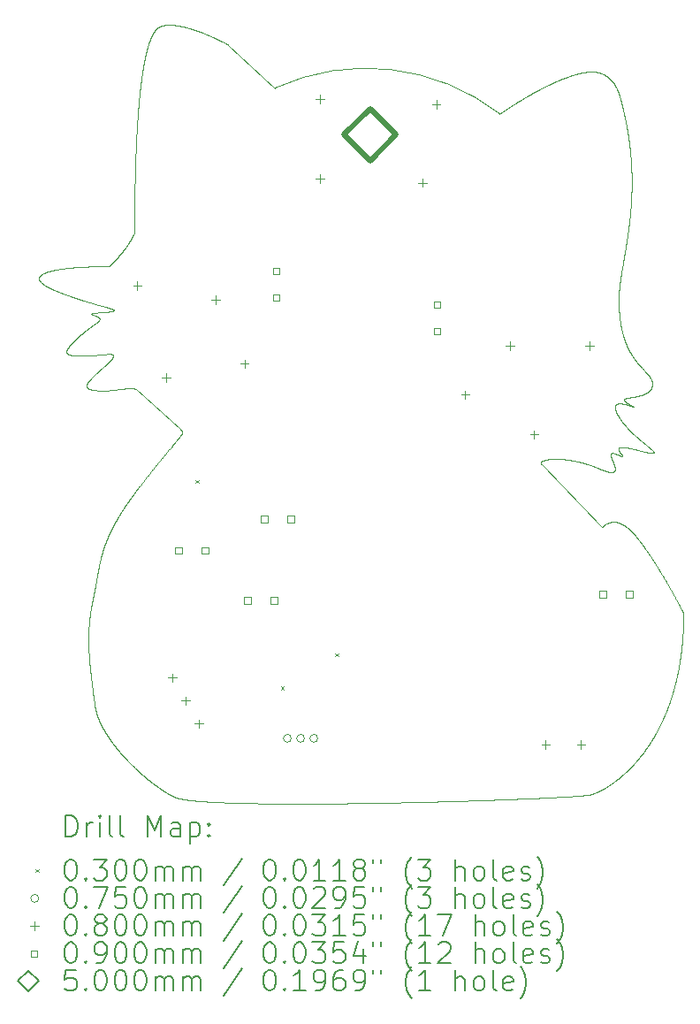
<source format=gbr>
%TF.GenerationSoftware,KiCad,Pcbnew,9.0.2*%
%TF.CreationDate,2025-07-04T00:45:24-07:00*%
%TF.ProjectId,FirstHCProject,46697273-7448-4435-9072-6f6a6563742e,rev?*%
%TF.SameCoordinates,Original*%
%TF.FileFunction,Drillmap*%
%TF.FilePolarity,Positive*%
%FSLAX45Y45*%
G04 Gerber Fmt 4.5, Leading zero omitted, Abs format (unit mm)*
G04 Created by KiCad (PCBNEW 9.0.2) date 2025-07-04 00:45:24*
%MOMM*%
%LPD*%
G01*
G04 APERTURE LIST*
%ADD10C,0.050000*%
%ADD11C,0.200000*%
%ADD12C,0.100000*%
%ADD13C,0.500000*%
G04 APERTURE END LIST*
D10*
X11960000Y-10660000D02*
X11961790Y-10660394D01*
X11963587Y-10660781D01*
X11965392Y-10661161D01*
X11967205Y-10661536D01*
X11969026Y-10661903D01*
X11970854Y-10662264D01*
X11972691Y-10662619D01*
X11974536Y-10662967D01*
X11976389Y-10663308D01*
X11978250Y-10663643D01*
X11980120Y-10663971D01*
X11981998Y-10664292D01*
X11983884Y-10664607D01*
X11985779Y-10664915D01*
X11987682Y-10665217D01*
X11989595Y-10665512D01*
X11991516Y-10665800D01*
X11993446Y-10666081D01*
X11995385Y-10666356D01*
X11997333Y-10666623D01*
X11999290Y-10666884D01*
X12001257Y-10667139D01*
X12003233Y-10667386D01*
X12005218Y-10667626D01*
X12007213Y-10667860D01*
X12009218Y-10668087D01*
X12011233Y-10668307D01*
X12013257Y-10668519D01*
X12015292Y-10668725D01*
X12017336Y-10668924D01*
X12019391Y-10669116D01*
X12021456Y-10669301D01*
X12023532Y-10669479D01*
X12025618Y-10669649D01*
X12027716Y-10669813D01*
X12029824Y-10669969D01*
X12031943Y-10670118D01*
X12034074Y-10670260D01*
X12036215Y-10670395D01*
X12038369Y-10670523D01*
X12040534Y-10670643D01*
X12042711Y-10670756D01*
X12044900Y-10670861D01*
X12047101Y-10670959D01*
X12049315Y-10671050D01*
X12051541Y-10671133D01*
X12053780Y-10671209D01*
X12056032Y-10671277D01*
X12058298Y-10671338D01*
X12060577Y-10671391D01*
X12062869Y-10671436D01*
X12065176Y-10671474D01*
X12067497Y-10671504D01*
X12069832Y-10671526D01*
X12072182Y-10671540D01*
X12074547Y-10671547D01*
X12076928Y-10671545D01*
X12079324Y-10671536D01*
X12081736Y-10671518D01*
X12084165Y-10671493D01*
X12086610Y-10671459D01*
X12089073Y-10671417D01*
X12091553Y-10671367D01*
X12094051Y-10671308D01*
X12096567Y-10671241D01*
X12099103Y-10671166D01*
X12101657Y-10671082D01*
X12104232Y-10670989D01*
X12106828Y-10670888D01*
X12109444Y-10670778D01*
X12112083Y-10670659D01*
X12114744Y-10670531D01*
X12117428Y-10670394D01*
X12120137Y-10670248D01*
X12122870Y-10670092D01*
X12125630Y-10669927D01*
X12128416Y-10669753D01*
X12131231Y-10669569D01*
X12134074Y-10669374D01*
X12136948Y-10669170D01*
X12139854Y-10668956D01*
X12142794Y-10668731D01*
X12145768Y-10668496D01*
X12148780Y-10668249D01*
X12151831Y-10667992D01*
X12154923Y-10667723D01*
X12158059Y-10667442D01*
X12161242Y-10667149D01*
X12164476Y-10666844D01*
X12167763Y-10666525D01*
X12171110Y-10666193D01*
X12174519Y-10665847D01*
X12177998Y-10665485D01*
X12181553Y-10665108D01*
X12185193Y-10664714D01*
X12188928Y-10664302D01*
X12192770Y-10663870D01*
X12196736Y-10663416D01*
X12200845Y-10662938D01*
X12205125Y-10662432D01*
X12209614Y-10661894D01*
X12214366Y-10661316D01*
X12219468Y-10660688D01*
X12225068Y-10659992D01*
X12231473Y-10659187D01*
X12239553Y-10658166D01*
X12241377Y-10657935D01*
X12248126Y-10657081D01*
X12254790Y-10656242D01*
X12258089Y-10655829D01*
X12261365Y-10655422D01*
X12264618Y-10655021D01*
X12267847Y-10654626D01*
X12271053Y-10654238D01*
X12274235Y-10653858D01*
X12277392Y-10653487D01*
X12280524Y-10653123D01*
X12283632Y-10652770D01*
X12286713Y-10652426D01*
X12289769Y-10652092D01*
X12291287Y-10651929D01*
X12292798Y-10651769D01*
X12294303Y-10651612D01*
X12295801Y-10651458D01*
X12297292Y-10651307D01*
X12298776Y-10651159D01*
X12300254Y-10651014D01*
X12301724Y-10650872D01*
X12303188Y-10650734D01*
X12304644Y-10650599D01*
X12306094Y-10650467D01*
X12307536Y-10650339D01*
X12308972Y-10650215D01*
X12310400Y-10650094D01*
X12311821Y-10649977D01*
X12313235Y-10649863D01*
X12314641Y-10649754D01*
X12316040Y-10649648D01*
X12317431Y-10649546D01*
X12318816Y-10649449D01*
X12320192Y-10649355D01*
X12321561Y-10649266D01*
X12322923Y-10649181D01*
X12324276Y-10649100D01*
X12325623Y-10649024D01*
X12326961Y-10648952D01*
X12328292Y-10648884D01*
X12329614Y-10648822D01*
X12330929Y-10648764D01*
X12332236Y-10648710D01*
X12333535Y-10648662D01*
X12334826Y-10648618D01*
X12336109Y-10648579D01*
X12337384Y-10648546D01*
X12338651Y-10648517D01*
X12339909Y-10648494D01*
X12341159Y-10648476D01*
X12342401Y-10648463D01*
X12343635Y-10648455D01*
X12344860Y-10648453D01*
X12346077Y-10648456D01*
X12347285Y-10648465D01*
X12348485Y-10648480D01*
X12349676Y-10648500D01*
X12350859Y-10648527D01*
X12352033Y-10648559D01*
X12353198Y-10648596D01*
X12354354Y-10648640D01*
X12355502Y-10648690D01*
X12356641Y-10648746D01*
X12357771Y-10648809D01*
X12358892Y-10648877D01*
X12360004Y-10648952D01*
X12361107Y-10649033D01*
X12362201Y-10649121D01*
X12363286Y-10649215D01*
X12364361Y-10649316D01*
X12365428Y-10649424D01*
X12366485Y-10649538D01*
X12367533Y-10649659D01*
X12368053Y-10649722D01*
X12368571Y-10649787D01*
X12369087Y-10649854D01*
X12369600Y-10649922D01*
X12370111Y-10649992D01*
X12370620Y-10650064D01*
X12371126Y-10650138D01*
X12371630Y-10650213D01*
X12372132Y-10650291D01*
X12372631Y-10650370D01*
X12373128Y-10650451D01*
X12373622Y-10650533D01*
X12374114Y-10650618D01*
X12374603Y-10650704D01*
X12375090Y-10650792D01*
X12375575Y-10650882D01*
X12376057Y-10650974D01*
X12376537Y-10651068D01*
X12377015Y-10651164D01*
X12377489Y-10651261D01*
X12377962Y-10651360D01*
X12378432Y-10651462D01*
X12378899Y-10651565D01*
X12379364Y-10651670D01*
X12379827Y-10651777D01*
X12380287Y-10651886D01*
X12380745Y-10651997D01*
X12381200Y-10652110D01*
X12381653Y-10652225D01*
X12382103Y-10652342D01*
X12382550Y-10652461D01*
X12382995Y-10652582D01*
X12383438Y-10652704D01*
X12383878Y-10652829D01*
X12384315Y-10652956D01*
X12384750Y-10653085D01*
X12385183Y-10653216D01*
X12385613Y-10653349D01*
X12386040Y-10653484D01*
X12386465Y-10653621D01*
X12386887Y-10653760D01*
X12387307Y-10653901D01*
X12387724Y-10654045D01*
X12388138Y-10654190D01*
X12388550Y-10654337D01*
X12388959Y-10654487D01*
X12389366Y-10654639D01*
X12389770Y-10654793D01*
X12390171Y-10654949D01*
X12390570Y-10655107D01*
X12390966Y-10655267D01*
X12391360Y-10655430D01*
X12391751Y-10655594D01*
X12392139Y-10655761D01*
X12392524Y-10655930D01*
X12392907Y-10656101D01*
X12393288Y-10656275D01*
X12393665Y-10656450D01*
X12394040Y-10656628D01*
X12394413Y-10656808D01*
X12394782Y-10656990D01*
X12395149Y-10657175D01*
X12395513Y-10657362D01*
X12395875Y-10657551D01*
X12396234Y-10657742D01*
X12396590Y-10657936D01*
X12396943Y-10658132D01*
X12397294Y-10658330D01*
X12397642Y-10658531D01*
X12397987Y-10658734D01*
X12398329Y-10658939D01*
X12398669Y-10659146D01*
X12399006Y-10659356D01*
X12399340Y-10659568D01*
X12399671Y-10659783D01*
X12400000Y-10660000D01*
X16840000Y-11420000D02*
X16837202Y-11418780D01*
X16834400Y-11417567D01*
X16831593Y-11416361D01*
X16828783Y-11415162D01*
X16825968Y-11413970D01*
X16823150Y-11412785D01*
X16820327Y-11411607D01*
X16817501Y-11410436D01*
X16814670Y-11409272D01*
X16811836Y-11408114D01*
X16808998Y-11406964D01*
X16806156Y-11405822D01*
X16803311Y-11404686D01*
X16800462Y-11403557D01*
X16797609Y-11402436D01*
X16794752Y-11401321D01*
X16791892Y-11400214D01*
X16789029Y-11399114D01*
X16786162Y-11398022D01*
X16783292Y-11396936D01*
X16780418Y-11395858D01*
X16777541Y-11394787D01*
X16774661Y-11393724D01*
X16771778Y-11392667D01*
X16768891Y-11391618D01*
X16766002Y-11390577D01*
X16763110Y-11389543D01*
X16760214Y-11388516D01*
X16757316Y-11387497D01*
X16754415Y-11386485D01*
X16751511Y-11385481D01*
X16748604Y-11384484D01*
X16745695Y-11383495D01*
X16742783Y-11382514D01*
X16739869Y-11381540D01*
X16736952Y-11380573D01*
X16734033Y-11379614D01*
X16731111Y-11378663D01*
X16728188Y-11377720D01*
X16725262Y-11376784D01*
X16722334Y-11375856D01*
X16719404Y-11374935D01*
X16716472Y-11374023D01*
X16713538Y-11373118D01*
X16710603Y-11372221D01*
X16707666Y-11371332D01*
X16704727Y-11370451D01*
X16701786Y-11369577D01*
X16698844Y-11368712D01*
X16695901Y-11367854D01*
X16692957Y-11367004D01*
X16690011Y-11366162D01*
X16687064Y-11365329D01*
X16684116Y-11364503D01*
X16681167Y-11363685D01*
X16678218Y-11362875D01*
X16675267Y-11362074D01*
X16672316Y-11361280D01*
X16669364Y-11360495D01*
X16666412Y-11359718D01*
X16663460Y-11358948D01*
X16660507Y-11358188D01*
X16657554Y-11357435D01*
X16654601Y-11356690D01*
X16651649Y-11355954D01*
X16648696Y-11355226D01*
X16645744Y-11354506D01*
X16642792Y-11353795D01*
X16639840Y-11353092D01*
X16636889Y-11352397D01*
X16633939Y-11351711D01*
X16630990Y-11351033D01*
X16628042Y-11350364D01*
X16625095Y-11349703D01*
X16622149Y-11349050D01*
X16619204Y-11348406D01*
X16616261Y-11347770D01*
X16613320Y-11347143D01*
X16610380Y-11346525D01*
X16607442Y-11345915D01*
X16604507Y-11345313D01*
X16601573Y-11344720D01*
X16598642Y-11344136D01*
X16595713Y-11343560D01*
X16592787Y-11342993D01*
X16589863Y-11342435D01*
X16586942Y-11341885D01*
X16584025Y-11341344D01*
X16581110Y-11340812D01*
X16578199Y-11340289D01*
X16575292Y-11339774D01*
X16572388Y-11339268D01*
X16569487Y-11338770D01*
X16566591Y-11338282D01*
X16563699Y-11337802D01*
X16560811Y-11337331D01*
X16557928Y-11336869D01*
X16555049Y-11336416D01*
X16552176Y-11335971D01*
X16549307Y-11335536D01*
X16546443Y-11335109D01*
X16543585Y-11334691D01*
X16540732Y-11334282D01*
X16537885Y-11333882D01*
X16535044Y-11333491D01*
X16532208Y-11333108D01*
X16529380Y-11332735D01*
X16526557Y-11332370D01*
X16523741Y-11332015D01*
X16520932Y-11331668D01*
X16518131Y-11331330D01*
X16515336Y-11331001D01*
X16512549Y-11330681D01*
X16509769Y-11330370D01*
X16506998Y-11330068D01*
X16504234Y-11329774D01*
X16501479Y-11329490D01*
X16500104Y-11329351D01*
X16498732Y-11329214D01*
X16497361Y-11329080D01*
X16495994Y-11328948D01*
X16494627Y-11328818D01*
X16493264Y-11328690D01*
X16491903Y-11328564D01*
X16490544Y-11328441D01*
X16489187Y-11328320D01*
X16487833Y-11328201D01*
X16486481Y-11328084D01*
X16485132Y-11327970D01*
X16483785Y-11327858D01*
X16482440Y-11327748D01*
X16481098Y-11327640D01*
X16479759Y-11327534D01*
X16478422Y-11327431D01*
X16477088Y-11327329D01*
X16475756Y-11327230D01*
X16474427Y-11327134D01*
X16473100Y-11327039D01*
X16471776Y-11326946D01*
X16470455Y-11326856D01*
X16469137Y-11326768D01*
X16467821Y-11326682D01*
X16466509Y-11326599D01*
X16465199Y-11326517D01*
X16463892Y-11326438D01*
X16462588Y-11326360D01*
X16461287Y-11326286D01*
X16459988Y-11326213D01*
X16458693Y-11326142D01*
X16457401Y-11326074D01*
X16456112Y-11326007D01*
X16454825Y-11325943D01*
X16453542Y-11325881D01*
X16452262Y-11325821D01*
X16450986Y-11325763D01*
X16449712Y-11325708D01*
X16448442Y-11325654D01*
X16447174Y-11325603D01*
X16445911Y-11325554D01*
X16444650Y-11325507D01*
X16443393Y-11325462D01*
X16442139Y-11325419D01*
X16440888Y-11325378D01*
X16439641Y-11325340D01*
X16438397Y-11325303D01*
X16437157Y-11325269D01*
X16435920Y-11325237D01*
X16434687Y-11325206D01*
X16433458Y-11325178D01*
X16432232Y-11325152D01*
X16431009Y-11325128D01*
X16429790Y-11325106D01*
X16428575Y-11325087D01*
X16427364Y-11325069D01*
X16426156Y-11325053D01*
X16424952Y-11325039D01*
X16423752Y-11325028D01*
X16422556Y-11325018D01*
X16421363Y-11325011D01*
X16420175Y-11325005D01*
X16418990Y-11325002D01*
X16417809Y-11325000D01*
X16416632Y-11325000D01*
X16415459Y-11325003D01*
X16414290Y-11325007D01*
X16413126Y-11325014D01*
X16411965Y-11325022D01*
X16410808Y-11325033D01*
X16409656Y-11325045D01*
X16408508Y-11325059D01*
X16407363Y-11325076D01*
X16406223Y-11325094D01*
X16405088Y-11325114D01*
X16403956Y-11325136D01*
X16402829Y-11325160D01*
X16401706Y-11325186D01*
X16400587Y-11325213D01*
X16399473Y-11325243D01*
X16398363Y-11325275D01*
X16397258Y-11325308D01*
X16396157Y-11325343D01*
X16395061Y-11325380D01*
X16393969Y-11325419D01*
X16392881Y-11325460D01*
X16391798Y-11325503D01*
X16390720Y-11325547D01*
X16389646Y-11325593D01*
X16388577Y-11325642D01*
X16387513Y-11325691D01*
X16386453Y-11325743D01*
X16385398Y-11325796D01*
X16384347Y-11325852D01*
X16383301Y-11325909D01*
X16382261Y-11325967D01*
X16381224Y-11326028D01*
X16380193Y-11326090D01*
X16379166Y-11326154D01*
X16378145Y-11326219D01*
X16377128Y-11326286D01*
X16376116Y-11326355D01*
X16375109Y-11326426D01*
X16374107Y-11326498D01*
X16373110Y-11326572D01*
X16372118Y-11326647D01*
X16371130Y-11326725D01*
X16370148Y-11326803D01*
X16369171Y-11326884D01*
X16368199Y-11326966D01*
X16367232Y-11327049D01*
X16366270Y-11327134D01*
X16365313Y-11327221D01*
X16364362Y-11327309D01*
X16363415Y-11327399D01*
X16362474Y-11327490D01*
X16361537Y-11327583D01*
X16360606Y-11327677D01*
X16359680Y-11327773D01*
X16358760Y-11327870D01*
X16357844Y-11327968D01*
X16356934Y-11328068D01*
X16356029Y-11328170D01*
X16355129Y-11328273D01*
X16354235Y-11328377D01*
X16353346Y-11328483D01*
X16352462Y-11328590D01*
X16351584Y-11328699D01*
X16350710Y-11328809D01*
X16349843Y-11328920D01*
X16348980Y-11329032D01*
X16348124Y-11329146D01*
X16347271Y-11329261D01*
X16346426Y-11329378D01*
X16345584Y-11329495D01*
X16344750Y-11329614D01*
X16343919Y-11329735D01*
X16343095Y-11329856D01*
X16342275Y-11329979D01*
X16341462Y-11330103D01*
X16340653Y-11330228D01*
X16339851Y-11330354D01*
X16339053Y-11330481D01*
X16338262Y-11330610D01*
X16337475Y-11330740D01*
X16336694Y-11330870D01*
X16335918Y-11331002D01*
X16335149Y-11331135D01*
X16334384Y-11331270D01*
X16333625Y-11331405D01*
X16332871Y-11331541D01*
X16332124Y-11331678D01*
X16331381Y-11331817D01*
X16330644Y-11331956D01*
X16329912Y-11332096D01*
X16329187Y-11332237D01*
X16328465Y-11332380D01*
X16327751Y-11332523D01*
X16327041Y-11332667D01*
X16326337Y-11332812D01*
X16325638Y-11332958D01*
X16324946Y-11333105D01*
X16324257Y-11333253D01*
X16323576Y-11333402D01*
X16322899Y-11333551D01*
X16322228Y-11333701D01*
X16321562Y-11333853D01*
X16320902Y-11334005D01*
X16320247Y-11334158D01*
X16319598Y-11334311D01*
X16318953Y-11334465D01*
X16318315Y-11334620D01*
X16317682Y-11334776D01*
X16317055Y-11334933D01*
X16316432Y-11335090D01*
X16315816Y-11335248D01*
X16315203Y-11335407D01*
X16314598Y-11335566D01*
X16313997Y-11335726D01*
X16313402Y-11335887D01*
X16312811Y-11336048D01*
X16312227Y-11336210D01*
X16311647Y-11336372D01*
X16311074Y-11336535D01*
X16310505Y-11336699D01*
X16309942Y-11336863D01*
X16309383Y-11337028D01*
X16308831Y-11337193D01*
X16308282Y-11337359D01*
X16307741Y-11337525D01*
X16307203Y-11337692D01*
X16306671Y-11337860D01*
X16306144Y-11338028D01*
X16305623Y-11338196D01*
X16305106Y-11338364D01*
X16304595Y-11338533D01*
X16304088Y-11338703D01*
X16303587Y-11338873D01*
X16303091Y-11339043D01*
X16302600Y-11339214D01*
X16302114Y-11339385D01*
X16301633Y-11339556D01*
X16301157Y-11339728D01*
X16300686Y-11339900D01*
X16300220Y-11340073D01*
X16299759Y-11340245D01*
X16299303Y-11340418D01*
X16298852Y-11340591D01*
X16298405Y-11340765D01*
X16297964Y-11340939D01*
X16297527Y-11341113D01*
X16297096Y-11341287D01*
X16296668Y-11341462D01*
X16296246Y-11341636D01*
X16295828Y-11341812D01*
X16295416Y-11341986D01*
X16295007Y-11342162D01*
X16294605Y-11342337D01*
X16294205Y-11342513D01*
X16293812Y-11342689D01*
X16293422Y-11342865D01*
X16293037Y-11343041D01*
X16292656Y-11343217D01*
X16292281Y-11343393D01*
X16291909Y-11343570D01*
X16291543Y-11343746D01*
X16291180Y-11343923D01*
X16290823Y-11344099D01*
X16290468Y-11344276D01*
X16290120Y-11344452D01*
X16289774Y-11344630D01*
X16289435Y-11344806D01*
X16289098Y-11344983D01*
X16288766Y-11345160D01*
X16288438Y-11345337D01*
X16288115Y-11345513D01*
X16287795Y-11345691D01*
X16287481Y-11345867D01*
X16287169Y-11346044D01*
X16286863Y-11346221D01*
X16286560Y-11346398D01*
X16286262Y-11346574D01*
X16285966Y-11346751D01*
X16285676Y-11346927D01*
X16285389Y-11347104D01*
X16285107Y-11347280D01*
X16284827Y-11347457D01*
X16284553Y-11347633D01*
X16284281Y-11347809D01*
X16284015Y-11347985D01*
X16283751Y-11348161D01*
X16283491Y-11348337D01*
X16283235Y-11348513D01*
X16282983Y-11348688D01*
X16282734Y-11348864D01*
X16282490Y-11349039D01*
X16282248Y-11349214D01*
X16282011Y-11349389D01*
X16281777Y-11349564D01*
X16281547Y-11349739D01*
X16281319Y-11349914D01*
X16281096Y-11350088D01*
X16280876Y-11350262D01*
X16280660Y-11350436D01*
X16280446Y-11350610D01*
X16280237Y-11350784D01*
X16280030Y-11350958D01*
X16279827Y-11351131D01*
X16279627Y-11351304D01*
X16279431Y-11351477D01*
X16279237Y-11351650D01*
X16279048Y-11351822D01*
X16278861Y-11351995D01*
X16278677Y-11352167D01*
X16278496Y-11352339D01*
X16278319Y-11352511D01*
X16278145Y-11352683D01*
X16277974Y-11352854D01*
X16277805Y-11353025D01*
X16277640Y-11353196D01*
X16277478Y-11353367D01*
X16277319Y-11353538D01*
X16277162Y-11353708D01*
X16277009Y-11353878D01*
X16276858Y-11354049D01*
X16276711Y-11354218D01*
X16276566Y-11354388D01*
X16276424Y-11354557D01*
X16276284Y-11354727D01*
X16276148Y-11354895D01*
X16276014Y-11355065D01*
X16275883Y-11355233D01*
X16275755Y-11355402D01*
X16275629Y-11355570D01*
X16275506Y-11355738D01*
X16275386Y-11355905D01*
X16275268Y-11356073D01*
X16275152Y-11356241D01*
X16275040Y-11356408D01*
X16274929Y-11356575D01*
X16274822Y-11356742D01*
X16274717Y-11356909D01*
X16274614Y-11357076D01*
X16274514Y-11357242D01*
X16274416Y-11357409D01*
X16274320Y-11357575D01*
X16274227Y-11357741D01*
X16274137Y-11357906D01*
X16274048Y-11358072D01*
X16273962Y-11358238D01*
X16273879Y-11358404D01*
X16273797Y-11358569D01*
X16273718Y-11358734D01*
X16273642Y-11358899D01*
X16273567Y-11359064D01*
X16273495Y-11359229D01*
X16273425Y-11359394D01*
X16273357Y-11359559D01*
X16273291Y-11359724D01*
X16273228Y-11359888D01*
X16273167Y-11360053D01*
X16273107Y-11360217D01*
X16273050Y-11360382D01*
X16272996Y-11360546D01*
X16272943Y-11360711D01*
X16272892Y-11360875D01*
X16272844Y-11361040D01*
X16272797Y-11361204D01*
X16272753Y-11361368D01*
X16272711Y-11361532D01*
X16272670Y-11361697D01*
X16272632Y-11361861D01*
X16272596Y-11362026D01*
X16272562Y-11362190D01*
X16272530Y-11362355D01*
X16272500Y-11362519D01*
X16272472Y-11362684D01*
X16272446Y-11362849D01*
X16272422Y-11363014D01*
X16272400Y-11363179D01*
X16272380Y-11363344D01*
X16272362Y-11363509D01*
X16272346Y-11363674D01*
X16272333Y-11363840D01*
X16272321Y-11364005D01*
X16272311Y-11364171D01*
X16272303Y-11364337D01*
X16272297Y-11364503D01*
X16272293Y-11364669D01*
X16272291Y-11364836D01*
X16272291Y-11365002D01*
X16272293Y-11365169D01*
X16272297Y-11365336D01*
X16272311Y-11365671D01*
X16272333Y-11366007D01*
X16272363Y-11366344D01*
X16272402Y-11366682D01*
X16272448Y-11367022D01*
X16272503Y-11367363D01*
X16272567Y-11367705D01*
X16272638Y-11368049D01*
X16272719Y-11368394D01*
X16272807Y-11368741D01*
X16272905Y-11369090D01*
X16273011Y-11369440D01*
X16273127Y-11369792D01*
X16273251Y-11370147D01*
X16273385Y-11370503D01*
X16273527Y-11370861D01*
X16273680Y-11371222D01*
X16273842Y-11371584D01*
X16274014Y-11371949D01*
X16274196Y-11372317D01*
X16274388Y-11372686D01*
X16274590Y-11373058D01*
X16274803Y-11373433D01*
X16275026Y-11373810D01*
X16275260Y-11374189D01*
X16275506Y-11374572D01*
X16275762Y-11374957D01*
X16276031Y-11375344D01*
X16276310Y-11375735D01*
X16276602Y-11376128D01*
X16276906Y-11376524D01*
X16277222Y-11376923D01*
X16277550Y-11377324D01*
X16277892Y-11377729D01*
X16278246Y-11378137D01*
X16278614Y-11378547D01*
X16278995Y-11378961D01*
X16279390Y-11379377D01*
X16279798Y-11379797D01*
X16280000Y-11380000D01*
X12140000Y-9480000D02*
X12141644Y-9478355D01*
X12143279Y-9476716D01*
X12144904Y-9475083D01*
X12146521Y-9473457D01*
X12148128Y-9471837D01*
X12149727Y-9470222D01*
X12151316Y-9468615D01*
X12152898Y-9467013D01*
X12154469Y-9465418D01*
X12156033Y-9463828D01*
X12157587Y-9462245D01*
X12159133Y-9460667D01*
X12160670Y-9459096D01*
X12162199Y-9457530D01*
X12163718Y-9455971D01*
X12165230Y-9454417D01*
X12166733Y-9452869D01*
X12168228Y-9451326D01*
X12169714Y-9449790D01*
X12171192Y-9448259D01*
X12172661Y-9446735D01*
X12174123Y-9445215D01*
X12175576Y-9443702D01*
X12177021Y-9442193D01*
X12178458Y-9440691D01*
X12179887Y-9439194D01*
X12181308Y-9437703D01*
X12182721Y-9436216D01*
X12184126Y-9434736D01*
X12185523Y-9433261D01*
X12186912Y-9431791D01*
X12188294Y-9430327D01*
X12189667Y-9428868D01*
X12191033Y-9427414D01*
X12192392Y-9425965D01*
X12193743Y-9424522D01*
X12195086Y-9423083D01*
X12196421Y-9421650D01*
X12197749Y-9420222D01*
X12199070Y-9418799D01*
X12200383Y-9417382D01*
X12201689Y-9415969D01*
X12202988Y-9414561D01*
X12204279Y-9413158D01*
X12205563Y-9411760D01*
X12206840Y-9410367D01*
X12208110Y-9408979D01*
X12209372Y-9407595D01*
X12210628Y-9406217D01*
X12211876Y-9404843D01*
X12213118Y-9403474D01*
X12214352Y-9402109D01*
X12215580Y-9400750D01*
X12216801Y-9399394D01*
X12218015Y-9398044D01*
X12219222Y-9396698D01*
X12220422Y-9395357D01*
X12221616Y-9394020D01*
X12222803Y-9392687D01*
X12223983Y-9391359D01*
X12225157Y-9390036D01*
X12226324Y-9388717D01*
X12227485Y-9387402D01*
X12228639Y-9386091D01*
X12229787Y-9384785D01*
X12230928Y-9383483D01*
X12232063Y-9382185D01*
X12233192Y-9380892D01*
X12234314Y-9379602D01*
X12235430Y-9378317D01*
X12236540Y-9377036D01*
X12237644Y-9375759D01*
X12238742Y-9374486D01*
X12239833Y-9373217D01*
X12240919Y-9371952D01*
X12241998Y-9370691D01*
X12243072Y-9369433D01*
X12244139Y-9368180D01*
X12245201Y-9366931D01*
X12246257Y-9365685D01*
X12247307Y-9364443D01*
X12248351Y-9363205D01*
X12249390Y-9361970D01*
X12250423Y-9360740D01*
X12251450Y-9359512D01*
X12252471Y-9358289D01*
X12253487Y-9357069D01*
X12254498Y-9355853D01*
X12255503Y-9354640D01*
X12256502Y-9353431D01*
X12257496Y-9352225D01*
X12258484Y-9351023D01*
X12259467Y-9349823D01*
X12260445Y-9348628D01*
X12261418Y-9347436D01*
X12262385Y-9346247D01*
X12263347Y-9345061D01*
X12264303Y-9343879D01*
X12265255Y-9342699D01*
X12266201Y-9341523D01*
X12267143Y-9340350D01*
X12268079Y-9339180D01*
X12269011Y-9338013D01*
X12269937Y-9336850D01*
X12270858Y-9335689D01*
X12271775Y-9334531D01*
X12272687Y-9333376D01*
X12273593Y-9332224D01*
X12274496Y-9331075D01*
X12275393Y-9329929D01*
X12276285Y-9328785D01*
X12277173Y-9327645D01*
X12278056Y-9326506D01*
X12278935Y-9325371D01*
X12279809Y-9324238D01*
X12280678Y-9323109D01*
X12281544Y-9321981D01*
X12282404Y-9320856D01*
X12283260Y-9319734D01*
X12284111Y-9318614D01*
X12284959Y-9317496D01*
X12285802Y-9316382D01*
X12286641Y-9315269D01*
X12287475Y-9314159D01*
X12288306Y-9313050D01*
X12289131Y-9311945D01*
X12290771Y-9309740D01*
X12292394Y-9307544D01*
X12294002Y-9305356D01*
X12295593Y-9303175D01*
X12297170Y-9301003D01*
X12298731Y-9298838D01*
X12300277Y-9296679D01*
X12301809Y-9294528D01*
X12303326Y-9292382D01*
X12304830Y-9290243D01*
X12306320Y-9288109D01*
X12307797Y-9285980D01*
X12309261Y-9283856D01*
X12310712Y-9281736D01*
X12312151Y-9279620D01*
X12313577Y-9277508D01*
X12314993Y-9275398D01*
X12316396Y-9273292D01*
X12317789Y-9271187D01*
X12319171Y-9269084D01*
X12320543Y-9266983D01*
X12321905Y-9264881D01*
X12323258Y-9262780D01*
X12324601Y-9260679D01*
X12325936Y-9258576D01*
X12327263Y-9256471D01*
X12328581Y-9254364D01*
X12329892Y-9252254D01*
X12331197Y-9250140D01*
X12332495Y-9248021D01*
X12333786Y-9245897D01*
X12335073Y-9243766D01*
X12336355Y-9241628D01*
X12337632Y-9239481D01*
X12338907Y-9237325D01*
X12340178Y-9235158D01*
X12341447Y-9232979D01*
X12342714Y-9230786D01*
X12343982Y-9228579D01*
X12345249Y-9226355D01*
X12346518Y-9224112D01*
X12347790Y-9221849D01*
X12349065Y-9219564D01*
X12350345Y-9217252D01*
X12351632Y-9214913D01*
X12352927Y-9212543D01*
X12354232Y-9210137D01*
X12355550Y-9207692D01*
X12356883Y-9205202D01*
X12358233Y-9202663D01*
X12359605Y-9200066D01*
X12361003Y-9197404D01*
X12362431Y-9194665D01*
X12363897Y-9191838D01*
X12365410Y-9188905D01*
X12366979Y-9185844D01*
X12368622Y-9182623D01*
X12370361Y-9179197D01*
X12372232Y-9175494D01*
X12374297Y-9171389D01*
X12376690Y-9166617D01*
X12380000Y-9160000D01*
X17200000Y-11240000D02*
X17198115Y-11239505D01*
X17196242Y-11239015D01*
X17194387Y-11238532D01*
X17192544Y-11238054D01*
X17190719Y-11237583D01*
X17188905Y-11237117D01*
X17187109Y-11236657D01*
X17185324Y-11236203D01*
X17183557Y-11235755D01*
X17181801Y-11235312D01*
X17180062Y-11234875D01*
X17178335Y-11234443D01*
X17176624Y-11234018D01*
X17174925Y-11233597D01*
X17173242Y-11233182D01*
X17171571Y-11232773D01*
X17169916Y-11232369D01*
X17168272Y-11231970D01*
X17166644Y-11231577D01*
X17165028Y-11231189D01*
X17163427Y-11230807D01*
X17161837Y-11230429D01*
X17160263Y-11230057D01*
X17158699Y-11229690D01*
X17157152Y-11229329D01*
X17155614Y-11228972D01*
X17154093Y-11228620D01*
X17152582Y-11228274D01*
X17151086Y-11227932D01*
X17149600Y-11227595D01*
X17148130Y-11227264D01*
X17146669Y-11226937D01*
X17145224Y-11226615D01*
X17143789Y-11226298D01*
X17142368Y-11225986D01*
X17140957Y-11225678D01*
X17139561Y-11225375D01*
X17138175Y-11225077D01*
X17136803Y-11224783D01*
X17135441Y-11224494D01*
X17134094Y-11224210D01*
X17132755Y-11223930D01*
X17131431Y-11223655D01*
X17130116Y-11223384D01*
X17128816Y-11223118D01*
X17127524Y-11222855D01*
X17126246Y-11222598D01*
X17124978Y-11222344D01*
X17123723Y-11222096D01*
X17122477Y-11221851D01*
X17121244Y-11221611D01*
X17120021Y-11221374D01*
X17118811Y-11221142D01*
X17117609Y-11220914D01*
X17116421Y-11220690D01*
X17115241Y-11220471D01*
X17114074Y-11220255D01*
X17112916Y-11220043D01*
X17111771Y-11219836D01*
X17110634Y-11219632D01*
X17109510Y-11219432D01*
X17108394Y-11219236D01*
X17107290Y-11219044D01*
X17106195Y-11218855D01*
X17105112Y-11218671D01*
X17104038Y-11218490D01*
X17102975Y-11218313D01*
X17101920Y-11218140D01*
X17100878Y-11217970D01*
X17099843Y-11217804D01*
X17098820Y-11217642D01*
X17097805Y-11217483D01*
X17096801Y-11217328D01*
X17095806Y-11217176D01*
X17094821Y-11217028D01*
X17093845Y-11216883D01*
X17092879Y-11216741D01*
X17091921Y-11216603D01*
X17090975Y-11216469D01*
X17090035Y-11216337D01*
X17089107Y-11216209D01*
X17088186Y-11216084D01*
X17087276Y-11215963D01*
X17086373Y-11215845D01*
X17085481Y-11215730D01*
X17084596Y-11215617D01*
X17083721Y-11215509D01*
X17082854Y-11215403D01*
X17081997Y-11215300D01*
X17081146Y-11215201D01*
X17080306Y-11215104D01*
X17079473Y-11215010D01*
X17078650Y-11214920D01*
X17077834Y-11214832D01*
X17077027Y-11214747D01*
X17076228Y-11214665D01*
X17075438Y-11214586D01*
X17074654Y-11214510D01*
X17073880Y-11214436D01*
X17073113Y-11214366D01*
X17072355Y-11214298D01*
X17071603Y-11214232D01*
X17070861Y-11214170D01*
X17070125Y-11214110D01*
X17069399Y-11214053D01*
X17068678Y-11213998D01*
X17067967Y-11213946D01*
X17067261Y-11213896D01*
X17066565Y-11213849D01*
X17065874Y-11213805D01*
X17065192Y-11213763D01*
X17064517Y-11213723D01*
X17063849Y-11213686D01*
X17063188Y-11213651D01*
X17062535Y-11213619D01*
X17061888Y-11213589D01*
X17061249Y-11213561D01*
X17060616Y-11213536D01*
X17059991Y-11213512D01*
X17059372Y-11213492D01*
X17058761Y-11213473D01*
X17058155Y-11213456D01*
X17057557Y-11213442D01*
X17056965Y-11213430D01*
X17056380Y-11213420D01*
X17055801Y-11213412D01*
X17055229Y-11213407D01*
X17054663Y-11213403D01*
X17054104Y-11213401D01*
X17053551Y-11213402D01*
X17053004Y-11213404D01*
X17052463Y-11213408D01*
X17051930Y-11213414D01*
X17051401Y-11213423D01*
X17050879Y-11213433D01*
X17050362Y-11213445D01*
X17049853Y-11213459D01*
X17049348Y-11213474D01*
X17048850Y-11213492D01*
X17048357Y-11213511D01*
X17047870Y-11213532D01*
X17047389Y-11213555D01*
X17046914Y-11213580D01*
X17046443Y-11213606D01*
X17045979Y-11213634D01*
X17045520Y-11213663D01*
X17045067Y-11213695D01*
X17044619Y-11213728D01*
X17044177Y-11213762D01*
X17043739Y-11213798D01*
X17043308Y-11213836D01*
X17042880Y-11213875D01*
X17042459Y-11213916D01*
X17042042Y-11213958D01*
X17041632Y-11214002D01*
X17041225Y-11214047D01*
X17040824Y-11214094D01*
X17040427Y-11214142D01*
X17040036Y-11214191D01*
X17039649Y-11214242D01*
X17039268Y-11214295D01*
X17038890Y-11214348D01*
X17038519Y-11214403D01*
X17038150Y-11214460D01*
X17037788Y-11214517D01*
X17037429Y-11214577D01*
X17037076Y-11214637D01*
X17036726Y-11214698D01*
X17036382Y-11214761D01*
X17036041Y-11214825D01*
X17035705Y-11214890D01*
X17035373Y-11214957D01*
X17035046Y-11215024D01*
X17034723Y-11215093D01*
X17034404Y-11215163D01*
X17034089Y-11215234D01*
X17033779Y-11215306D01*
X17033472Y-11215379D01*
X17033169Y-11215453D01*
X17032871Y-11215529D01*
X17032576Y-11215605D01*
X17032285Y-11215683D01*
X17031999Y-11215761D01*
X17031716Y-11215841D01*
X17031437Y-11215921D01*
X17031161Y-11216003D01*
X17030890Y-11216085D01*
X17030622Y-11216169D01*
X17030358Y-11216253D01*
X17030097Y-11216339D01*
X17029840Y-11216425D01*
X17029587Y-11216512D01*
X17029337Y-11216600D01*
X17029090Y-11216689D01*
X17028847Y-11216779D01*
X17028607Y-11216870D01*
X17028371Y-11216962D01*
X17028138Y-11217054D01*
X17027908Y-11217148D01*
X17027682Y-11217242D01*
X17027459Y-11217337D01*
X17027239Y-11217433D01*
X17027022Y-11217529D01*
X17026808Y-11217627D01*
X17026597Y-11217725D01*
X17026390Y-11217824D01*
X17026185Y-11217924D01*
X17025983Y-11218024D01*
X17025785Y-11218125D01*
X17025589Y-11218228D01*
X17025396Y-11218330D01*
X17025206Y-11218434D01*
X17025019Y-11218538D01*
X17024835Y-11218643D01*
X17024653Y-11218749D01*
X17024474Y-11218855D01*
X17024298Y-11218962D01*
X17024125Y-11219070D01*
X17023954Y-11219179D01*
X17023786Y-11219288D01*
X17023621Y-11219398D01*
X17023457Y-11219509D01*
X17023297Y-11219620D01*
X17023139Y-11219732D01*
X17022984Y-11219844D01*
X17022831Y-11219958D01*
X17022680Y-11220072D01*
X17022532Y-11220187D01*
X17022387Y-11220302D01*
X17022243Y-11220418D01*
X17022102Y-11220535D01*
X17021963Y-11220652D01*
X17021827Y-11220770D01*
X17021693Y-11220889D01*
X17021561Y-11221008D01*
X17021431Y-11221129D01*
X17021304Y-11221249D01*
X17021179Y-11221371D01*
X17021056Y-11221493D01*
X17020935Y-11221616D01*
X17020816Y-11221739D01*
X17020699Y-11221864D01*
X17020584Y-11221989D01*
X17020472Y-11222114D01*
X17020361Y-11222241D01*
X17020253Y-11222368D01*
X17020146Y-11222495D01*
X17020042Y-11222624D01*
X17019939Y-11222753D01*
X17019839Y-11222883D01*
X17019740Y-11223014D01*
X17019643Y-11223145D01*
X17019549Y-11223277D01*
X17019456Y-11223410D01*
X17019365Y-11223544D01*
X17019276Y-11223679D01*
X17019103Y-11223950D01*
X17018938Y-11224224D01*
X17018780Y-11224502D01*
X17018630Y-11224784D01*
X17018486Y-11225068D01*
X17018350Y-11225357D01*
X17018221Y-11225649D01*
X17018099Y-11225944D01*
X17017984Y-11226244D01*
X17017876Y-11226547D01*
X17017775Y-11226855D01*
X17017681Y-11227167D01*
X17017594Y-11227483D01*
X17017514Y-11227804D01*
X17017441Y-11228129D01*
X17017376Y-11228459D01*
X17017317Y-11228794D01*
X17017266Y-11229134D01*
X17017222Y-11229479D01*
X17017185Y-11229829D01*
X17017156Y-11230184D01*
X17017135Y-11230546D01*
X17017121Y-11230913D01*
X17017115Y-11231286D01*
X17017116Y-11231665D01*
X17017126Y-11232050D01*
X17017144Y-11232442D01*
X17017170Y-11232840D01*
X17017205Y-11233245D01*
X17017248Y-11233657D01*
X17017300Y-11234076D01*
X17017361Y-11234502D01*
X17017432Y-11234936D01*
X17017511Y-11235377D01*
X17017600Y-11235826D01*
X17017699Y-11236284D01*
X17017808Y-11236749D01*
X17017927Y-11237223D01*
X17018056Y-11237706D01*
X17018196Y-11238198D01*
X17018347Y-11238699D01*
X17018509Y-11239209D01*
X17018682Y-11239729D01*
X17018867Y-11240258D01*
X17019065Y-11240798D01*
X17019274Y-11241348D01*
X17019496Y-11241908D01*
X17019731Y-11242480D01*
X17019979Y-11243063D01*
X17020241Y-11243657D01*
X17020516Y-11244263D01*
X17020806Y-11244881D01*
X17021111Y-11245511D01*
X17021430Y-11246155D01*
X17021765Y-11246811D01*
X17022116Y-11247482D01*
X17022484Y-11248166D01*
X17022868Y-11248865D01*
X17023269Y-11249579D01*
X17023689Y-11250309D01*
X17024127Y-11251055D01*
X17024584Y-11251818D01*
X17025061Y-11252599D01*
X17025559Y-11253398D01*
X17026078Y-11254217D01*
X17026620Y-11255056D01*
X17027184Y-11255917D01*
X17027774Y-11256801D01*
X17028389Y-11257710D01*
X17029032Y-11258645D01*
X17029704Y-11259609D01*
X17030408Y-11260604D01*
X17031146Y-11261634D01*
X17031922Y-11262703D01*
X17032740Y-11263817D01*
X17033605Y-11264983D01*
X17034527Y-11266211D01*
X17035516Y-11267518D01*
X17036593Y-11268926D01*
X17037792Y-11270482D01*
X17039186Y-11272280D01*
X17040923Y-11274509D01*
X17042557Y-11276607D01*
X17043354Y-11277634D01*
X17044136Y-11278645D01*
X17044901Y-11279640D01*
X17045647Y-11280617D01*
X17046373Y-11281576D01*
X17047076Y-11282516D01*
X17047756Y-11283437D01*
X17048087Y-11283889D01*
X17048411Y-11284336D01*
X17048728Y-11284778D01*
X17049038Y-11285215D01*
X17049342Y-11285645D01*
X17049637Y-11286071D01*
X17049925Y-11286490D01*
X17050206Y-11286904D01*
X17050478Y-11287311D01*
X17050742Y-11287713D01*
X17050998Y-11288108D01*
X17051245Y-11288497D01*
X17051483Y-11288880D01*
X17051713Y-11289256D01*
X17051932Y-11289626D01*
X17052143Y-11289989D01*
X17052344Y-11290346D01*
X17052535Y-11290695D01*
X17052716Y-11291038D01*
X17052886Y-11291373D01*
X17053046Y-11291701D01*
X17053196Y-11292022D01*
X17053334Y-11292336D01*
X17053461Y-11292642D01*
X17053577Y-11292941D01*
X17053631Y-11293087D01*
X17053682Y-11293232D01*
X17053730Y-11293374D01*
X17053774Y-11293515D01*
X17053816Y-11293654D01*
X17053855Y-11293790D01*
X17053891Y-11293925D01*
X17053924Y-11294058D01*
X17053953Y-11294188D01*
X17053980Y-11294317D01*
X17054003Y-11294443D01*
X17054024Y-11294568D01*
X17054041Y-11294690D01*
X17054055Y-11294811D01*
X17054065Y-11294929D01*
X17054072Y-11295045D01*
X17054076Y-11295159D01*
X17054077Y-11295271D01*
X17054074Y-11295381D01*
X17054068Y-11295489D01*
X17054059Y-11295594D01*
X17054046Y-11295697D01*
X17054030Y-11295799D01*
X17054010Y-11295897D01*
X17053986Y-11295994D01*
X17053960Y-11296089D01*
X17053929Y-11296181D01*
X17053895Y-11296271D01*
X17053858Y-11296358D01*
X17053816Y-11296444D01*
X17053771Y-11296527D01*
X17053723Y-11296608D01*
X17053670Y-11296686D01*
X17053614Y-11296762D01*
X17053554Y-11296836D01*
X17053491Y-11296907D01*
X17053423Y-11296976D01*
X17053352Y-11297043D01*
X17053277Y-11297107D01*
X17053198Y-11297169D01*
X17053115Y-11297229D01*
X17053028Y-11297286D01*
X17052937Y-11297340D01*
X17052842Y-11297392D01*
X17052743Y-11297442D01*
X17052640Y-11297489D01*
X17052533Y-11297534D01*
X17052422Y-11297576D01*
X17052306Y-11297616D01*
X17052187Y-11297653D01*
X17052063Y-11297687D01*
X17051935Y-11297719D01*
X17051803Y-11297749D01*
X17051667Y-11297776D01*
X17051526Y-11297800D01*
X17051381Y-11297822D01*
X17051232Y-11297841D01*
X17051078Y-11297857D01*
X17050920Y-11297871D01*
X17050758Y-11297882D01*
X17050591Y-11297890D01*
X17050420Y-11297896D01*
X17050244Y-11297899D01*
X17050063Y-11297899D01*
X17049878Y-11297897D01*
X17049689Y-11297892D01*
X17049495Y-11297884D01*
X17049296Y-11297873D01*
X17049093Y-11297860D01*
X17048884Y-11297844D01*
X17048672Y-11297825D01*
X17048454Y-11297803D01*
X17048232Y-11297778D01*
X17048005Y-11297751D01*
X17047773Y-11297720D01*
X17047536Y-11297687D01*
X17047295Y-11297651D01*
X17047048Y-11297612D01*
X17046797Y-11297570D01*
X17046541Y-11297526D01*
X17046013Y-11297427D01*
X17045466Y-11297317D01*
X17044898Y-11297195D01*
X17044310Y-11297062D01*
X17043701Y-11296915D01*
X17043071Y-11296757D01*
X17042420Y-11296587D01*
X17041748Y-11296404D01*
X17041054Y-11296208D01*
X17040339Y-11296000D01*
X17039601Y-11295780D01*
X17038842Y-11295546D01*
X17038060Y-11295300D01*
X17037256Y-11295040D01*
X17036428Y-11294768D01*
X17035578Y-11294482D01*
X17034705Y-11294183D01*
X17033808Y-11293870D01*
X17032888Y-11293544D01*
X17031944Y-11293205D01*
X17030976Y-11292852D01*
X17029984Y-11292485D01*
X17028967Y-11292104D01*
X17027925Y-11291709D01*
X17026859Y-11291300D01*
X17025768Y-11290876D01*
X17024652Y-11290439D01*
X17023510Y-11289987D01*
X17022342Y-11289520D01*
X17021149Y-11289039D01*
X17019929Y-11288543D01*
X17018683Y-11288032D01*
X17017411Y-11287507D01*
X17016112Y-11286966D01*
X17014786Y-11286411D01*
X17013433Y-11285840D01*
X17012052Y-11285253D01*
X17010644Y-11284652D01*
X17009209Y-11284035D01*
X17007745Y-11283402D01*
X17006253Y-11282753D01*
X17004733Y-11282089D01*
X17003184Y-11281409D01*
X17001607Y-11280712D01*
X17000000Y-11280000D01*
X12080000Y-9920000D02*
X12076910Y-9920222D01*
X12073870Y-9920442D01*
X12070939Y-9920656D01*
X12068057Y-9920869D01*
X12065276Y-9921076D01*
X12062542Y-9921282D01*
X12059903Y-9921483D01*
X12057308Y-9921682D01*
X12054803Y-9921876D01*
X12052340Y-9922070D01*
X12049962Y-9922258D01*
X12047623Y-9922446D01*
X12045364Y-9922629D01*
X12043143Y-9922811D01*
X12040998Y-9922988D01*
X12038889Y-9923165D01*
X12036851Y-9923338D01*
X12034847Y-9923510D01*
X12032911Y-9923678D01*
X12031008Y-9923846D01*
X12029168Y-9924010D01*
X12027360Y-9924173D01*
X12025613Y-9924332D01*
X12023895Y-9924491D01*
X12022235Y-9924647D01*
X12020603Y-9924802D01*
X12019025Y-9924953D01*
X12017475Y-9925104D01*
X12015977Y-9925253D01*
X12014505Y-9925400D01*
X12013082Y-9925545D01*
X12011683Y-9925689D01*
X12010332Y-9925830D01*
X12009004Y-9925971D01*
X12007720Y-9926109D01*
X12006459Y-9926247D01*
X12005241Y-9926382D01*
X12004044Y-9926517D01*
X12002888Y-9926649D01*
X12001752Y-9926781D01*
X12000654Y-9926911D01*
X11999577Y-9927040D01*
X11998536Y-9927167D01*
X11997513Y-9927293D01*
X11996526Y-9927418D01*
X11995557Y-9927542D01*
X11994620Y-9927663D01*
X11993702Y-9927785D01*
X11992814Y-9927904D01*
X11991944Y-9928024D01*
X11991103Y-9928141D01*
X11990278Y-9928258D01*
X11989482Y-9928372D01*
X11988702Y-9928487D01*
X11987948Y-9928600D01*
X11987209Y-9928712D01*
X11986496Y-9928823D01*
X11985797Y-9928933D01*
X11985123Y-9929042D01*
X11984462Y-9929151D01*
X11983825Y-9929257D01*
X11983201Y-9929364D01*
X11982599Y-9929468D01*
X11982009Y-9929573D01*
X11981441Y-9929676D01*
X11980885Y-9929779D01*
X11980349Y-9929880D01*
X11979824Y-9929981D01*
X11979319Y-9930080D01*
X11978824Y-9930179D01*
X11978348Y-9930277D01*
X11977882Y-9930374D01*
X11977434Y-9930470D01*
X11976996Y-9930566D01*
X11976574Y-9930660D01*
X11976162Y-9930754D01*
X11975766Y-9930847D01*
X11975379Y-9930939D01*
X11975007Y-9931030D01*
X11974643Y-9931121D01*
X11974294Y-9931210D01*
X11973953Y-9931300D01*
X11973627Y-9931387D01*
X11973307Y-9931475D01*
X11973001Y-9931561D01*
X11972702Y-9931648D01*
X11972416Y-9931732D01*
X11972137Y-9931817D01*
X11971870Y-9931900D01*
X11971609Y-9931984D01*
X11971360Y-9932065D01*
X11971117Y-9932147D01*
X11970884Y-9932227D01*
X11970658Y-9932308D01*
X11970442Y-9932387D01*
X11970231Y-9932465D01*
X11970031Y-9932543D01*
X11969835Y-9932620D01*
X11969649Y-9932696D01*
X11969468Y-9932773D01*
X11969296Y-9932847D01*
X11969128Y-9932922D01*
X11968969Y-9932995D01*
X11968814Y-9933068D01*
X11968667Y-9933140D01*
X11968524Y-9933212D01*
X11968389Y-9933283D01*
X11968258Y-9933354D01*
X11968133Y-9933423D01*
X11968013Y-9933492D01*
X11967899Y-9933560D01*
X11967789Y-9933628D01*
X11967685Y-9933695D01*
X11967584Y-9933762D01*
X11967489Y-9933827D01*
X11967397Y-9933893D01*
X11967311Y-9933957D01*
X11967228Y-9934022D01*
X11967150Y-9934085D01*
X11967074Y-9934148D01*
X11967004Y-9934210D01*
X11966936Y-9934272D01*
X11966873Y-9934333D01*
X11966812Y-9934394D01*
X11966755Y-9934454D01*
X11966701Y-9934514D01*
X11966651Y-9934573D01*
X11966603Y-9934632D01*
X11966558Y-9934690D01*
X11966516Y-9934749D01*
X11966477Y-9934806D01*
X11966440Y-9934864D01*
X11966407Y-9934920D01*
X11966375Y-9934977D01*
X11966346Y-9935033D01*
X11966320Y-9935089D01*
X11966296Y-9935145D01*
X11966274Y-9935201D01*
X11966254Y-9935256D01*
X11966237Y-9935311D01*
X11966221Y-9935367D01*
X11966208Y-9935422D01*
X11966197Y-9935477D01*
X11966187Y-9935532D01*
X11966180Y-9935587D01*
X11966175Y-9935642D01*
X11966171Y-9935753D01*
X11966174Y-9935864D01*
X11966186Y-9935976D01*
X11966206Y-9936090D01*
X11966234Y-9936206D01*
X11966271Y-9936323D01*
X11966317Y-9936443D01*
X11966373Y-9936565D01*
X11966439Y-9936690D01*
X11966516Y-9936819D01*
X11966604Y-9936950D01*
X11966704Y-9937086D01*
X11966817Y-9937225D01*
X11966944Y-9937369D01*
X11967086Y-9937517D01*
X11967243Y-9937670D01*
X11967417Y-9937828D01*
X11967609Y-9937991D01*
X11967820Y-9938160D01*
X11968051Y-9938334D01*
X11968303Y-9938515D01*
X11968579Y-9938702D01*
X11968879Y-9938896D01*
X11969205Y-9939098D01*
X11969558Y-9939307D01*
X11969942Y-9939524D01*
X11970357Y-9939750D01*
X11970805Y-9939985D01*
X11971290Y-9940230D01*
X11971814Y-9940486D01*
X11972379Y-9940753D01*
X11972990Y-9941033D01*
X11973650Y-9941327D01*
X11974364Y-9941636D01*
X11975137Y-9941962D01*
X11975975Y-9942307D01*
X11976887Y-9942673D01*
X11977883Y-9943065D01*
X11978976Y-9943486D01*
X11980184Y-9943944D01*
X11981535Y-9944447D01*
X11983072Y-9945011D01*
X11984873Y-9945664D01*
X11987114Y-9946469D01*
X11989382Y-9947279D01*
X11992718Y-9948472D01*
X11994424Y-9949086D01*
X11996151Y-9949712D01*
X11997897Y-9950349D01*
X11999658Y-9951000D01*
X12000543Y-9951329D01*
X12001430Y-9951662D01*
X12002320Y-9951999D01*
X12003212Y-9952338D01*
X12004105Y-9952681D01*
X12004999Y-9953028D01*
X12005894Y-9953378D01*
X12006789Y-9953731D01*
X12007684Y-9954087D01*
X12008578Y-9954448D01*
X12009471Y-9954811D01*
X12010363Y-9955179D01*
X12011254Y-9955550D01*
X12012142Y-9955924D01*
X12013027Y-9956303D01*
X12013910Y-9956685D01*
X12014790Y-9957071D01*
X12015665Y-9957460D01*
X12016537Y-9957854D01*
X12017404Y-9958251D01*
X12018266Y-9958652D01*
X12019123Y-9959058D01*
X12019975Y-9959467D01*
X12020820Y-9959880D01*
X12021659Y-9960297D01*
X12022491Y-9960719D01*
X12023316Y-9961144D01*
X12024133Y-9961574D01*
X12024942Y-9962008D01*
X12025743Y-9962446D01*
X12026140Y-9962667D01*
X12026535Y-9962889D01*
X12026927Y-9963111D01*
X12027318Y-9963335D01*
X12027705Y-9963560D01*
X12028091Y-9963786D01*
X12028474Y-9964014D01*
X12028854Y-9964242D01*
X12029232Y-9964471D01*
X12029607Y-9964702D01*
X12029979Y-9964933D01*
X12030349Y-9965166D01*
X12030716Y-9965400D01*
X12031080Y-9965635D01*
X12031441Y-9965871D01*
X12031799Y-9966109D01*
X12032154Y-9966347D01*
X12032506Y-9966587D01*
X12032855Y-9966827D01*
X12033201Y-9967069D01*
X12033544Y-9967312D01*
X12033884Y-9967556D01*
X12034220Y-9967802D01*
X12034553Y-9968048D01*
X12034882Y-9968296D01*
X12035208Y-9968545D01*
X12035531Y-9968795D01*
X12035850Y-9969046D01*
X12036166Y-9969299D01*
X12036477Y-9969553D01*
X12036786Y-9969808D01*
X12037090Y-9970064D01*
X12037391Y-9970321D01*
X12037688Y-9970580D01*
X12037981Y-9970839D01*
X12038270Y-9971100D01*
X12038555Y-9971363D01*
X12038836Y-9971626D01*
X12039113Y-9971891D01*
X12039386Y-9972157D01*
X12039655Y-9972424D01*
X12039919Y-9972692D01*
X12040180Y-9972962D01*
X12040436Y-9973233D01*
X12040687Y-9973505D01*
X12040934Y-9973779D01*
X12041177Y-9974054D01*
X12041415Y-9974330D01*
X12041649Y-9974607D01*
X12041878Y-9974886D01*
X12042102Y-9975166D01*
X12042322Y-9975447D01*
X12042537Y-9975730D01*
X12042747Y-9976014D01*
X12042952Y-9976299D01*
X12043153Y-9976586D01*
X12043348Y-9976873D01*
X12043538Y-9977163D01*
X12043724Y-9977453D01*
X12043904Y-9977745D01*
X12044079Y-9978038D01*
X12044249Y-9978333D01*
X12044414Y-9978629D01*
X12044573Y-9978926D01*
X12044727Y-9979225D01*
X12044876Y-9979525D01*
X12045019Y-9979826D01*
X12045157Y-9980129D01*
X12045289Y-9980433D01*
X12045415Y-9980738D01*
X12045536Y-9981045D01*
X12045651Y-9981354D01*
X12045761Y-9981663D01*
X12045864Y-9981974D01*
X12045962Y-9982287D01*
X12046054Y-9982601D01*
X12046140Y-9982916D01*
X12046220Y-9983233D01*
X12046294Y-9983551D01*
X12046362Y-9983871D01*
X12046424Y-9984192D01*
X12046480Y-9984514D01*
X12046529Y-9984838D01*
X12046572Y-9985164D01*
X12046609Y-9985490D01*
X12046639Y-9985819D01*
X12046663Y-9986148D01*
X12046681Y-9986480D01*
X12046692Y-9986812D01*
X12046696Y-9987146D01*
X12046694Y-9987482D01*
X12046685Y-9987819D01*
X12046669Y-9988158D01*
X12046647Y-9988498D01*
X12046618Y-9988839D01*
X12046582Y-9989183D01*
X12046539Y-9989527D01*
X12046489Y-9989873D01*
X12046432Y-9990221D01*
X12046368Y-9990570D01*
X12046296Y-9990921D01*
X12046218Y-9991273D01*
X12046132Y-9991627D01*
X12046040Y-9991982D01*
X12045939Y-9992339D01*
X12045832Y-9992697D01*
X12045717Y-9993057D01*
X12045595Y-9993419D01*
X12045465Y-9993782D01*
X12045327Y-9994146D01*
X12045182Y-9994512D01*
X12045030Y-9994880D01*
X12044869Y-9995249D01*
X12044701Y-9995620D01*
X12044525Y-9995993D01*
X12044341Y-9996367D01*
X12044150Y-9996743D01*
X12043950Y-9997120D01*
X12043742Y-9997499D01*
X12043527Y-9997879D01*
X12043303Y-9998262D01*
X12043071Y-9998645D01*
X12042831Y-9999031D01*
X12042582Y-9999418D01*
X12042326Y-9999806D01*
X12042061Y-10000197D01*
X12041787Y-10000589D01*
X12041505Y-10000982D01*
X12041215Y-10001377D01*
X12040916Y-10001774D01*
X12040609Y-10002173D01*
X12040293Y-10002573D01*
X12039968Y-10002975D01*
X12039634Y-10003378D01*
X12039292Y-10003784D01*
X12038941Y-10004191D01*
X12038581Y-10004599D01*
X12038212Y-10005010D01*
X12037834Y-10005422D01*
X12037447Y-10005835D01*
X12037051Y-10006251D01*
X12036645Y-10006668D01*
X12036231Y-10007087D01*
X12035807Y-10007507D01*
X12035374Y-10007929D01*
X12034932Y-10008354D01*
X12034481Y-10008779D01*
X12034020Y-10009207D01*
X12033549Y-10009636D01*
X12033069Y-10010067D01*
X12032580Y-10010500D01*
X12032080Y-10010934D01*
X12031571Y-10011370D01*
X12031053Y-10011808D01*
X12030524Y-10012248D01*
X12029986Y-10012690D01*
X12029438Y-10013133D01*
X12028880Y-10013578D01*
X12028312Y-10014025D01*
X12027734Y-10014474D01*
X12027146Y-10014924D01*
X12026548Y-10015377D01*
X12025940Y-10015831D01*
X12025321Y-10016287D01*
X12024693Y-10016745D01*
X12024054Y-10017204D01*
X12023404Y-10017666D01*
X12022744Y-10018129D01*
X12022074Y-10018594D01*
X12021393Y-10019061D01*
X12020702Y-10019529D01*
X12020000Y-10020000D01*
X17120000Y-10800000D02*
X17124843Y-10802692D01*
X17129373Y-10805213D01*
X17132496Y-10806954D01*
X17135457Y-10808606D01*
X17137843Y-10809941D01*
X17140116Y-10811214D01*
X17142040Y-10812295D01*
X17143876Y-10813329D01*
X17145470Y-10814228D01*
X17146992Y-10815090D01*
X17148333Y-10815851D01*
X17149614Y-10816581D01*
X17150753Y-10817232D01*
X17151842Y-10817857D01*
X17152816Y-10818418D01*
X17153746Y-10818957D01*
X17154582Y-10819443D01*
X17155380Y-10819910D01*
X17156099Y-10820332D01*
X17156785Y-10820738D01*
X17157403Y-10821106D01*
X17157992Y-10821459D01*
X17158524Y-10821780D01*
X17159030Y-10822087D01*
X17159485Y-10822367D01*
X17159919Y-10822635D01*
X17160309Y-10822879D01*
X17160679Y-10823113D01*
X17161011Y-10823325D01*
X17161326Y-10823529D01*
X17161607Y-10823713D01*
X17161873Y-10823890D01*
X17162111Y-10824050D01*
X17162334Y-10824203D01*
X17162532Y-10824342D01*
X17162718Y-10824474D01*
X17162883Y-10824593D01*
X17163036Y-10824707D01*
X17163171Y-10824810D01*
X17163296Y-10824908D01*
X17163405Y-10824995D01*
X17163506Y-10825079D01*
X17163592Y-10825154D01*
X17163672Y-10825225D01*
X17163740Y-10825288D01*
X17163801Y-10825348D01*
X17163852Y-10825402D01*
X17163899Y-10825453D01*
X17163937Y-10825497D01*
X17163970Y-10825540D01*
X17163997Y-10825577D01*
X17164019Y-10825613D01*
X17164037Y-10825644D01*
X17164051Y-10825673D01*
X17164062Y-10825699D01*
X17164069Y-10825723D01*
X17164074Y-10825745D01*
X17164076Y-10825765D01*
X17164076Y-10825783D01*
X17164074Y-10825800D01*
X17164070Y-10825815D01*
X17164064Y-10825830D01*
X17164047Y-10825856D01*
X17164022Y-10825879D01*
X17163989Y-10825899D01*
X17163943Y-10825917D01*
X17163884Y-10825931D01*
X17163808Y-10825941D01*
X17163711Y-10825945D01*
X17163590Y-10825942D01*
X17163440Y-10825929D01*
X17163256Y-10825906D01*
X17163034Y-10825869D01*
X17162766Y-10825817D01*
X17162446Y-10825746D01*
X17162067Y-10825654D01*
X17161619Y-10825537D01*
X17161092Y-10825391D01*
X17160475Y-10825210D01*
X17159751Y-10824991D01*
X17158902Y-10824725D01*
X17157903Y-10824404D01*
X17156720Y-10824016D01*
X17155301Y-10823541D01*
X17153560Y-10822951D01*
X17151329Y-10822187D01*
X17147397Y-10820831D01*
X17144603Y-10819866D01*
X17141637Y-10818845D01*
X17138509Y-10817775D01*
X17136887Y-10817223D01*
X17135228Y-10816661D01*
X17133533Y-10816090D01*
X17131804Y-10815511D01*
X17130041Y-10814925D01*
X17128246Y-10814332D01*
X17126420Y-10813733D01*
X17124564Y-10813129D01*
X17122679Y-10812521D01*
X17120767Y-10811910D01*
X17118829Y-10811296D01*
X17116865Y-10810680D01*
X17114878Y-10810064D01*
X17112868Y-10809447D01*
X17110836Y-10808831D01*
X17108784Y-10808217D01*
X17107751Y-10807911D01*
X17106713Y-10807605D01*
X17105671Y-10807300D01*
X17104625Y-10806997D01*
X17103574Y-10806694D01*
X17102519Y-10806392D01*
X17101460Y-10806092D01*
X17100398Y-10805792D01*
X17099332Y-10805495D01*
X17098263Y-10805199D01*
X17097190Y-10804904D01*
X17096114Y-10804611D01*
X17095035Y-10804320D01*
X17093954Y-10804031D01*
X17092869Y-10803744D01*
X17091782Y-10803459D01*
X17090693Y-10803177D01*
X17089602Y-10802896D01*
X17088508Y-10802619D01*
X17087413Y-10802343D01*
X17086315Y-10802071D01*
X17085216Y-10801801D01*
X17084116Y-10801534D01*
X17083014Y-10801270D01*
X17081911Y-10801009D01*
X17080807Y-10800751D01*
X17079702Y-10800497D01*
X17078596Y-10800246D01*
X17077490Y-10799998D01*
X17076384Y-10799754D01*
X17075277Y-10799513D01*
X17074169Y-10799277D01*
X17073062Y-10799044D01*
X17071955Y-10798816D01*
X17070849Y-10798591D01*
X17069742Y-10798371D01*
X17068637Y-10798154D01*
X17067532Y-10797943D01*
X17066428Y-10797736D01*
X17065325Y-10797533D01*
X17064223Y-10797335D01*
X17063123Y-10797142D01*
X17062024Y-10796954D01*
X17060926Y-10796771D01*
X17059831Y-10796593D01*
X17058737Y-10796420D01*
X17057646Y-10796253D01*
X17056557Y-10796091D01*
X17055470Y-10795935D01*
X17054386Y-10795784D01*
X17053304Y-10795639D01*
X17052225Y-10795499D01*
X17051149Y-10795366D01*
X17050077Y-10795239D01*
X17049007Y-10795118D01*
X17047941Y-10795003D01*
X17046879Y-10794895D01*
X17045821Y-10794793D01*
X17044766Y-10794697D01*
X17043715Y-10794609D01*
X17042669Y-10794527D01*
X17041626Y-10794452D01*
X17040589Y-10794383D01*
X17039556Y-10794322D01*
X17038527Y-10794269D01*
X17037504Y-10794222D01*
X17036486Y-10794183D01*
X17035473Y-10794151D01*
X17034465Y-10794127D01*
X17033463Y-10794111D01*
X17032466Y-10794102D01*
X17031476Y-10794101D01*
X17030983Y-10794104D01*
X17030491Y-10794109D01*
X17030001Y-10794115D01*
X17029512Y-10794124D01*
X17029026Y-10794135D01*
X17028540Y-10794148D01*
X17028056Y-10794162D01*
X17027574Y-10794179D01*
X17027094Y-10794199D01*
X17026615Y-10794220D01*
X17026138Y-10794243D01*
X17025662Y-10794269D01*
X17025189Y-10794296D01*
X17024717Y-10794326D01*
X17024246Y-10794358D01*
X17023778Y-10794392D01*
X17023311Y-10794429D01*
X17022846Y-10794467D01*
X17022383Y-10794508D01*
X17021922Y-10794551D01*
X17021463Y-10794597D01*
X17021005Y-10794644D01*
X17020550Y-10794694D01*
X17020096Y-10794746D01*
X17019645Y-10794801D01*
X17019195Y-10794858D01*
X17018747Y-10794917D01*
X17018302Y-10794978D01*
X17017858Y-10795042D01*
X17017416Y-10795108D01*
X17016976Y-10795177D01*
X17016539Y-10795248D01*
X17016103Y-10795322D01*
X17015670Y-10795398D01*
X17015239Y-10795476D01*
X17014810Y-10795557D01*
X17014383Y-10795640D01*
X17013958Y-10795726D01*
X17013536Y-10795814D01*
X17013115Y-10795904D01*
X17012697Y-10795998D01*
X17012281Y-10796093D01*
X17011868Y-10796192D01*
X17011457Y-10796292D01*
X17011048Y-10796396D01*
X17010641Y-10796502D01*
X17010237Y-10796610D01*
X17009835Y-10796722D01*
X17009436Y-10796835D01*
X17009038Y-10796952D01*
X17008644Y-10797071D01*
X17008252Y-10797193D01*
X17007862Y-10797317D01*
X17007475Y-10797444D01*
X17007090Y-10797574D01*
X17006708Y-10797706D01*
X17006328Y-10797841D01*
X17005951Y-10797979D01*
X17005576Y-10798120D01*
X17005204Y-10798263D01*
X17004835Y-10798410D01*
X17004468Y-10798559D01*
X17004104Y-10798710D01*
X17003743Y-10798865D01*
X17003384Y-10799022D01*
X17003028Y-10799183D01*
X17002675Y-10799346D01*
X17002324Y-10799512D01*
X17001976Y-10799681D01*
X17001631Y-10799852D01*
X17001289Y-10800027D01*
X17000950Y-10800204D01*
X17000613Y-10800385D01*
X17000279Y-10800568D01*
X16999949Y-10800755D01*
X16999621Y-10800944D01*
X16999296Y-10801136D01*
X16998973Y-10801332D01*
X16998654Y-10801530D01*
X16998338Y-10801731D01*
X16998025Y-10801936D01*
X16997715Y-10802143D01*
X16997408Y-10802353D01*
X16997103Y-10802567D01*
X16996802Y-10802783D01*
X16996504Y-10803003D01*
X16996210Y-10803226D01*
X16995918Y-10803452D01*
X16995629Y-10803681D01*
X16995344Y-10803913D01*
X16995061Y-10804148D01*
X16994782Y-10804387D01*
X16994506Y-10804629D01*
X16994234Y-10804873D01*
X16993964Y-10805121D01*
X16993698Y-10805373D01*
X16993435Y-10805627D01*
X16993176Y-10805885D01*
X16992919Y-10806146D01*
X16992666Y-10806410D01*
X16992417Y-10806678D01*
X16992171Y-10806949D01*
X16991928Y-10807223D01*
X16991689Y-10807501D01*
X16991453Y-10807782D01*
X16991220Y-10808066D01*
X16990991Y-10808353D01*
X16990766Y-10808644D01*
X16990544Y-10808939D01*
X16990325Y-10809237D01*
X16990110Y-10809538D01*
X16989899Y-10809842D01*
X16989691Y-10810150D01*
X16989487Y-10810462D01*
X16989286Y-10810777D01*
X16989089Y-10811095D01*
X16988896Y-10811417D01*
X16988707Y-10811743D01*
X16988521Y-10812072D01*
X16988339Y-10812404D01*
X16988160Y-10812740D01*
X16987985Y-10813080D01*
X16987814Y-10813423D01*
X16987647Y-10813769D01*
X16987484Y-10814120D01*
X16987324Y-10814474D01*
X16987169Y-10814831D01*
X16987017Y-10815192D01*
X16986869Y-10815557D01*
X16986725Y-10815926D01*
X16986585Y-10816298D01*
X16986449Y-10816674D01*
X16986317Y-10817053D01*
X16986188Y-10817437D01*
X16986064Y-10817823D01*
X16985944Y-10818214D01*
X16985828Y-10818609D01*
X16985716Y-10819007D01*
X16985607Y-10819409D01*
X16985503Y-10819815D01*
X16985404Y-10820224D01*
X16985308Y-10820638D01*
X16985216Y-10821055D01*
X16985129Y-10821476D01*
X16985045Y-10821901D01*
X16984966Y-10822329D01*
X16984892Y-10822762D01*
X16984821Y-10823199D01*
X16984755Y-10823639D01*
X16984692Y-10824083D01*
X16984635Y-10824532D01*
X16984581Y-10824984D01*
X16984532Y-10825440D01*
X16984487Y-10825900D01*
X16984447Y-10826364D01*
X16984411Y-10826832D01*
X16984379Y-10827305D01*
X16984352Y-10827781D01*
X16984329Y-10828261D01*
X16984311Y-10828745D01*
X16984297Y-10829233D01*
X16984287Y-10829726D01*
X16984283Y-10830222D01*
X16984282Y-10830723D01*
X16984287Y-10831227D01*
X16984295Y-10831736D01*
X16984309Y-10832249D01*
X16984327Y-10832766D01*
X16984349Y-10833287D01*
X16984377Y-10833812D01*
X16984409Y-10834342D01*
X16984445Y-10834876D01*
X16984487Y-10835413D01*
X16984533Y-10835956D01*
X16984584Y-10836502D01*
X16984639Y-10837053D01*
X16984699Y-10837608D01*
X16984765Y-10838167D01*
X16984835Y-10838730D01*
X16984909Y-10839298D01*
X16984989Y-10839870D01*
X16985073Y-10840447D01*
X16985163Y-10841027D01*
X16985257Y-10841612D01*
X16985356Y-10842202D01*
X16985461Y-10842796D01*
X16985570Y-10843394D01*
X16985684Y-10843997D01*
X16985803Y-10844604D01*
X16985927Y-10845215D01*
X16986056Y-10845831D01*
X16986191Y-10846452D01*
X16986330Y-10847076D01*
X16986474Y-10847706D01*
X16986624Y-10848340D01*
X16986778Y-10848978D01*
X16986938Y-10849621D01*
X16987103Y-10850268D01*
X16987273Y-10850920D01*
X16987449Y-10851577D01*
X16987629Y-10852238D01*
X16987815Y-10852903D01*
X16988006Y-10853573D01*
X16988203Y-10854248D01*
X16988404Y-10854928D01*
X16988611Y-10855612D01*
X16988824Y-10856301D01*
X16989041Y-10856994D01*
X16989264Y-10857692D01*
X16989493Y-10858395D01*
X16989727Y-10859102D01*
X16989966Y-10859815D01*
X16990211Y-10860531D01*
X16990461Y-10861253D01*
X16990717Y-10861979D01*
X16990978Y-10862711D01*
X16991245Y-10863447D01*
X16991517Y-10864187D01*
X16991795Y-10864933D01*
X16992078Y-10865683D01*
X16992367Y-10866438D01*
X16992662Y-10867198D01*
X16992962Y-10867963D01*
X16993268Y-10868733D01*
X16993580Y-10869508D01*
X16993897Y-10870287D01*
X16994220Y-10871071D01*
X16994549Y-10871861D01*
X16994883Y-10872655D01*
X16995223Y-10873454D01*
X16995569Y-10874258D01*
X16995921Y-10875067D01*
X16996279Y-10875882D01*
X16996642Y-10876701D01*
X16997012Y-10877525D01*
X16997387Y-10878354D01*
X16997768Y-10879188D01*
X16998155Y-10880027D01*
X16998548Y-10880871D01*
X16998947Y-10881721D01*
X16999352Y-10882575D01*
X16999763Y-10883435D01*
X17000180Y-10884299D01*
X17000603Y-10885169D01*
X17001032Y-10886044D01*
X17001467Y-10886924D01*
X17001908Y-10887809D01*
X17002355Y-10888700D01*
X17002809Y-10889595D01*
X17003268Y-10890496D01*
X17003734Y-10891402D01*
X17004205Y-10892313D01*
X17004683Y-10893229D01*
X17005168Y-10894151D01*
X17005658Y-10895078D01*
X17006155Y-10896010D01*
X17006658Y-10896948D01*
X17007167Y-10897891D01*
X17007683Y-10898839D01*
X17008205Y-10899792D01*
X17008733Y-10900751D01*
X17009268Y-10901715D01*
X17009809Y-10902685D01*
X17010356Y-10903660D01*
X17010910Y-10904640D01*
X17011470Y-10905625D01*
X17012037Y-10906617D01*
X17012610Y-10907613D01*
X17013190Y-10908615D01*
X17013776Y-10909623D01*
X17014369Y-10910636D01*
X17014968Y-10911654D01*
X17015574Y-10912678D01*
X17016186Y-10913707D01*
X17016805Y-10914742D01*
X17017431Y-10915783D01*
X17018063Y-10916829D01*
X17018702Y-10917880D01*
X17019348Y-10918937D01*
X17020000Y-10920000D01*
X13728490Y-7773571D02*
G75*
G02*
X15880000Y-8020000I871510J-1906429D01*
G01*
X11740000Y-10320000D02*
X11740458Y-10320300D01*
X11740929Y-10320600D01*
X11741415Y-10320899D01*
X11741915Y-10321198D01*
X11742429Y-10321496D01*
X11742959Y-10321794D01*
X11743503Y-10322090D01*
X11744063Y-10322386D01*
X11744639Y-10322682D01*
X11745231Y-10322977D01*
X11745840Y-10323270D01*
X11746465Y-10323563D01*
X11747107Y-10323855D01*
X11747766Y-10324147D01*
X11748443Y-10324437D01*
X11749137Y-10324726D01*
X11749850Y-10325014D01*
X11750582Y-10325301D01*
X11751332Y-10325586D01*
X11752102Y-10325871D01*
X11752891Y-10326154D01*
X11753700Y-10326435D01*
X11754530Y-10326716D01*
X11755379Y-10326994D01*
X11756250Y-10327272D01*
X11757142Y-10327547D01*
X11758056Y-10327821D01*
X11758991Y-10328093D01*
X11759949Y-10328363D01*
X11760929Y-10328631D01*
X11761933Y-10328897D01*
X11762960Y-10329162D01*
X11764010Y-10329424D01*
X11765085Y-10329683D01*
X11766184Y-10329941D01*
X11767308Y-10330196D01*
X11768458Y-10330448D01*
X11769633Y-10330698D01*
X11770834Y-10330945D01*
X11772061Y-10331190D01*
X11773315Y-10331432D01*
X11774597Y-10331671D01*
X11775906Y-10331907D01*
X11777243Y-10332139D01*
X11778608Y-10332369D01*
X11780002Y-10332595D01*
X11781425Y-10332818D01*
X11782878Y-10333038D01*
X11784361Y-10333253D01*
X11785875Y-10333466D01*
X11787419Y-10333674D01*
X11788994Y-10333879D01*
X11790601Y-10334079D01*
X11792240Y-10334276D01*
X11793912Y-10334469D01*
X11795616Y-10334657D01*
X11797354Y-10334841D01*
X11799126Y-10335020D01*
X11800932Y-10335195D01*
X11802772Y-10335365D01*
X11804648Y-10335530D01*
X11806559Y-10335691D01*
X11808506Y-10335846D01*
X11810489Y-10335996D01*
X11812510Y-10336141D01*
X11814567Y-10336281D01*
X11816662Y-10336415D01*
X11818796Y-10336544D01*
X11820968Y-10336667D01*
X11823178Y-10336784D01*
X11825429Y-10336896D01*
X11827719Y-10337001D01*
X11830050Y-10337100D01*
X11832422Y-10337193D01*
X11834834Y-10337280D01*
X11837289Y-10337360D01*
X11839786Y-10337433D01*
X11842325Y-10337500D01*
X11844908Y-10337560D01*
X11847534Y-10337613D01*
X11850204Y-10337658D01*
X11852919Y-10337697D01*
X11855678Y-10337728D01*
X11858483Y-10337752D01*
X11861334Y-10337768D01*
X11864231Y-10337777D01*
X11867174Y-10337777D01*
X11870165Y-10337770D01*
X11873204Y-10337754D01*
X11876291Y-10337731D01*
X11879426Y-10337699D01*
X11882610Y-10337658D01*
X11885844Y-10337609D01*
X11889128Y-10337551D01*
X11892462Y-10337485D01*
X11895847Y-10337409D01*
X11899284Y-10337324D01*
X11902772Y-10337230D01*
X11906312Y-10337127D01*
X11909905Y-10337014D01*
X11913552Y-10336892D01*
X11917252Y-10336759D01*
X11921006Y-10336617D01*
X11924814Y-10336465D01*
X11928678Y-10336303D01*
X11932597Y-10336130D01*
X11936573Y-10335947D01*
X11940605Y-10335753D01*
X11944694Y-10335549D01*
X11948840Y-10335334D01*
X11953045Y-10335108D01*
X11957308Y-10334871D01*
X11961631Y-10334622D01*
X11966014Y-10334362D01*
X11970457Y-10334091D01*
X11974962Y-10333808D01*
X11979529Y-10333513D01*
X11984159Y-10333206D01*
X11988853Y-10332887D01*
X11993611Y-10332556D01*
X11998436Y-10332212D01*
X12003328Y-10331856D01*
X12008290Y-10331486D01*
X12013322Y-10331104D01*
X12018427Y-10330707D01*
X12023608Y-10330298D01*
X12028869Y-10329874D01*
X12034212Y-10329435D01*
X12039644Y-10328981D01*
X12045170Y-10328512D01*
X12050800Y-10328026D01*
X12056546Y-10327522D01*
X12062423Y-10326999D01*
X12068456Y-10326455D01*
X12074682Y-10325885D01*
X12081159Y-10325285D01*
X12087996Y-10324644D01*
X12095417Y-10323941D01*
X12104074Y-10323115D01*
X12106588Y-10322874D01*
X12113042Y-10322257D01*
X12118909Y-10321699D01*
X12121613Y-10321445D01*
X12124158Y-10321209D01*
X12126540Y-10320991D01*
X12128756Y-10320792D01*
X12130801Y-10320613D01*
X12132672Y-10320456D01*
X12134363Y-10320320D01*
X12135141Y-10320261D01*
X12135872Y-10320207D01*
X12136557Y-10320160D01*
X12137194Y-10320118D01*
X12137784Y-10320082D01*
X12138326Y-10320053D01*
X12138819Y-10320030D01*
X12139262Y-10320013D01*
X12139656Y-10320003D01*
X12140000Y-10320000D01*
X12760000Y-14560000D02*
X12757703Y-14558847D01*
X12755392Y-14557678D01*
X12753067Y-14556493D01*
X12750728Y-14555292D01*
X12748376Y-14554075D01*
X12746009Y-14552842D01*
X12743629Y-14551592D01*
X12741235Y-14550326D01*
X12738827Y-14549044D01*
X12736405Y-14547746D01*
X12733970Y-14546431D01*
X12731522Y-14545100D01*
X12729060Y-14543752D01*
X12726585Y-14542388D01*
X12724096Y-14541007D01*
X12721594Y-14539610D01*
X12719079Y-14538197D01*
X12716551Y-14536767D01*
X12714010Y-14535320D01*
X12711457Y-14533857D01*
X12708890Y-14532377D01*
X12706311Y-14530881D01*
X12703719Y-14529368D01*
X12701114Y-14527839D01*
X12698497Y-14526293D01*
X12695868Y-14524730D01*
X12693227Y-14523151D01*
X12690574Y-14521556D01*
X12687908Y-14519944D01*
X12685231Y-14518315D01*
X12682542Y-14516670D01*
X12679841Y-14515008D01*
X12677129Y-14513330D01*
X12674405Y-14511635D01*
X12671670Y-14509924D01*
X12668924Y-14508196D01*
X12666167Y-14506452D01*
X12663399Y-14504692D01*
X12660621Y-14502915D01*
X12657831Y-14501122D01*
X12655032Y-14499313D01*
X12652222Y-14497488D01*
X12649401Y-14495646D01*
X12646571Y-14493789D01*
X12643731Y-14491915D01*
X12640881Y-14490025D01*
X12638022Y-14488120D01*
X12635153Y-14486198D01*
X12632275Y-14484261D01*
X12629388Y-14482308D01*
X12626492Y-14480339D01*
X12623587Y-14478354D01*
X12620673Y-14476354D01*
X12617752Y-14474339D01*
X12614822Y-14472308D01*
X12611883Y-14470262D01*
X12608937Y-14468200D01*
X12605983Y-14466123D01*
X12603022Y-14464032D01*
X12600053Y-14461925D01*
X12597077Y-14459803D01*
X12594094Y-14457666D01*
X12591105Y-14455515D01*
X12588108Y-14453349D01*
X12585105Y-14451169D01*
X12582096Y-14448974D01*
X12579081Y-14446765D01*
X12576060Y-14444541D01*
X12573034Y-14442304D01*
X12570002Y-14440052D01*
X12566964Y-14437787D01*
X12563922Y-14435507D01*
X12560874Y-14433214D01*
X12557822Y-14430908D01*
X12554766Y-14428588D01*
X12551705Y-14426255D01*
X12548640Y-14423908D01*
X12545571Y-14421549D01*
X12542499Y-14419177D01*
X12539423Y-14416792D01*
X12536343Y-14414394D01*
X12533261Y-14411984D01*
X12530176Y-14409561D01*
X12527088Y-14407126D01*
X12523998Y-14404679D01*
X12520906Y-14402220D01*
X12517811Y-14399749D01*
X12514715Y-14397266D01*
X12511617Y-14394772D01*
X12508518Y-14392266D01*
X12506967Y-14391009D01*
X12505417Y-14389749D01*
X12503866Y-14388487D01*
X12502316Y-14387221D01*
X12500764Y-14385953D01*
X12499213Y-14384683D01*
X12497662Y-14383409D01*
X12496110Y-14382133D01*
X12494559Y-14380854D01*
X12493007Y-14379572D01*
X12491455Y-14378288D01*
X12489904Y-14377001D01*
X12488352Y-14375712D01*
X12486800Y-14374420D01*
X12485249Y-14373126D01*
X12483697Y-14371829D01*
X12482146Y-14370529D01*
X12480594Y-14369227D01*
X12479043Y-14367922D01*
X12477492Y-14366615D01*
X12475942Y-14365306D01*
X12474391Y-14363994D01*
X12472841Y-14362680D01*
X12471291Y-14361363D01*
X12469742Y-14360044D01*
X12468192Y-14358723D01*
X12466643Y-14357400D01*
X12465095Y-14356074D01*
X12463547Y-14354745D01*
X12461999Y-14353415D01*
X12460452Y-14352082D01*
X12458905Y-14350747D01*
X12457359Y-14349410D01*
X12455813Y-14348071D01*
X12454268Y-14346730D01*
X12452724Y-14345386D01*
X12451180Y-14344040D01*
X12449637Y-14342692D01*
X12448094Y-14341343D01*
X12446552Y-14339991D01*
X12445011Y-14338637D01*
X12443471Y-14337281D01*
X12441931Y-14335923D01*
X12440392Y-14334563D01*
X12438854Y-14333201D01*
X12437317Y-14331837D01*
X12435781Y-14330471D01*
X12434245Y-14329104D01*
X12432710Y-14327734D01*
X12431177Y-14326363D01*
X12429644Y-14324990D01*
X12428112Y-14323614D01*
X12426582Y-14322238D01*
X12425052Y-14320859D01*
X12423523Y-14319479D01*
X12421995Y-14318096D01*
X12420469Y-14316713D01*
X12418943Y-14315327D01*
X12417419Y-14313940D01*
X12415896Y-14312551D01*
X12414374Y-14311161D01*
X12412853Y-14309769D01*
X12411334Y-14308375D01*
X12409815Y-14306980D01*
X12408299Y-14305583D01*
X12406783Y-14304185D01*
X12405269Y-14302785D01*
X12403755Y-14301384D01*
X12402244Y-14299981D01*
X12400733Y-14298577D01*
X12399225Y-14297171D01*
X12397717Y-14295764D01*
X12396211Y-14294356D01*
X12394706Y-14292946D01*
X12393204Y-14291535D01*
X12391702Y-14290122D01*
X12390202Y-14288708D01*
X12388703Y-14287293D01*
X12387207Y-14285877D01*
X12385711Y-14284459D01*
X12384218Y-14283041D01*
X12382725Y-14281620D01*
X12381235Y-14280199D01*
X12379746Y-14278777D01*
X12378259Y-14277353D01*
X12376774Y-14275928D01*
X12375290Y-14274503D01*
X12373808Y-14273076D01*
X12372328Y-14271648D01*
X12370850Y-14270219D01*
X12369374Y-14268789D01*
X12367899Y-14267358D01*
X12366426Y-14265926D01*
X12364955Y-14264492D01*
X12363486Y-14263059D01*
X12362019Y-14261624D01*
X12360554Y-14260188D01*
X12359090Y-14258751D01*
X12357630Y-14257314D01*
X12356170Y-14255875D01*
X12354713Y-14254436D01*
X12353257Y-14252996D01*
X12351804Y-14251555D01*
X12350353Y-14250113D01*
X12348904Y-14248671D01*
X12347457Y-14247227D01*
X12346012Y-14245784D01*
X12344569Y-14244339D01*
X12343129Y-14242894D01*
X12341690Y-14241447D01*
X12340254Y-14240001D01*
X12338819Y-14238553D01*
X12337388Y-14237106D01*
X12335958Y-14235657D01*
X12334531Y-14234208D01*
X12333105Y-14232758D01*
X12331682Y-14231308D01*
X12330261Y-14229857D01*
X12328844Y-14228407D01*
X12327427Y-14226954D01*
X12326014Y-14225503D01*
X12324602Y-14224050D01*
X12323194Y-14222597D01*
X12321786Y-14221143D01*
X12320383Y-14219690D01*
X12318980Y-14218235D01*
X12317582Y-14216781D01*
X12316184Y-14215325D01*
X12314790Y-14213870D01*
X12313398Y-14212414D01*
X12312009Y-14210959D01*
X12310621Y-14209502D01*
X12309237Y-14208046D01*
X12307855Y-14206589D01*
X12306476Y-14205132D01*
X12305099Y-14203675D01*
X12303725Y-14202218D01*
X12302353Y-14200760D01*
X12300984Y-14199303D01*
X12299617Y-14197844D01*
X12298254Y-14196387D01*
X12296892Y-14194928D01*
X12295534Y-14193471D01*
X12294178Y-14192012D01*
X12292825Y-14190554D01*
X12291474Y-14189095D01*
X12290127Y-14187637D01*
X12288781Y-14186178D01*
X12287439Y-14184720D01*
X12286099Y-14183261D01*
X12284762Y-14181804D01*
X12283428Y-14180345D01*
X12282097Y-14178887D01*
X12280768Y-14177428D01*
X12279442Y-14175971D01*
X12278119Y-14174512D01*
X12276799Y-14173055D01*
X12275481Y-14171596D01*
X12274167Y-14170139D01*
X12272855Y-14168681D01*
X12271547Y-14167225D01*
X12270240Y-14165767D01*
X12268938Y-14164311D01*
X12267637Y-14162854D01*
X12266340Y-14161398D01*
X12265045Y-14159941D01*
X12263754Y-14158486D01*
X12262465Y-14157030D01*
X12261180Y-14155575D01*
X12259897Y-14154120D01*
X12258618Y-14152666D01*
X12257340Y-14151211D01*
X12256067Y-14149757D01*
X12254796Y-14148303D01*
X12253529Y-14146851D01*
X12252263Y-14145397D01*
X12251002Y-14143946D01*
X12249743Y-14142493D01*
X12248488Y-14141042D01*
X12247234Y-14139590D01*
X12245985Y-14138140D01*
X12244738Y-14136690D01*
X12243495Y-14135241D01*
X12242254Y-14133791D01*
X12241017Y-14132343D01*
X12239783Y-14130894D01*
X12238552Y-14129447D01*
X12237323Y-14128000D01*
X12236099Y-14126554D01*
X12234876Y-14125107D01*
X12233658Y-14123663D01*
X12232442Y-14122217D01*
X12231230Y-14120774D01*
X12230020Y-14119330D01*
X12228814Y-14117888D01*
X12227611Y-14116445D01*
X12226411Y-14115004D01*
X12225214Y-14113563D01*
X12224021Y-14112123D01*
X12222830Y-14110683D01*
X12221643Y-14109245D01*
X12220459Y-14107806D01*
X12219279Y-14106370D01*
X12218100Y-14104932D01*
X12216927Y-14103497D01*
X12215755Y-14102062D01*
X12214587Y-14100628D01*
X12213422Y-14099194D01*
X12212261Y-14097762D01*
X12211102Y-14096330D01*
X12209948Y-14094899D01*
X12208795Y-14093468D01*
X12207647Y-14092040D01*
X12206501Y-14090610D01*
X12205360Y-14089184D01*
X12204221Y-14087756D01*
X12203086Y-14086331D01*
X12201953Y-14084905D01*
X12200825Y-14083482D01*
X12199698Y-14082058D01*
X12198576Y-14080637D01*
X12197457Y-14079214D01*
X12196341Y-14077795D01*
X12195228Y-14076375D01*
X12194120Y-14074957D01*
X12193013Y-14073539D01*
X12191911Y-14072123D01*
X12190811Y-14070707D01*
X12189716Y-14069293D01*
X12188623Y-14067879D01*
X12187534Y-14066467D01*
X12186447Y-14065055D01*
X12185365Y-14063645D01*
X12184285Y-14062235D01*
X12183210Y-14060827D01*
X12182136Y-14059419D01*
X12181067Y-14058014D01*
X12180001Y-14056608D01*
X12178939Y-14055205D01*
X12177879Y-14053801D01*
X12176823Y-14052400D01*
X12175770Y-14050999D01*
X12174721Y-14049600D01*
X12173675Y-14048201D01*
X12172633Y-14046804D01*
X12171593Y-14045407D01*
X12170557Y-14044013D01*
X12169524Y-14042619D01*
X12168496Y-14041227D01*
X12167469Y-14039834D01*
X12166447Y-14038445D01*
X12165428Y-14037055D01*
X12164412Y-14035668D01*
X12163399Y-14034280D01*
X12162391Y-14032896D01*
X12161385Y-14031511D01*
X12160383Y-14030129D01*
X12159384Y-14028746D01*
X12158389Y-14027366D01*
X12157396Y-14025986D01*
X12156408Y-14024609D01*
X12155422Y-14023231D01*
X12154440Y-14021857D01*
X12153461Y-14020482D01*
X12152486Y-14019110D01*
X12151514Y-14017737D01*
X12150546Y-14016368D01*
X12149580Y-14014998D01*
X12148619Y-14013631D01*
X12147660Y-14012264D01*
X12146706Y-14010900D01*
X12145753Y-14009535D01*
X12144806Y-14008174D01*
X12143860Y-14006812D01*
X12142919Y-14005453D01*
X12141981Y-14004094D01*
X12141046Y-14002738D01*
X12140115Y-14001381D01*
X12139187Y-14000028D01*
X12138262Y-13998674D01*
X12137341Y-13997324D01*
X12136423Y-13995973D01*
X12135509Y-13994625D01*
X12134597Y-13993277D01*
X12133690Y-13991932D01*
X12132785Y-13990587D01*
X12131884Y-13989244D01*
X12130986Y-13987902D01*
X12130092Y-13986563D01*
X12129201Y-13985223D01*
X12128314Y-13983887D01*
X12127429Y-13982550D01*
X12126549Y-13981217D01*
X12125671Y-13979883D01*
X12124797Y-13978552D01*
X12123926Y-13977222D01*
X12123059Y-13975894D01*
X12122195Y-13974566D01*
X12121334Y-13973241D01*
X12120477Y-13971916D01*
X12119623Y-13970595D01*
X12118772Y-13969273D01*
X12117925Y-13967954D01*
X12117081Y-13966635D01*
X12116241Y-13965319D01*
X12115403Y-13964003D01*
X12114569Y-13962691D01*
X12113738Y-13961378D01*
X12112912Y-13960068D01*
X12112087Y-13958758D01*
X12111267Y-13957452D01*
X12110449Y-13956145D01*
X12109636Y-13954841D01*
X12108825Y-13953538D01*
X12108018Y-13952237D01*
X12107213Y-13950937D01*
X12106413Y-13949639D01*
X12105615Y-13948342D01*
X12104822Y-13947048D01*
X12104031Y-13945753D01*
X12103244Y-13944462D01*
X12102459Y-13943171D01*
X12101679Y-13941883D01*
X12100901Y-13940595D01*
X12100127Y-13939310D01*
X12099356Y-13938025D01*
X12098589Y-13936744D01*
X12097824Y-13935462D01*
X12097063Y-13934184D01*
X12096305Y-13932905D01*
X12095551Y-13931630D01*
X12094799Y-13930355D01*
X12094052Y-13929083D01*
X12093306Y-13927811D01*
X12092565Y-13926542D01*
X12091827Y-13925273D01*
X12091092Y-13924007D01*
X12090360Y-13922742D01*
X12089632Y-13921479D01*
X12088907Y-13920217D01*
X12088185Y-13918958D01*
X12087466Y-13917699D01*
X12086751Y-13916443D01*
X12086039Y-13915187D01*
X12085330Y-13913935D01*
X12084624Y-13912682D01*
X12083922Y-13911433D01*
X12083222Y-13910184D01*
X12082526Y-13908938D01*
X12081833Y-13907692D01*
X12081144Y-13906449D01*
X12080457Y-13905206D01*
X12079774Y-13903967D01*
X12079094Y-13902728D01*
X12078417Y-13901491D01*
X12077743Y-13900255D01*
X12077073Y-13899023D01*
X12076406Y-13897790D01*
X12075742Y-13896560D01*
X12075081Y-13895331D01*
X12074423Y-13894105D01*
X12073768Y-13892879D01*
X12073117Y-13891656D01*
X12072469Y-13890434D01*
X12071824Y-13889214D01*
X12071182Y-13887995D01*
X12070543Y-13886779D01*
X12069907Y-13885563D01*
X12069275Y-13884350D01*
X12068645Y-13883138D01*
X12068019Y-13881928D01*
X12067396Y-13880719D01*
X12066776Y-13879513D01*
X12066159Y-13878307D01*
X12065546Y-13877105D01*
X12064935Y-13875902D01*
X12064327Y-13874703D01*
X12063723Y-13873504D01*
X12063122Y-13872308D01*
X12062523Y-13871112D01*
X12061928Y-13869920D01*
X12061336Y-13868728D01*
X12060747Y-13867538D01*
X12060161Y-13866350D01*
X12059578Y-13865164D01*
X12058998Y-13863978D01*
X12058422Y-13862796D01*
X12057848Y-13861614D01*
X12057277Y-13860435D01*
X12056709Y-13859256D01*
X12056145Y-13858081D01*
X12055583Y-13856906D01*
X12055025Y-13855733D01*
X12054469Y-13854562D01*
X12053917Y-13853393D01*
X12053368Y-13852224D01*
X12052822Y-13851059D01*
X12052278Y-13849894D01*
X12051738Y-13848732D01*
X12051200Y-13847571D01*
X12050666Y-13846412D01*
X12050134Y-13845254D01*
X12049606Y-13844099D01*
X12049081Y-13842944D01*
X12048559Y-13841792D01*
X12048039Y-13840641D01*
X12047523Y-13839493D01*
X12047009Y-13838345D01*
X12046499Y-13837200D01*
X12045991Y-13836055D01*
X12045486Y-13834914D01*
X12044984Y-13833773D01*
X12044486Y-13832635D01*
X12043990Y-13831497D01*
X12043497Y-13830362D01*
X12043007Y-13829228D01*
X12042520Y-13828097D01*
X12042035Y-13826966D01*
X12041554Y-13825838D01*
X12041076Y-13824711D01*
X12040601Y-13823586D01*
X12040128Y-13822462D01*
X12039658Y-13821341D01*
X12039191Y-13820220D01*
X12038728Y-13819103D01*
X12038266Y-13817986D01*
X12037809Y-13816871D01*
X12037353Y-13815758D01*
X12036901Y-13814647D01*
X12036451Y-13813536D01*
X12036004Y-13812429D01*
X12035560Y-13811322D01*
X12035120Y-13810218D01*
X12034681Y-13809114D01*
X12034246Y-13808014D01*
X12033813Y-13806913D01*
X12033384Y-13805816D01*
X12032956Y-13804719D01*
X12032533Y-13803626D01*
X12032111Y-13802532D01*
X12031693Y-13801442D01*
X12031277Y-13800352D01*
X12030864Y-13799265D01*
X12030454Y-13798178D01*
X12030047Y-13797094D01*
X12029642Y-13796011D01*
X12029240Y-13794931D01*
X12028841Y-13793851D01*
X12028445Y-13792774D01*
X12028051Y-13791697D01*
X12027660Y-13790624D01*
X12027272Y-13789550D01*
X12026887Y-13788480D01*
X12026504Y-13787410D01*
X12026124Y-13786343D01*
X12025747Y-13785277D01*
X12025373Y-13784213D01*
X12025001Y-13783150D01*
X12024632Y-13782090D01*
X12024266Y-13781030D01*
X12023902Y-13779974D01*
X12023541Y-13778917D01*
X12023183Y-13777864D01*
X12022827Y-13776811D01*
X12022475Y-13775760D01*
X12022124Y-13774711D01*
X12021777Y-13773664D01*
X12021432Y-13772617D01*
X12021090Y-13771574D01*
X12020750Y-13770531D01*
X12020413Y-13769491D01*
X12020079Y-13768451D01*
X12019748Y-13767414D01*
X12019418Y-13766378D01*
X12019092Y-13765344D01*
X12018768Y-13764311D01*
X12018447Y-13763281D01*
X12018129Y-13762251D01*
X12017813Y-13761224D01*
X12017499Y-13760197D01*
X12017189Y-13759174D01*
X12016880Y-13758150D01*
X12016575Y-13757130D01*
X12016272Y-13756110D01*
X12015972Y-13755093D01*
X12015674Y-13754076D01*
X12015379Y-13753062D01*
X12015086Y-13752049D01*
X12014796Y-13751038D01*
X12014508Y-13750028D01*
X12014223Y-13749020D01*
X12013940Y-13748014D01*
X12013661Y-13747009D01*
X12013383Y-13746006D01*
X12013108Y-13745005D01*
X12012836Y-13744004D01*
X12012566Y-13743007D01*
X12012298Y-13742009D01*
X12012034Y-13741015D01*
X12011771Y-13740021D01*
X12011512Y-13739030D01*
X12011254Y-13738039D01*
X12010999Y-13737051D01*
X12010747Y-13736063D01*
X12010497Y-13735079D01*
X12010249Y-13734094D01*
X12010004Y-13733113D01*
X12009762Y-13732131D01*
X12009522Y-13731153D01*
X12009284Y-13730175D01*
X12009049Y-13729200D01*
X12008816Y-13728225D01*
X12008586Y-13727253D01*
X12008358Y-13726281D01*
X12008133Y-13725312D01*
X12007909Y-13724344D01*
X12007689Y-13723378D01*
X12007471Y-13722412D01*
X12007255Y-13721450D01*
X12007041Y-13720488D01*
X12006831Y-13719528D01*
X12006622Y-13718569D01*
X12006416Y-13717612D01*
X12006212Y-13716657D01*
X12006011Y-13715703D01*
X12005811Y-13714750D01*
X12005615Y-13713800D01*
X12005420Y-13712850D01*
X12005229Y-13711903D01*
X12005039Y-13710957D01*
X12004852Y-13710013D01*
X12004667Y-13709069D01*
X12004484Y-13708128D01*
X12004304Y-13707188D01*
X12004126Y-13706250D01*
X12003950Y-13705312D01*
X12003777Y-13704378D01*
X12003606Y-13703443D01*
X12003438Y-13702511D01*
X12003271Y-13701580D01*
X12003107Y-13700651D01*
X12002946Y-13699723D01*
X12002786Y-13698797D01*
X12002629Y-13697872D01*
X12002474Y-13696950D01*
X12002322Y-13696027D01*
X12002172Y-13695108D01*
X12002024Y-13694188D01*
X12001878Y-13693272D01*
X12001734Y-13692356D01*
X12001593Y-13691442D01*
X12001454Y-13690529D01*
X12001318Y-13689618D01*
X12001183Y-13688708D01*
X12001051Y-13687800D01*
X12000921Y-13686893D01*
X12000793Y-13685988D01*
X12000668Y-13685084D01*
X12000545Y-13684182D01*
X12000424Y-13683280D01*
X12000305Y-13682381D01*
X12000188Y-13681483D01*
X12000000Y-13680000D01*
X13280000Y-7360000D02*
X13728490Y-7773571D01*
X16860000Y-11980000D02*
X16860088Y-11979885D01*
X16860350Y-11979548D01*
X16860547Y-11979301D01*
X16860787Y-11979003D01*
X16861070Y-11978656D01*
X16861397Y-11978262D01*
X16861766Y-11977822D01*
X16862178Y-11977337D01*
X16862633Y-11976810D01*
X16863131Y-11976243D01*
X16863672Y-11975635D01*
X16864254Y-11974990D01*
X16864880Y-11974309D01*
X16865547Y-11973594D01*
X16865896Y-11973223D01*
X16866256Y-11972845D01*
X16866627Y-11972459D01*
X16867008Y-11972065D01*
X16867399Y-11971664D01*
X16867801Y-11971255D01*
X16868214Y-11970840D01*
X16868637Y-11970417D01*
X16869070Y-11969988D01*
X16869513Y-11969553D01*
X16869967Y-11969111D01*
X16870432Y-11968664D01*
X16870906Y-11968210D01*
X16871392Y-11967751D01*
X16871887Y-11967286D01*
X16872393Y-11966816D01*
X16872909Y-11966341D01*
X16873435Y-11965862D01*
X16873972Y-11965377D01*
X16874518Y-11964889D01*
X16875075Y-11964396D01*
X16875643Y-11963898D01*
X16876220Y-11963398D01*
X16876808Y-11962893D01*
X16877406Y-11962385D01*
X16878014Y-11961874D01*
X16878632Y-11961360D01*
X16879260Y-11960843D01*
X16879899Y-11960323D01*
X16880548Y-11959801D01*
X16881206Y-11959276D01*
X16881875Y-11958750D01*
X16882554Y-11958222D01*
X16883243Y-11957692D01*
X16883942Y-11957161D01*
X16884651Y-11956628D01*
X16885370Y-11956095D01*
X16886099Y-11955560D01*
X16886838Y-11955025D01*
X16887587Y-11954490D01*
X16888346Y-11953954D01*
X16889114Y-11953418D01*
X16889893Y-11952883D01*
X16890682Y-11952348D01*
X16891481Y-11951813D01*
X16892289Y-11951279D01*
X16893107Y-11950746D01*
X16893936Y-11950215D01*
X16894774Y-11949685D01*
X16895622Y-11949156D01*
X16896479Y-11948629D01*
X16897347Y-11948104D01*
X16898224Y-11947581D01*
X16899111Y-11947061D01*
X16900008Y-11946543D01*
X16900914Y-11946028D01*
X16901831Y-11945516D01*
X16902757Y-11945007D01*
X16903692Y-11944501D01*
X16904638Y-11943999D01*
X16905593Y-11943501D01*
X16906074Y-11943253D01*
X16906557Y-11943007D01*
X16907043Y-11942761D01*
X16907532Y-11942517D01*
X16908022Y-11942273D01*
X16908516Y-11942031D01*
X16909011Y-11941790D01*
X16909509Y-11941550D01*
X16910010Y-11941311D01*
X16910512Y-11941074D01*
X16911018Y-11940838D01*
X16911525Y-11940603D01*
X16912035Y-11940369D01*
X16912548Y-11940136D01*
X16913062Y-11939905D01*
X16913579Y-11939676D01*
X16914099Y-11939447D01*
X16914621Y-11939220D01*
X16915145Y-11938995D01*
X16915672Y-11938771D01*
X16916201Y-11938549D01*
X16916732Y-11938328D01*
X16917266Y-11938108D01*
X16917802Y-11937890D01*
X16918341Y-11937674D01*
X16918882Y-11937459D01*
X16919425Y-11937246D01*
X16919971Y-11937035D01*
X16920519Y-11936826D01*
X16921069Y-11936618D01*
X16921622Y-11936412D01*
X16922177Y-11936207D01*
X16922734Y-11936005D01*
X16923294Y-11935804D01*
X16923856Y-11935605D01*
X16924421Y-11935408D01*
X16924987Y-11935213D01*
X16925557Y-11935019D01*
X16926128Y-11934828D01*
X16926702Y-11934639D01*
X16927278Y-11934452D01*
X16927857Y-11934266D01*
X16928438Y-11934083D01*
X16929021Y-11933902D01*
X16929607Y-11933723D01*
X16930195Y-11933546D01*
X16930785Y-11933371D01*
X16931377Y-11933198D01*
X16931972Y-11933028D01*
X16932570Y-11932860D01*
X16933169Y-11932694D01*
X16933771Y-11932530D01*
X16934375Y-11932369D01*
X16934982Y-11932209D01*
X16935591Y-11932053D01*
X16936202Y-11931898D01*
X16936815Y-11931746D01*
X16937431Y-11931597D01*
X16938049Y-11931450D01*
X16938669Y-11931305D01*
X16939292Y-11931163D01*
X16939917Y-11931023D01*
X16940545Y-11930886D01*
X16941174Y-11930752D01*
X16941806Y-11930620D01*
X16942440Y-11930490D01*
X16943077Y-11930364D01*
X16943716Y-11930240D01*
X16944357Y-11930119D01*
X16945000Y-11930000D01*
X16945646Y-11929884D01*
X16946294Y-11929771D01*
X16946944Y-11929661D01*
X16947596Y-11929553D01*
X16948251Y-11929449D01*
X16948908Y-11929347D01*
X16949568Y-11929248D01*
X16950229Y-11929152D01*
X16950893Y-11929060D01*
X16951560Y-11928970D01*
X16952228Y-11928883D01*
X16952899Y-11928799D01*
X16953572Y-11928718D01*
X16954247Y-11928640D01*
X16954925Y-11928565D01*
X16955604Y-11928494D01*
X16956286Y-11928425D01*
X16956971Y-11928360D01*
X16957657Y-11928298D01*
X16958346Y-11928239D01*
X16959037Y-11928183D01*
X16959730Y-11928131D01*
X16960426Y-11928082D01*
X16961124Y-11928036D01*
X16961824Y-11927994D01*
X16962526Y-11927955D01*
X16963231Y-11927919D01*
X16963938Y-11927887D01*
X16964647Y-11927858D01*
X16965358Y-11927833D01*
X16966071Y-11927811D01*
X16966787Y-11927793D01*
X16967505Y-11927778D01*
X16968225Y-11927767D01*
X16968948Y-11927760D01*
X16969672Y-11927756D01*
X16970399Y-11927755D01*
X16971128Y-11927759D01*
X16971860Y-11927766D01*
X16972593Y-11927777D01*
X16973329Y-11927791D01*
X16974067Y-11927810D01*
X16974807Y-11927832D01*
X16975550Y-11927858D01*
X16976294Y-11927888D01*
X16977041Y-11927921D01*
X16977790Y-11927959D01*
X16978541Y-11928000D01*
X16979295Y-11928046D01*
X16980050Y-11928095D01*
X16980808Y-11928149D01*
X16981568Y-11928206D01*
X16982330Y-11928268D01*
X16983095Y-11928333D01*
X16983862Y-11928403D01*
X16984630Y-11928477D01*
X16985401Y-11928555D01*
X16986175Y-11928637D01*
X16986950Y-11928723D01*
X16987727Y-11928814D01*
X16988507Y-11928909D01*
X16989289Y-11929008D01*
X16990073Y-11929111D01*
X16990859Y-11929219D01*
X16991648Y-11929331D01*
X16992438Y-11929447D01*
X16993231Y-11929568D01*
X16994026Y-11929693D01*
X16994823Y-11929823D01*
X16995623Y-11929957D01*
X16996424Y-11930096D01*
X16997228Y-11930239D01*
X16998033Y-11930387D01*
X16998841Y-11930539D01*
X16999651Y-11930696D01*
X17000464Y-11930857D01*
X17001278Y-11931024D01*
X17002095Y-11931194D01*
X17002913Y-11931370D01*
X17003734Y-11931550D01*
X17004557Y-11931735D01*
X17005382Y-11931925D01*
X17006210Y-11932120D01*
X17007039Y-11932319D01*
X17007871Y-11932523D01*
X17008704Y-11932733D01*
X17009540Y-11932947D01*
X17010378Y-11933166D01*
X17011218Y-11933389D01*
X17012060Y-11933618D01*
X17012905Y-11933852D01*
X17013751Y-11934091D01*
X17014600Y-11934335D01*
X17015450Y-11934584D01*
X17016303Y-11934838D01*
X17017158Y-11935098D01*
X17018015Y-11935362D01*
X17018875Y-11935632D01*
X17019736Y-11935906D01*
X17020599Y-11936186D01*
X17021465Y-11936472D01*
X17022332Y-11936762D01*
X17023202Y-11937058D01*
X17024074Y-11937359D01*
X17024948Y-11937666D01*
X17025824Y-11937978D01*
X17026702Y-11938295D01*
X17027582Y-11938618D01*
X17028465Y-11938946D01*
X17029349Y-11939280D01*
X17030236Y-11939619D01*
X17031124Y-11939963D01*
X17032015Y-11940314D01*
X17032908Y-11940669D01*
X17033803Y-11941031D01*
X17034700Y-11941398D01*
X17035599Y-11941770D01*
X17036500Y-11942149D01*
X17037403Y-11942533D01*
X17038308Y-11942923D01*
X17039216Y-11943318D01*
X17040125Y-11943719D01*
X17041037Y-11944127D01*
X17041950Y-11944539D01*
X17042866Y-11944958D01*
X17043783Y-11945383D01*
X17044703Y-11945813D01*
X17045625Y-11946250D01*
X17046549Y-11946692D01*
X17047475Y-11947141D01*
X17048403Y-11947595D01*
X17049333Y-11948056D01*
X17050265Y-11948522D01*
X17051199Y-11948995D01*
X17052135Y-11949473D01*
X17053074Y-11949958D01*
X17054014Y-11950449D01*
X17054956Y-11950946D01*
X17055901Y-11951450D01*
X17056847Y-11951959D01*
X17057796Y-11952475D01*
X17058746Y-11952997D01*
X17059699Y-11953525D01*
X17060653Y-11954060D01*
X17061610Y-11954601D01*
X17062568Y-11955148D01*
X17063529Y-11955702D01*
X17064492Y-11956263D01*
X17065456Y-11956829D01*
X17066423Y-11957402D01*
X17067392Y-11957982D01*
X17068363Y-11958568D01*
X17069335Y-11959161D01*
X17070310Y-11959760D01*
X17071287Y-11960366D01*
X17072266Y-11960979D01*
X17073247Y-11961598D01*
X17074230Y-11962224D01*
X17075214Y-11962857D01*
X17076201Y-11963496D01*
X17077190Y-11964142D01*
X17078181Y-11964795D01*
X17079174Y-11965455D01*
X17080169Y-11966121D01*
X17081165Y-11966794D01*
X17082164Y-11967475D01*
X17083165Y-11968162D01*
X17084168Y-11968856D01*
X17085173Y-11969557D01*
X17086180Y-11970265D01*
X17087188Y-11970980D01*
X17088199Y-11971702D01*
X17089212Y-11972431D01*
X17090227Y-11973167D01*
X17091243Y-11973910D01*
X17092262Y-11974661D01*
X17093283Y-11975418D01*
X17094305Y-11976183D01*
X17095330Y-11976955D01*
X17096356Y-11977734D01*
X17097385Y-11978520D01*
X17098415Y-11979314D01*
X17099448Y-11980115D01*
X17100482Y-11980923D01*
X17101519Y-11981739D01*
X17102557Y-11982562D01*
X17103597Y-11983392D01*
X17104640Y-11984230D01*
X17105684Y-11985075D01*
X17106730Y-11985928D01*
X17107778Y-11986788D01*
X17108828Y-11987656D01*
X17109880Y-11988532D01*
X17110934Y-11989415D01*
X17111990Y-11990305D01*
X17113048Y-11991203D01*
X17114108Y-11992109D01*
X17115169Y-11993023D01*
X17116233Y-11993944D01*
X17117298Y-11994873D01*
X17118366Y-11995809D01*
X17119435Y-11996754D01*
X17120507Y-11997706D01*
X17121580Y-11998666D01*
X17122655Y-11999634D01*
X17123732Y-12000610D01*
X17124811Y-12001594D01*
X17125892Y-12002585D01*
X17126975Y-12003585D01*
X17128060Y-12004593D01*
X17129147Y-12005608D01*
X17130235Y-12006632D01*
X17131326Y-12007664D01*
X17132418Y-12008703D01*
X17133513Y-12009751D01*
X17134609Y-12010807D01*
X17135707Y-12011871D01*
X17136807Y-12012944D01*
X17137909Y-12014024D01*
X17139013Y-12015113D01*
X17140119Y-12016210D01*
X17141226Y-12017315D01*
X17142336Y-12018429D01*
X17143447Y-12019551D01*
X17144561Y-12020681D01*
X17145676Y-12021820D01*
X17146793Y-12022967D01*
X17147912Y-12024122D01*
X17149033Y-12025286D01*
X17150155Y-12026459D01*
X17151280Y-12027640D01*
X17152407Y-12028829D01*
X17153535Y-12030027D01*
X17154665Y-12031234D01*
X17155797Y-12032449D01*
X17156931Y-12033673D01*
X17158067Y-12034905D01*
X17159205Y-12036146D01*
X17160344Y-12037396D01*
X17161486Y-12038655D01*
X17162629Y-12039922D01*
X17163774Y-12041198D01*
X17164921Y-12042483D01*
X17166070Y-12043777D01*
X17167221Y-12045080D01*
X17168373Y-12046391D01*
X17169528Y-12047711D01*
X17170684Y-12049041D01*
X17171842Y-12050379D01*
X17173002Y-12051726D01*
X17174164Y-12053083D01*
X17175327Y-12054448D01*
X17176493Y-12055822D01*
X17177660Y-12057206D01*
X17178829Y-12058598D01*
X17180000Y-12060000D01*
X16280000Y-11380000D02*
X16860000Y-11980000D01*
X12600000Y-7200000D02*
X12600714Y-7199434D01*
X12601435Y-7198872D01*
X12602164Y-7198315D01*
X12602899Y-7197763D01*
X12603642Y-7197214D01*
X12604393Y-7196671D01*
X12605151Y-7196132D01*
X12605916Y-7195597D01*
X12606689Y-7195067D01*
X12607469Y-7194542D01*
X12608257Y-7194021D01*
X12609053Y-7193504D01*
X12609857Y-7192992D01*
X12610668Y-7192485D01*
X12611487Y-7191982D01*
X12612314Y-7191483D01*
X12613148Y-7190990D01*
X12613991Y-7190500D01*
X12614842Y-7190016D01*
X12615701Y-7189536D01*
X12616568Y-7189060D01*
X12617443Y-7188590D01*
X12618326Y-7188124D01*
X12619218Y-7187662D01*
X12620118Y-7187205D01*
X12621027Y-7186753D01*
X12621944Y-7186306D01*
X12622870Y-7185863D01*
X12623804Y-7185426D01*
X12624747Y-7184993D01*
X12625698Y-7184564D01*
X12626659Y-7184141D01*
X12627628Y-7183722D01*
X12628606Y-7183308D01*
X12629593Y-7182900D01*
X12630589Y-7182496D01*
X12631594Y-7182097D01*
X12632609Y-7181703D01*
X12633632Y-7181314D01*
X12634665Y-7180930D01*
X12635707Y-7180551D01*
X12636759Y-7180177D01*
X12637820Y-7179809D01*
X12638890Y-7179445D01*
X12639971Y-7179087D01*
X12641061Y-7178734D01*
X12642160Y-7178386D01*
X12643270Y-7178044D01*
X12644389Y-7177707D01*
X12645518Y-7177375D01*
X12646657Y-7177048D01*
X12647806Y-7176727D01*
X12648966Y-7176412D01*
X12650135Y-7176102D01*
X12651315Y-7175798D01*
X12652505Y-7175499D01*
X12653706Y-7175206D01*
X12654917Y-7174918D01*
X12656139Y-7174636D01*
X12657371Y-7174360D01*
X12658614Y-7174090D01*
X12659867Y-7173826D01*
X12661132Y-7173568D01*
X12662407Y-7173315D01*
X12663693Y-7173069D01*
X12664991Y-7172828D01*
X12666299Y-7172594D01*
X12667619Y-7172366D01*
X12668949Y-7172144D01*
X12670291Y-7171928D01*
X12671645Y-7171719D01*
X12673010Y-7171515D01*
X12674386Y-7171319D01*
X12675774Y-7171128D01*
X12677173Y-7170944D01*
X12678585Y-7170767D01*
X12680008Y-7170596D01*
X12681442Y-7170432D01*
X12682889Y-7170275D01*
X12684348Y-7170124D01*
X12685819Y-7169980D01*
X12687302Y-7169843D01*
X12688797Y-7169713D01*
X12690304Y-7169590D01*
X12691824Y-7169474D01*
X12693356Y-7169365D01*
X12694900Y-7169263D01*
X12696457Y-7169169D01*
X12698027Y-7169081D01*
X12699609Y-7169001D01*
X12701204Y-7168928D01*
X12702812Y-7168863D01*
X12704433Y-7168805D01*
X12706066Y-7168755D01*
X12707713Y-7168712D01*
X12709372Y-7168678D01*
X12711045Y-7168650D01*
X12712731Y-7168631D01*
X12714430Y-7168619D01*
X12716142Y-7168616D01*
X12717868Y-7168620D01*
X12719608Y-7168632D01*
X12721360Y-7168653D01*
X12723127Y-7168681D01*
X12724907Y-7168718D01*
X12726700Y-7168763D01*
X12728508Y-7168817D01*
X12730329Y-7168879D01*
X12732164Y-7168949D01*
X12734013Y-7169028D01*
X12735876Y-7169115D01*
X12737753Y-7169212D01*
X12739645Y-7169317D01*
X12741550Y-7169430D01*
X12743470Y-7169553D01*
X12745404Y-7169685D01*
X12747352Y-7169825D01*
X12749315Y-7169975D01*
X12751292Y-7170133D01*
X12753283Y-7170301D01*
X12755289Y-7170479D01*
X12757310Y-7170665D01*
X12759346Y-7170861D01*
X12761396Y-7171067D01*
X12763461Y-7171281D01*
X12765541Y-7171506D01*
X12767636Y-7171740D01*
X12769745Y-7171984D01*
X12771870Y-7172238D01*
X12774010Y-7172501D01*
X12776164Y-7172775D01*
X12778334Y-7173058D01*
X12780519Y-7173352D01*
X12782719Y-7173655D01*
X12784935Y-7173969D01*
X12787166Y-7174293D01*
X12789412Y-7174628D01*
X12791673Y-7174972D01*
X12793950Y-7175328D01*
X12796243Y-7175693D01*
X12798551Y-7176070D01*
X12800874Y-7176457D01*
X12803213Y-7176854D01*
X12805568Y-7177263D01*
X12807938Y-7177682D01*
X12810324Y-7178112D01*
X12812726Y-7178553D01*
X12815143Y-7179006D01*
X12817577Y-7179469D01*
X12820026Y-7179943D01*
X12822491Y-7180429D01*
X12824972Y-7180926D01*
X12827468Y-7181434D01*
X12829981Y-7181954D01*
X12832510Y-7182485D01*
X12835054Y-7183028D01*
X12837615Y-7183582D01*
X12840191Y-7184148D01*
X12842784Y-7184726D01*
X12845393Y-7185315D01*
X12848017Y-7185917D01*
X12850658Y-7186530D01*
X12853315Y-7187155D01*
X12855988Y-7187792D01*
X12858677Y-7188441D01*
X12861382Y-7189103D01*
X12864104Y-7189776D01*
X12866842Y-7190462D01*
X12869595Y-7191160D01*
X12872365Y-7191871D01*
X12875151Y-7192594D01*
X12877954Y-7193329D01*
X12880772Y-7194077D01*
X12883607Y-7194837D01*
X12886457Y-7195610D01*
X12889324Y-7196396D01*
X12892207Y-7197195D01*
X12895107Y-7198006D01*
X12898022Y-7198830D01*
X12900953Y-7199667D01*
X12903901Y-7200517D01*
X12906865Y-7201380D01*
X12909845Y-7202255D01*
X12912840Y-7203144D01*
X12915852Y-7204046D01*
X12918880Y-7204962D01*
X12921924Y-7205890D01*
X12924984Y-7206832D01*
X12928060Y-7207787D01*
X12931152Y-7208755D01*
X12934260Y-7209737D01*
X12937384Y-7210732D01*
X12940523Y-7211740D01*
X12943679Y-7212762D01*
X12946850Y-7213798D01*
X12950037Y-7214847D01*
X12953239Y-7215909D01*
X12956457Y-7216986D01*
X12959691Y-7218076D01*
X12962941Y-7219179D01*
X12966206Y-7220297D01*
X12969486Y-7221428D01*
X12972782Y-7222573D01*
X12976093Y-7223731D01*
X12979419Y-7224904D01*
X12982761Y-7226090D01*
X12986118Y-7227291D01*
X12989490Y-7228505D01*
X12992877Y-7229733D01*
X12996280Y-7230975D01*
X12999697Y-7232231D01*
X13003129Y-7233502D01*
X13006576Y-7234786D01*
X13010037Y-7236084D01*
X13013513Y-7237396D01*
X13017004Y-7238722D01*
X13020510Y-7240063D01*
X13024029Y-7241417D01*
X13027564Y-7242786D01*
X13031112Y-7244168D01*
X13034674Y-7245565D01*
X13038251Y-7246976D01*
X13041842Y-7248401D01*
X13045446Y-7249840D01*
X13049065Y-7251293D01*
X13052697Y-7252761D01*
X13056342Y-7254242D01*
X13060002Y-7255738D01*
X13063674Y-7257248D01*
X13067360Y-7258771D01*
X13071060Y-7260310D01*
X13074772Y-7261862D01*
X13078497Y-7263428D01*
X13082235Y-7265008D01*
X13085986Y-7266603D01*
X13089750Y-7268211D01*
X13093526Y-7269834D01*
X13097314Y-7271470D01*
X13101115Y-7273121D01*
X13104928Y-7274786D01*
X13108753Y-7276464D01*
X13112590Y-7278157D01*
X13116439Y-7279864D01*
X13120299Y-7281584D01*
X13124171Y-7283319D01*
X13128054Y-7285067D01*
X13131949Y-7286829D01*
X13135855Y-7288605D01*
X13139771Y-7290395D01*
X13143699Y-7292198D01*
X13147637Y-7294015D01*
X13151586Y-7295846D01*
X13155545Y-7297691D01*
X13159514Y-7299549D01*
X13163494Y-7301421D01*
X13167483Y-7303306D01*
X13171482Y-7305204D01*
X13175491Y-7307117D01*
X13179510Y-7309042D01*
X13183537Y-7310981D01*
X13187574Y-7312933D01*
X13191620Y-7314899D01*
X13195675Y-7316877D01*
X13199739Y-7318869D01*
X13203810Y-7320874D01*
X13207891Y-7322892D01*
X13211979Y-7324923D01*
X13216076Y-7326967D01*
X13220180Y-7329023D01*
X13224292Y-7331093D01*
X13228412Y-7333175D01*
X13232539Y-7335270D01*
X13236673Y-7337377D01*
X13240814Y-7339497D01*
X13244962Y-7341630D01*
X13249116Y-7343775D01*
X13253277Y-7345932D01*
X13257445Y-7348101D01*
X13261618Y-7350283D01*
X13265797Y-7352477D01*
X13269982Y-7354683D01*
X13274172Y-7356901D01*
X13278368Y-7359130D01*
X13280000Y-7360000D01*
X17020000Y-10920000D02*
X17021097Y-10921776D01*
X17022207Y-10923555D01*
X17023327Y-10925338D01*
X17024460Y-10927125D01*
X17025604Y-10928915D01*
X17026760Y-10930709D01*
X17027928Y-10932507D01*
X17029108Y-10934308D01*
X17030300Y-10936113D01*
X17031504Y-10937922D01*
X17032720Y-10939735D01*
X17033948Y-10941552D01*
X17035189Y-10943372D01*
X17036442Y-10945196D01*
X17037707Y-10947025D01*
X17038985Y-10948857D01*
X17040275Y-10950693D01*
X17041578Y-10952533D01*
X17042893Y-10954378D01*
X17044221Y-10956226D01*
X17045562Y-10958078D01*
X17046916Y-10959935D01*
X17048282Y-10961795D01*
X17049662Y-10963660D01*
X17051055Y-10965529D01*
X17052460Y-10967402D01*
X17053879Y-10969279D01*
X17055311Y-10971161D01*
X17056757Y-10973047D01*
X17058215Y-10974938D01*
X17059688Y-10976832D01*
X17061174Y-10978731D01*
X17062673Y-10980635D01*
X17064186Y-10982543D01*
X17065713Y-10984456D01*
X17067254Y-10986373D01*
X17068809Y-10988295D01*
X17070377Y-10990221D01*
X17071960Y-10992152D01*
X17073557Y-10994088D01*
X17075168Y-10996029D01*
X17076794Y-10997974D01*
X17078434Y-10999925D01*
X17080089Y-11001880D01*
X17081758Y-11003840D01*
X17083442Y-11005805D01*
X17085141Y-11007775D01*
X17086855Y-11009750D01*
X17088583Y-11011731D01*
X17090327Y-11013716D01*
X17092087Y-11015707D01*
X17093861Y-11017703D01*
X17095651Y-11019705D01*
X17097457Y-11021712D01*
X17099278Y-11023724D01*
X17101115Y-11025743D01*
X17102968Y-11027766D01*
X17104837Y-11029796D01*
X17106722Y-11031831D01*
X17108623Y-11033872D01*
X17110541Y-11035919D01*
X17112476Y-11037972D01*
X17114427Y-11040031D01*
X17116395Y-11042097D01*
X17118380Y-11044169D01*
X17120382Y-11046247D01*
X17122402Y-11048332D01*
X17124439Y-11050423D01*
X17126494Y-11052521D01*
X17128567Y-11054626D01*
X17130658Y-11056738D01*
X17132767Y-11058857D01*
X17134895Y-11060984D01*
X17137041Y-11063118D01*
X17139206Y-11065259D01*
X17141391Y-11067409D01*
X17143595Y-11069566D01*
X17145818Y-11071731D01*
X17148062Y-11073905D01*
X17150326Y-11076087D01*
X17152610Y-11078278D01*
X17154916Y-11080478D01*
X17157242Y-11082688D01*
X17159590Y-11084907D01*
X17161960Y-11087135D01*
X17164353Y-11089374D01*
X17166768Y-11091623D01*
X17169207Y-11093884D01*
X17171669Y-11096155D01*
X17174156Y-11098438D01*
X17176668Y-11100733D01*
X17179205Y-11103041D01*
X17181769Y-11105362D01*
X17184360Y-11107696D01*
X17186978Y-11110045D01*
X17189625Y-11112409D01*
X17192301Y-11114789D01*
X17195009Y-11117186D01*
X17197748Y-11119600D01*
X17200520Y-11122032D01*
X17203326Y-11124484D01*
X17206169Y-11126958D01*
X17209049Y-11129453D01*
X17211970Y-11131973D01*
X17214933Y-11134519D01*
X17217940Y-11137093D01*
X17220995Y-11139698D01*
X17224102Y-11142336D01*
X17227264Y-11145010D01*
X17230486Y-11147725D01*
X17233774Y-11150486D01*
X17237136Y-11153298D01*
X17240579Y-11156168D01*
X17244116Y-11159105D01*
X17247759Y-11162121D01*
X17251528Y-11165232D01*
X17255448Y-11168456D01*
X17259557Y-11171826D01*
X17263910Y-11175386D01*
X17268601Y-11179213D01*
X17273808Y-11183452D01*
X17279969Y-11188458D01*
X17284411Y-11192064D01*
X17288897Y-11195706D01*
X17293283Y-11199269D01*
X17297564Y-11202753D01*
X17301737Y-11206157D01*
X17303781Y-11207828D01*
X17305798Y-11209480D01*
X17307784Y-11211111D01*
X17309742Y-11212722D01*
X17311669Y-11214313D01*
X17313565Y-11215882D01*
X17315431Y-11217432D01*
X17317264Y-11218960D01*
X17319066Y-11220468D01*
X17320835Y-11221955D01*
X17322571Y-11223421D01*
X17324273Y-11224866D01*
X17325940Y-11226290D01*
X17327574Y-11227692D01*
X17329171Y-11229074D01*
X17330734Y-11230434D01*
X17332260Y-11231773D01*
X17333009Y-11232434D01*
X17333749Y-11233090D01*
X17334479Y-11233740D01*
X17335201Y-11234385D01*
X17335913Y-11235025D01*
X17336615Y-11235659D01*
X17337308Y-11236288D01*
X17337991Y-11236912D01*
X17338664Y-11237530D01*
X17339328Y-11238142D01*
X17339982Y-11238749D01*
X17340626Y-11239351D01*
X17341260Y-11239947D01*
X17341884Y-11240537D01*
X17342498Y-11241122D01*
X17343102Y-11241702D01*
X17343695Y-11242276D01*
X17344279Y-11242844D01*
X17344852Y-11243407D01*
X17345414Y-11243964D01*
X17345967Y-11244516D01*
X17346508Y-11245062D01*
X17347039Y-11245603D01*
X17347560Y-11246138D01*
X17348069Y-11246667D01*
X17348568Y-11247191D01*
X17349056Y-11247709D01*
X17349534Y-11248221D01*
X17350000Y-11248728D01*
X17350455Y-11249229D01*
X17350899Y-11249724D01*
X17351332Y-11250214D01*
X17351754Y-11250698D01*
X17352164Y-11251177D01*
X17352563Y-11251649D01*
X17352951Y-11252116D01*
X17353327Y-11252577D01*
X17353692Y-11253033D01*
X17354045Y-11253483D01*
X17354386Y-11253926D01*
X17354716Y-11254365D01*
X17355034Y-11254797D01*
X17355340Y-11255224D01*
X17355634Y-11255644D01*
X17355916Y-11256059D01*
X17356186Y-11256469D01*
X17356444Y-11256872D01*
X17356690Y-11257269D01*
X17356924Y-11257661D01*
X17357145Y-11258047D01*
X17357251Y-11258237D01*
X17357354Y-11258427D01*
X17357453Y-11258614D01*
X17357550Y-11258801D01*
X17357644Y-11258985D01*
X17357734Y-11259169D01*
X17357821Y-11259351D01*
X17357905Y-11259531D01*
X17357986Y-11259710D01*
X17358064Y-11259887D01*
X17358139Y-11260063D01*
X17358210Y-11260238D01*
X17358279Y-11260411D01*
X17358344Y-11260582D01*
X17358406Y-11260752D01*
X17358464Y-11260921D01*
X17358520Y-11261088D01*
X17358572Y-11261253D01*
X17358621Y-11261417D01*
X17358667Y-11261580D01*
X17358709Y-11261741D01*
X17358748Y-11261900D01*
X17358784Y-11262058D01*
X17358817Y-11262215D01*
X17358847Y-11262370D01*
X17358873Y-11262524D01*
X17358895Y-11262676D01*
X17358915Y-11262826D01*
X17358931Y-11262975D01*
X17358944Y-11263123D01*
X17358954Y-11263269D01*
X17358960Y-11263413D01*
X17358963Y-11263556D01*
X17358962Y-11263698D01*
X17358958Y-11263838D01*
X17358951Y-11263977D01*
X17358941Y-11264114D01*
X17358927Y-11264249D01*
X17358909Y-11264383D01*
X17358889Y-11264515D01*
X17358864Y-11264646D01*
X17358837Y-11264776D01*
X17358806Y-11264904D01*
X17358771Y-11265030D01*
X17358733Y-11265155D01*
X17358692Y-11265278D01*
X17358647Y-11265400D01*
X17358599Y-11265520D01*
X17358547Y-11265639D01*
X17358492Y-11265756D01*
X17358433Y-11265872D01*
X17358371Y-11265986D01*
X17358305Y-11266099D01*
X17358236Y-11266210D01*
X17358163Y-11266319D01*
X17358087Y-11266427D01*
X17358007Y-11266534D01*
X17357924Y-11266639D01*
X17357837Y-11266742D01*
X17357747Y-11266844D01*
X17357653Y-11266944D01*
X17357555Y-11267043D01*
X17357454Y-11267140D01*
X17357349Y-11267236D01*
X17357241Y-11267330D01*
X17357129Y-11267423D01*
X17357013Y-11267514D01*
X17356894Y-11267603D01*
X17356771Y-11267691D01*
X17356644Y-11267777D01*
X17356514Y-11267862D01*
X17356381Y-11267946D01*
X17356243Y-11268027D01*
X17356102Y-11268107D01*
X17355957Y-11268186D01*
X17355809Y-11268263D01*
X17355656Y-11268338D01*
X17355500Y-11268412D01*
X17355341Y-11268485D01*
X17355178Y-11268555D01*
X17355010Y-11268625D01*
X17354840Y-11268692D01*
X17354665Y-11268758D01*
X17354487Y-11268823D01*
X17354305Y-11268886D01*
X17354119Y-11268947D01*
X17353929Y-11269007D01*
X17353736Y-11269065D01*
X17353539Y-11269122D01*
X17353338Y-11269177D01*
X17353133Y-11269230D01*
X17352924Y-11269282D01*
X17352712Y-11269332D01*
X17352496Y-11269381D01*
X17352276Y-11269428D01*
X17352052Y-11269473D01*
X17351824Y-11269517D01*
X17351592Y-11269560D01*
X17351357Y-11269601D01*
X17351117Y-11269640D01*
X17350874Y-11269677D01*
X17350627Y-11269713D01*
X17350376Y-11269748D01*
X17350121Y-11269780D01*
X17349862Y-11269812D01*
X17349599Y-11269841D01*
X17349062Y-11269896D01*
X17348508Y-11269944D01*
X17347939Y-11269985D01*
X17347354Y-11270020D01*
X17346753Y-11270049D01*
X17346136Y-11270071D01*
X17345503Y-11270087D01*
X17344854Y-11270096D01*
X17344188Y-11270099D01*
X17343506Y-11270095D01*
X17342808Y-11270085D01*
X17342093Y-11270068D01*
X17341362Y-11270045D01*
X17340614Y-11270015D01*
X17339849Y-11269979D01*
X17339068Y-11269936D01*
X17338270Y-11269887D01*
X17337456Y-11269831D01*
X17336624Y-11269768D01*
X17335776Y-11269699D01*
X17334910Y-11269623D01*
X17334027Y-11269541D01*
X17333128Y-11269452D01*
X17332211Y-11269357D01*
X17331277Y-11269254D01*
X17330325Y-11269145D01*
X17329356Y-11269030D01*
X17328370Y-11268908D01*
X17327366Y-11268779D01*
X17326344Y-11268643D01*
X17325305Y-11268501D01*
X17324248Y-11268352D01*
X17323174Y-11268196D01*
X17322081Y-11268034D01*
X17320971Y-11267864D01*
X17319843Y-11267688D01*
X17318697Y-11267506D01*
X17317532Y-11267316D01*
X17316350Y-11267120D01*
X17315149Y-11266917D01*
X17313930Y-11266707D01*
X17312692Y-11266490D01*
X17311437Y-11266267D01*
X17310162Y-11266037D01*
X17308870Y-11265799D01*
X17307558Y-11265555D01*
X17306228Y-11265305D01*
X17304879Y-11265047D01*
X17303512Y-11264782D01*
X17302125Y-11264511D01*
X17300720Y-11264232D01*
X17299296Y-11263947D01*
X17297852Y-11263655D01*
X17296390Y-11263356D01*
X17294908Y-11263050D01*
X17293407Y-11262737D01*
X17291887Y-11262417D01*
X17290348Y-11262090D01*
X17288789Y-11261756D01*
X17287210Y-11261415D01*
X17285612Y-11261067D01*
X17283995Y-11260712D01*
X17282358Y-11260350D01*
X17280701Y-11259981D01*
X17279024Y-11259605D01*
X17277327Y-11259222D01*
X17275610Y-11258831D01*
X17273874Y-11258434D01*
X17272117Y-11258030D01*
X17270340Y-11257618D01*
X17268543Y-11257200D01*
X17266726Y-11256774D01*
X17264889Y-11256342D01*
X17263031Y-11255902D01*
X17261152Y-11255455D01*
X17259253Y-11255001D01*
X17257334Y-11254539D01*
X17255394Y-11254071D01*
X17253433Y-11253595D01*
X17251451Y-11253112D01*
X17249449Y-11252622D01*
X17247426Y-11252125D01*
X17245382Y-11251621D01*
X17241230Y-11250590D01*
X17236994Y-11249530D01*
X17232673Y-11248442D01*
X17228266Y-11247324D01*
X17223773Y-11246177D01*
X17219194Y-11245000D01*
X17214527Y-11243795D01*
X17209773Y-11242559D01*
X17204931Y-11241294D01*
X17200000Y-11240000D01*
X12820000Y-11040000D02*
X12820000Y-11040000D01*
X17020000Y-7820000D02*
X17021444Y-7824966D01*
X17022879Y-7829929D01*
X17024306Y-7834890D01*
X17025723Y-7839850D01*
X17027131Y-7844807D01*
X17028531Y-7849762D01*
X17029922Y-7854715D01*
X17031303Y-7859666D01*
X17032676Y-7864615D01*
X17034040Y-7869562D01*
X17035396Y-7874507D01*
X17036742Y-7879450D01*
X17038080Y-7884391D01*
X17039408Y-7889330D01*
X17040728Y-7894267D01*
X17042040Y-7899202D01*
X17043342Y-7904135D01*
X17044636Y-7909066D01*
X17045920Y-7913995D01*
X17047197Y-7918923D01*
X17048464Y-7923849D01*
X17049723Y-7928772D01*
X17050973Y-7933694D01*
X17052214Y-7938615D01*
X17053446Y-7943533D01*
X17054670Y-7948450D01*
X17055885Y-7953364D01*
X17057092Y-7958277D01*
X17058290Y-7963189D01*
X17059479Y-7968098D01*
X17060660Y-7973006D01*
X17061832Y-7977912D01*
X17062995Y-7982817D01*
X17064150Y-7987720D01*
X17065296Y-7992621D01*
X17066434Y-7997521D01*
X17067563Y-8002419D01*
X17068683Y-8007315D01*
X17069795Y-8012210D01*
X17070898Y-8017104D01*
X17071993Y-8021995D01*
X17073079Y-8026886D01*
X17074157Y-8031774D01*
X17075226Y-8036662D01*
X17076287Y-8041547D01*
X17077339Y-8046432D01*
X17078383Y-8051315D01*
X17079418Y-8056196D01*
X17080445Y-8061076D01*
X17081464Y-8065955D01*
X17082473Y-8070833D01*
X17083475Y-8075709D01*
X17084468Y-8080583D01*
X17085453Y-8085457D01*
X17086429Y-8090329D01*
X17087397Y-8095200D01*
X17088356Y-8100069D01*
X17089307Y-8104938D01*
X17090250Y-8109805D01*
X17091184Y-8114671D01*
X17092110Y-8119536D01*
X17093028Y-8124399D01*
X17093937Y-8129262D01*
X17094838Y-8134123D01*
X17095731Y-8138983D01*
X17096615Y-8143843D01*
X17097491Y-8148701D01*
X17098358Y-8153558D01*
X17099218Y-8158414D01*
X17100069Y-8163269D01*
X17100912Y-8168124D01*
X17101746Y-8172977D01*
X17102572Y-8177829D01*
X17103390Y-8182681D01*
X17104200Y-8187531D01*
X17105002Y-8192381D01*
X17105795Y-8197230D01*
X17106580Y-8202078D01*
X17107357Y-8206925D01*
X17108125Y-8211771D01*
X17108886Y-8216617D01*
X17109638Y-8221462D01*
X17110382Y-8226306D01*
X17111118Y-8231150D01*
X17111845Y-8235993D01*
X17112565Y-8240835D01*
X17113276Y-8245677D01*
X17113979Y-8250518D01*
X17114674Y-8255359D01*
X17115361Y-8260199D01*
X17116040Y-8265038D01*
X17116710Y-8269877D01*
X17117373Y-8274716D01*
X17118027Y-8279554D01*
X17118673Y-8284392D01*
X17119311Y-8289229D01*
X17119941Y-8294066D01*
X17120563Y-8298903D01*
X17121177Y-8303739D01*
X17121783Y-8308575D01*
X17122380Y-8313411D01*
X17122970Y-8318247D01*
X17123551Y-8323082D01*
X17124125Y-8327918D01*
X17124690Y-8332753D01*
X17125247Y-8337588D01*
X17125797Y-8342423D01*
X17126338Y-8347258D01*
X17126871Y-8352093D01*
X17127396Y-8356928D01*
X17127913Y-8361763D01*
X17128422Y-8366598D01*
X17128923Y-8371433D01*
X17129416Y-8376268D01*
X17129901Y-8381104D01*
X17130378Y-8385940D01*
X17130847Y-8390776D01*
X17131308Y-8395612D01*
X17131761Y-8400448D01*
X17132206Y-8405285D01*
X17132643Y-8410122D01*
X17133072Y-8414960D01*
X17133494Y-8419798D01*
X17133907Y-8424636D01*
X17134312Y-8429475D01*
X17134709Y-8434315D01*
X17135098Y-8439155D01*
X17135479Y-8443996D01*
X17135853Y-8448837D01*
X17136218Y-8453679D01*
X17136575Y-8458522D01*
X17136925Y-8463366D01*
X17137266Y-8468210D01*
X17137600Y-8473055D01*
X17137925Y-8477902D01*
X17138243Y-8482749D01*
X17138552Y-8487597D01*
X17138854Y-8492446D01*
X17139148Y-8497296D01*
X17139434Y-8502147D01*
X17139712Y-8506999D01*
X17139982Y-8511853D01*
X17140244Y-8516708D01*
X17140498Y-8521564D01*
X17140744Y-8526421D01*
X17140983Y-8531280D01*
X17141213Y-8536140D01*
X17141435Y-8541002D01*
X17141650Y-8545865D01*
X17141856Y-8550730D01*
X17142055Y-8555596D01*
X17142246Y-8560464D01*
X17142429Y-8565334D01*
X17142604Y-8570205D01*
X17142771Y-8575079D01*
X17142930Y-8579954D01*
X17143081Y-8584831D01*
X17143224Y-8589710D01*
X17143359Y-8594591D01*
X17143486Y-8599475D01*
X17143606Y-8604360D01*
X17143717Y-8609248D01*
X17143821Y-8614138D01*
X17143916Y-8619030D01*
X17144004Y-8623925D01*
X17144084Y-8628822D01*
X17144156Y-8633722D01*
X17144219Y-8638624D01*
X17144275Y-8643529D01*
X17144323Y-8648437D01*
X17144363Y-8653348D01*
X17144395Y-8658261D01*
X17144419Y-8663178D01*
X17144435Y-8668097D01*
X17144443Y-8673020D01*
X17144444Y-8677945D01*
X17144436Y-8682874D01*
X17144420Y-8687807D01*
X17144396Y-8692743D01*
X17144364Y-8697682D01*
X17144324Y-8702625D01*
X17144276Y-8707571D01*
X17144221Y-8712522D01*
X17144157Y-8717476D01*
X17144085Y-8722434D01*
X17144005Y-8727396D01*
X17143917Y-8732362D01*
X17143821Y-8737333D01*
X17143716Y-8742308D01*
X17143604Y-8747287D01*
X17143484Y-8752271D01*
X17143355Y-8757259D01*
X17143219Y-8762253D01*
X17143074Y-8767251D01*
X17142921Y-8772254D01*
X17142761Y-8777262D01*
X17142591Y-8782275D01*
X17142414Y-8787294D01*
X17142229Y-8792318D01*
X17142035Y-8797348D01*
X17141833Y-8802383D01*
X17141623Y-8807424D01*
X17141405Y-8812471D01*
X17141179Y-8817525D01*
X17140944Y-8822584D01*
X17140701Y-8827650D01*
X17140449Y-8832723D01*
X17140190Y-8837802D01*
X17139922Y-8842888D01*
X17139645Y-8847982D01*
X17139360Y-8853082D01*
X17139067Y-8858190D01*
X17138766Y-8863305D01*
X17138456Y-8868428D01*
X17138137Y-8873559D01*
X17137810Y-8878698D01*
X17137475Y-8883846D01*
X17137130Y-8889002D01*
X17136778Y-8894166D01*
X17136416Y-8899340D01*
X17136047Y-8904523D01*
X17135668Y-8909715D01*
X17135281Y-8914917D01*
X17134885Y-8920128D01*
X17134480Y-8925350D01*
X17134066Y-8930582D01*
X17133644Y-8935825D01*
X17133213Y-8941079D01*
X17132772Y-8946344D01*
X17132323Y-8951621D01*
X17131865Y-8956909D01*
X17131398Y-8962210D01*
X17130921Y-8967523D01*
X17130436Y-8972848D01*
X17129941Y-8978188D01*
X17129437Y-8983540D01*
X17128924Y-8988907D01*
X17128401Y-8994288D01*
X17127869Y-8999683D01*
X17127327Y-9005094D01*
X17126776Y-9010521D01*
X17126215Y-9015963D01*
X17125645Y-9021422D01*
X17125064Y-9026899D01*
X17124474Y-9032393D01*
X17123874Y-9037905D01*
X17123263Y-9043436D01*
X17122643Y-9048986D01*
X17122012Y-9054556D01*
X17121371Y-9060147D01*
X17120720Y-9065759D01*
X17120058Y-9071394D01*
X17119385Y-9077051D01*
X17118701Y-9082732D01*
X17118007Y-9088438D01*
X17117301Y-9094169D01*
X17116584Y-9099927D01*
X17115855Y-9105712D01*
X17115115Y-9111525D01*
X17114363Y-9117369D01*
X17113599Y-9123243D01*
X17112823Y-9129149D01*
X17112035Y-9135089D01*
X17111234Y-9141063D01*
X17110420Y-9147075D01*
X17109592Y-9153124D01*
X17108752Y-9159214D01*
X17107897Y-9165345D01*
X17107028Y-9171521D01*
X17106145Y-9177742D01*
X17105247Y-9184013D01*
X17104333Y-9190335D01*
X17103404Y-9196711D01*
X17102458Y-9203144D01*
X17101495Y-9209638D01*
X17100515Y-9216197D01*
X17099516Y-9222824D01*
X17098498Y-9229525D01*
X17097460Y-9236304D01*
X17096402Y-9243168D01*
X17095321Y-9250122D01*
X17094217Y-9257175D01*
X17093089Y-9264334D01*
X17091934Y-9271609D01*
X17090751Y-9279012D01*
X17089537Y-9286555D01*
X17088291Y-9294254D01*
X17087008Y-9302127D01*
X17085685Y-9310197D01*
X17084317Y-9318491D01*
X17082899Y-9327044D01*
X17081423Y-9335901D01*
X17079878Y-9345122D01*
X17078250Y-9354790D01*
X17076519Y-9365025D01*
X17074652Y-9376016D01*
X17072594Y-9388088D01*
X17070231Y-9401910D01*
X17067236Y-9419385D01*
X17066560Y-9423326D01*
X17064218Y-9436983D01*
X17061901Y-9450516D01*
X17060752Y-9457236D01*
X17059611Y-9463925D01*
X17058478Y-9470583D01*
X17057353Y-9477210D01*
X17056237Y-9483807D01*
X17055129Y-9490373D01*
X17054031Y-9496908D01*
X17052943Y-9503412D01*
X17051865Y-9509885D01*
X17050798Y-9516328D01*
X17049741Y-9522740D01*
X17048697Y-9529122D01*
X17047664Y-9535473D01*
X17046643Y-9541793D01*
X17045635Y-9548083D01*
X17045136Y-9551217D01*
X17044640Y-9554343D01*
X17044147Y-9557461D01*
X17043658Y-9560572D01*
X17043173Y-9563675D01*
X17042691Y-9566770D01*
X17042212Y-9569858D01*
X17041737Y-9572938D01*
X17041266Y-9576011D01*
X17040799Y-9579076D01*
X17040335Y-9582133D01*
X17039875Y-9585183D01*
X17039419Y-9588226D01*
X17038967Y-9591260D01*
X17038519Y-9594287D01*
X17038075Y-9597307D01*
X17037635Y-9600319D01*
X17037199Y-9603323D01*
X17036768Y-9606320D01*
X17036340Y-9609310D01*
X17035917Y-9612291D01*
X17035499Y-9615265D01*
X17035084Y-9618232D01*
X17034674Y-9621191D01*
X17034269Y-9624143D01*
X17033868Y-9627087D01*
X17033472Y-9630023D01*
X17033080Y-9632952D01*
X17032693Y-9635874D01*
X17032311Y-9638788D01*
X17031934Y-9641694D01*
X17031561Y-9644593D01*
X17031194Y-9647485D01*
X17030831Y-9650368D01*
X17030473Y-9653245D01*
X17030121Y-9656114D01*
X17029773Y-9658975D01*
X17029431Y-9661829D01*
X17029094Y-9664675D01*
X17028762Y-9667514D01*
X17028435Y-9670346D01*
X17028114Y-9673170D01*
X17027798Y-9675986D01*
X17027488Y-9678795D01*
X17027183Y-9681597D01*
X17026884Y-9684391D01*
X17026590Y-9687178D01*
X17026302Y-9689957D01*
X17026020Y-9692729D01*
X17025744Y-9695493D01*
X17025473Y-9698250D01*
X17025208Y-9700999D01*
X17024949Y-9703741D01*
X17024696Y-9706476D01*
X17024450Y-9709203D01*
X17024209Y-9711923D01*
X17023974Y-9714635D01*
X17023746Y-9717340D01*
X17023523Y-9720037D01*
X17023307Y-9722727D01*
X17023098Y-9725410D01*
X17022894Y-9728085D01*
X17022698Y-9730753D01*
X17022507Y-9733413D01*
X17022323Y-9736066D01*
X17022146Y-9738712D01*
X17021975Y-9741350D01*
X17021812Y-9743981D01*
X17021654Y-9746605D01*
X17021504Y-9749221D01*
X17021360Y-9751829D01*
X17021224Y-9754431D01*
X17021094Y-9757025D01*
X17020971Y-9759612D01*
X17020856Y-9762191D01*
X17020747Y-9764763D01*
X17020646Y-9767327D01*
X17020551Y-9769885D01*
X17020464Y-9772435D01*
X17020385Y-9774977D01*
X17020312Y-9777512D01*
X17020247Y-9780040D01*
X17020190Y-9782561D01*
X17020140Y-9785074D01*
X17020097Y-9787580D01*
X17020062Y-9790079D01*
X17020035Y-9792570D01*
X17020016Y-9795054D01*
X17020004Y-9797531D01*
X17020000Y-9800000D01*
X12000000Y-13680000D02*
X11999012Y-13672131D01*
X11997982Y-13663981D01*
X11996902Y-13655506D01*
X11995765Y-13646647D01*
X11994561Y-13637324D01*
X11993276Y-13627427D01*
X11991885Y-13616786D01*
X11990354Y-13605123D01*
X11988611Y-13591911D01*
X11986491Y-13575886D01*
X11984886Y-13563778D01*
X11983135Y-13550566D01*
X11981386Y-13537348D01*
X11979641Y-13524123D01*
X11978771Y-13517508D01*
X11977903Y-13510891D01*
X11977037Y-13504272D01*
X11976174Y-13497651D01*
X11975313Y-13491027D01*
X11974456Y-13484402D01*
X11973603Y-13477774D01*
X11972753Y-13471144D01*
X11971908Y-13464511D01*
X11971067Y-13457876D01*
X11970231Y-13451238D01*
X11969400Y-13444598D01*
X11968574Y-13437954D01*
X11967754Y-13431308D01*
X11966940Y-13424659D01*
X11966132Y-13418007D01*
X11965332Y-13411352D01*
X11964538Y-13404694D01*
X11963751Y-13398032D01*
X11963361Y-13394700D01*
X11962972Y-13391367D01*
X11962585Y-13388034D01*
X11962201Y-13384699D01*
X11961818Y-13381364D01*
X11961438Y-13378027D01*
X11961060Y-13374690D01*
X11960683Y-13371352D01*
X11960310Y-13368013D01*
X11959938Y-13364673D01*
X11959568Y-13361333D01*
X11959201Y-13357991D01*
X11958837Y-13354648D01*
X11958474Y-13351304D01*
X11958115Y-13347960D01*
X11957757Y-13344614D01*
X11957402Y-13341268D01*
X11957050Y-13337920D01*
X11956700Y-13334572D01*
X11956353Y-13331222D01*
X11956009Y-13327871D01*
X11955667Y-13324520D01*
X11955328Y-13321167D01*
X11954992Y-13317813D01*
X11954659Y-13314459D01*
X11954329Y-13311103D01*
X11954001Y-13307746D01*
X11953676Y-13304388D01*
X11953355Y-13301029D01*
X11953036Y-13297668D01*
X11952721Y-13294307D01*
X11952408Y-13290945D01*
X11952099Y-13287581D01*
X11951793Y-13284216D01*
X11951490Y-13280850D01*
X11951191Y-13277483D01*
X11950894Y-13274115D01*
X11950601Y-13270745D01*
X11950312Y-13267375D01*
X11950026Y-13264003D01*
X11949743Y-13260630D01*
X11949464Y-13257255D01*
X11949188Y-13253880D01*
X11948916Y-13250503D01*
X11948647Y-13247125D01*
X11948382Y-13243746D01*
X11948121Y-13240365D01*
X11947864Y-13236983D01*
X11947610Y-13233600D01*
X11947360Y-13230216D01*
X11947114Y-13226830D01*
X11946872Y-13223443D01*
X11946634Y-13220054D01*
X11946399Y-13216664D01*
X11946169Y-13213273D01*
X11945943Y-13209881D01*
X11945721Y-13206487D01*
X11945503Y-13203092D01*
X11945289Y-13199695D01*
X11945079Y-13196297D01*
X11944873Y-13192897D01*
X11944672Y-13189497D01*
X11944475Y-13186094D01*
X11944283Y-13182691D01*
X11944094Y-13179285D01*
X11943911Y-13175879D01*
X11943731Y-13172471D01*
X11943556Y-13169061D01*
X11943386Y-13165650D01*
X11943220Y-13162237D01*
X11943059Y-13158823D01*
X11942903Y-13155407D01*
X11942751Y-13151990D01*
X11942604Y-13148572D01*
X11942462Y-13145151D01*
X11942325Y-13141730D01*
X11942192Y-13138306D01*
X11942064Y-13134881D01*
X11941942Y-13131455D01*
X11941824Y-13128027D01*
X11941711Y-13124597D01*
X11941603Y-13121166D01*
X11941501Y-13117733D01*
X11941403Y-13114298D01*
X11941311Y-13110862D01*
X11941224Y-13107424D01*
X11941142Y-13103984D01*
X11941065Y-13100543D01*
X11940994Y-13097100D01*
X11940928Y-13093656D01*
X11940867Y-13090209D01*
X11940812Y-13086761D01*
X11940763Y-13083311D01*
X11940719Y-13079860D01*
X11940680Y-13076407D01*
X11940647Y-13072952D01*
X11940620Y-13069495D01*
X11940598Y-13066037D01*
X11940582Y-13062576D01*
X11940572Y-13059114D01*
X11940567Y-13055650D01*
X11940569Y-13052185D01*
X11940576Y-13048717D01*
X11940589Y-13045248D01*
X11940608Y-13041777D01*
X11940633Y-13038304D01*
X11940664Y-13034829D01*
X11940701Y-13031352D01*
X11940744Y-13027873D01*
X11940794Y-13024393D01*
X11940849Y-13020910D01*
X11940911Y-13017426D01*
X11940979Y-13013940D01*
X11941053Y-13010452D01*
X11941134Y-13006962D01*
X11941221Y-13003470D01*
X11941314Y-12999976D01*
X11941414Y-12996480D01*
X11941520Y-12992982D01*
X11941633Y-12989482D01*
X11941752Y-12985980D01*
X11941878Y-12982476D01*
X11942011Y-12978970D01*
X11942150Y-12975462D01*
X11942296Y-12971952D01*
X11942449Y-12968440D01*
X11942609Y-12964926D01*
X11942775Y-12961410D01*
X11942948Y-12957892D01*
X11943128Y-12954371D01*
X11943316Y-12950849D01*
X11943510Y-12947325D01*
X11943711Y-12943798D01*
X11943919Y-12940269D01*
X11944134Y-12936738D01*
X11944357Y-12933205D01*
X11944586Y-12929670D01*
X11944823Y-12926133D01*
X11945067Y-12922594D01*
X11945319Y-12919052D01*
X11945578Y-12915508D01*
X11945844Y-12911962D01*
X11946117Y-12908414D01*
X11946398Y-12904863D01*
X11946687Y-12901311D01*
X11946983Y-12897756D01*
X11947286Y-12894199D01*
X11947598Y-12890639D01*
X11947917Y-12887078D01*
X11948243Y-12883514D01*
X11948577Y-12879947D01*
X11948919Y-12876379D01*
X11949269Y-12872808D01*
X11949627Y-12869235D01*
X11949993Y-12865659D01*
X11950366Y-12862082D01*
X11950748Y-12858501D01*
X11951137Y-12854919D01*
X11951534Y-12851334D01*
X11951940Y-12847747D01*
X11952354Y-12844157D01*
X11952776Y-12840565D01*
X11953206Y-12836971D01*
X11953644Y-12833374D01*
X11954090Y-12829775D01*
X11954545Y-12826173D01*
X11955009Y-12822569D01*
X11955243Y-12820766D01*
X11955480Y-12818962D01*
X11955719Y-12817158D01*
X11955960Y-12815353D01*
X11956203Y-12813548D01*
X11956449Y-12811742D01*
X11956696Y-12809935D01*
X11956946Y-12808128D01*
X11957197Y-12806320D01*
X11957451Y-12804511D01*
X11957707Y-12802702D01*
X11957965Y-12800892D01*
X11958226Y-12799082D01*
X11958488Y-12797271D01*
X11958753Y-12795459D01*
X11959019Y-12793647D01*
X11959288Y-12791834D01*
X11959559Y-12790020D01*
X11959833Y-12788206D01*
X11960108Y-12786391D01*
X11960386Y-12784575D01*
X11960666Y-12782759D01*
X11960948Y-12780943D01*
X11961232Y-12779125D01*
X11961519Y-12777307D01*
X11961808Y-12775488D01*
X11962099Y-12773669D01*
X11962392Y-12771849D01*
X11962687Y-12770028D01*
X11962985Y-12768207D01*
X11963285Y-12766385D01*
X11963587Y-12764563D01*
X11963891Y-12762739D01*
X11964198Y-12760916D01*
X11964507Y-12759091D01*
X11964818Y-12757266D01*
X11965132Y-12755440D01*
X11965447Y-12753613D01*
X11965765Y-12751786D01*
X11966086Y-12749958D01*
X11966408Y-12748130D01*
X11966733Y-12746301D01*
X11967060Y-12744471D01*
X11967390Y-12742641D01*
X11967722Y-12740809D01*
X11968056Y-12738978D01*
X11968392Y-12737145D01*
X11968731Y-12735312D01*
X11969072Y-12733478D01*
X11969416Y-12731644D01*
X11969761Y-12729808D01*
X11970110Y-12727973D01*
X11970460Y-12726136D01*
X11970813Y-12724299D01*
X11971168Y-12722461D01*
X11971526Y-12720622D01*
X11971886Y-12718783D01*
X11972248Y-12716943D01*
X11972613Y-12715103D01*
X11972980Y-12713261D01*
X11973349Y-12711419D01*
X11973721Y-12709577D01*
X11974095Y-12707733D01*
X11974472Y-12705889D01*
X11974851Y-12704045D01*
X11975232Y-12702199D01*
X11975616Y-12700353D01*
X11976003Y-12698506D01*
X11976391Y-12696659D01*
X11976782Y-12694811D01*
X11977176Y-12692962D01*
X11977572Y-12691112D01*
X11977971Y-12689262D01*
X11978372Y-12687411D01*
X11978775Y-12685559D01*
X11979181Y-12683707D01*
X11979589Y-12681854D01*
X11980000Y-12680000D01*
X16800000Y-7620000D02*
X16800790Y-7620133D01*
X16801579Y-7620267D01*
X16802365Y-7620403D01*
X16803150Y-7620541D01*
X16803932Y-7620681D01*
X16804713Y-7620822D01*
X16805492Y-7620965D01*
X16806270Y-7621109D01*
X16807045Y-7621256D01*
X16807819Y-7621404D01*
X16808591Y-7621554D01*
X16809361Y-7621705D01*
X16810129Y-7621858D01*
X16810896Y-7622013D01*
X16811660Y-7622169D01*
X16812423Y-7622327D01*
X16813184Y-7622487D01*
X16813944Y-7622649D01*
X16814701Y-7622812D01*
X16815457Y-7622977D01*
X16816212Y-7623143D01*
X16816964Y-7623311D01*
X16817715Y-7623481D01*
X16818464Y-7623653D01*
X16819211Y-7623826D01*
X16819957Y-7624001D01*
X16820701Y-7624177D01*
X16821443Y-7624355D01*
X16822183Y-7624535D01*
X16822922Y-7624716D01*
X16823659Y-7624899D01*
X16824395Y-7625084D01*
X16825128Y-7625270D01*
X16825861Y-7625458D01*
X16826591Y-7625648D01*
X16827320Y-7625839D01*
X16828047Y-7626032D01*
X16828773Y-7626227D01*
X16829496Y-7626423D01*
X16830219Y-7626621D01*
X16830939Y-7626820D01*
X16831659Y-7627021D01*
X16832376Y-7627224D01*
X16833092Y-7627428D01*
X16833806Y-7627634D01*
X16834519Y-7627841D01*
X16835230Y-7628051D01*
X16835939Y-7628261D01*
X16836647Y-7628474D01*
X16837354Y-7628688D01*
X16838059Y-7628903D01*
X16838762Y-7629120D01*
X16839463Y-7629339D01*
X16840164Y-7629560D01*
X16840862Y-7629782D01*
X16841559Y-7630006D01*
X16842255Y-7630231D01*
X16842949Y-7630458D01*
X16843642Y-7630686D01*
X16844333Y-7630916D01*
X16845022Y-7631148D01*
X16845710Y-7631381D01*
X16846397Y-7631616D01*
X16847082Y-7631853D01*
X16847765Y-7632091D01*
X16848447Y-7632331D01*
X16849128Y-7632572D01*
X16849807Y-7632815D01*
X16850485Y-7633059D01*
X16851161Y-7633306D01*
X16851836Y-7633553D01*
X16852509Y-7633803D01*
X16853181Y-7634054D01*
X16853852Y-7634306D01*
X16854521Y-7634560D01*
X16855188Y-7634816D01*
X16855855Y-7635073D01*
X16856519Y-7635332D01*
X16857183Y-7635593D01*
X16857845Y-7635855D01*
X16858506Y-7636119D01*
X16859165Y-7636384D01*
X16859823Y-7636651D01*
X16860479Y-7636919D01*
X16861134Y-7637189D01*
X16861788Y-7637461D01*
X16862440Y-7637734D01*
X16863091Y-7638009D01*
X16863741Y-7638286D01*
X16864389Y-7638564D01*
X16865682Y-7639125D01*
X16866969Y-7639692D01*
X16868251Y-7640266D01*
X16869528Y-7640846D01*
X16870799Y-7641433D01*
X16872066Y-7642026D01*
X16873327Y-7642625D01*
X16874583Y-7643231D01*
X16875834Y-7643843D01*
X16877080Y-7644462D01*
X16878321Y-7645087D01*
X16879558Y-7645719D01*
X16880789Y-7646357D01*
X16882015Y-7647001D01*
X16883237Y-7647653D01*
X16884454Y-7648310D01*
X16885666Y-7648974D01*
X16886873Y-7649645D01*
X16888076Y-7650322D01*
X16889274Y-7651006D01*
X16890468Y-7651696D01*
X16891657Y-7652393D01*
X16892841Y-7653097D01*
X16894021Y-7653807D01*
X16895196Y-7654524D01*
X16896367Y-7655247D01*
X16897534Y-7655977D01*
X16898696Y-7656714D01*
X16899854Y-7657458D01*
X16901008Y-7658208D01*
X16902158Y-7658965D01*
X16903303Y-7659729D01*
X16904444Y-7660499D01*
X16905581Y-7661277D01*
X16906714Y-7662061D01*
X16907842Y-7662853D01*
X16908967Y-7663651D01*
X16910088Y-7664456D01*
X16911204Y-7665268D01*
X16912317Y-7666087D01*
X16913426Y-7666913D01*
X16914531Y-7667746D01*
X16915632Y-7668587D01*
X16916729Y-7669434D01*
X16917822Y-7670289D01*
X16918912Y-7671150D01*
X16919997Y-7672019D01*
X16921080Y-7672896D01*
X16922158Y-7673779D01*
X16923233Y-7674670D01*
X16924304Y-7675568D01*
X16925371Y-7676474D01*
X16926435Y-7677387D01*
X16927496Y-7678308D01*
X16928553Y-7679236D01*
X16929606Y-7680171D01*
X16930656Y-7681115D01*
X16931703Y-7682066D01*
X16932746Y-7683024D01*
X16933786Y-7683991D01*
X16934822Y-7684965D01*
X16935855Y-7685947D01*
X16936885Y-7686937D01*
X16937911Y-7687935D01*
X16938935Y-7688941D01*
X16939955Y-7689955D01*
X16940971Y-7690977D01*
X16941985Y-7692007D01*
X16942996Y-7693045D01*
X16944003Y-7694092D01*
X16945007Y-7695147D01*
X16946009Y-7696210D01*
X16947007Y-7697282D01*
X16948002Y-7698362D01*
X16948994Y-7699450D01*
X16949984Y-7700548D01*
X16950970Y-7701654D01*
X16951953Y-7702769D01*
X16952934Y-7703892D01*
X16953912Y-7705025D01*
X16954887Y-7706166D01*
X16955859Y-7707316D01*
X16956828Y-7708476D01*
X16957794Y-7709644D01*
X16958758Y-7710822D01*
X16959719Y-7712009D01*
X16960677Y-7713206D01*
X16961633Y-7714412D01*
X16962586Y-7715627D01*
X16963536Y-7716852D01*
X16964484Y-7718087D01*
X16965429Y-7719332D01*
X16966372Y-7720586D01*
X16967312Y-7721851D01*
X16968250Y-7723125D01*
X16969185Y-7724410D01*
X16970118Y-7725704D01*
X16971048Y-7727010D01*
X16971976Y-7728325D01*
X16972902Y-7729651D01*
X16973825Y-7730988D01*
X16974746Y-7732335D01*
X16975665Y-7733693D01*
X16976581Y-7735062D01*
X16977495Y-7736442D01*
X16978407Y-7737834D01*
X16979317Y-7739236D01*
X16980225Y-7740650D01*
X16981130Y-7742075D01*
X16982034Y-7743512D01*
X16982935Y-7744961D01*
X16983835Y-7746422D01*
X16984732Y-7747894D01*
X16985627Y-7749379D01*
X16986521Y-7750876D01*
X16987413Y-7752385D01*
X16988302Y-7753907D01*
X16989190Y-7755442D01*
X16990076Y-7756989D01*
X16990961Y-7758550D01*
X16991843Y-7760123D01*
X16992724Y-7761710D01*
X16993604Y-7763311D01*
X16994481Y-7764925D01*
X16995357Y-7766553D01*
X16996232Y-7768195D01*
X16997105Y-7769851D01*
X16997977Y-7771521D01*
X16998847Y-7773207D01*
X16999716Y-7774906D01*
X17000584Y-7776621D01*
X17001450Y-7778351D01*
X17002315Y-7780097D01*
X17003179Y-7781858D01*
X17004042Y-7783635D01*
X17004904Y-7785428D01*
X17005765Y-7787238D01*
X17006625Y-7789064D01*
X17007484Y-7790907D01*
X17008343Y-7792768D01*
X17009200Y-7794646D01*
X17010057Y-7796541D01*
X17010914Y-7798455D01*
X17011770Y-7800387D01*
X17012625Y-7802338D01*
X17013480Y-7804308D01*
X17014335Y-7806298D01*
X17015190Y-7808307D01*
X17016044Y-7810337D01*
X17016899Y-7812387D01*
X17017754Y-7814458D01*
X17018609Y-7816551D01*
X17019465Y-7818665D01*
X17020000Y-7820000D01*
X11980000Y-12680000D02*
X11980959Y-12675664D01*
X11981916Y-12671305D01*
X11982870Y-12666921D01*
X11983821Y-12662510D01*
X11984771Y-12658071D01*
X11985718Y-12653602D01*
X11986665Y-12649100D01*
X11987611Y-12644564D01*
X11988556Y-12639990D01*
X11989502Y-12635376D01*
X11990448Y-12630719D01*
X11991396Y-12626016D01*
X11992345Y-12621263D01*
X11993298Y-12616456D01*
X11994254Y-12611589D01*
X11995214Y-12606659D01*
X11996180Y-12601659D01*
X11997153Y-12596583D01*
X11998133Y-12591423D01*
X11999124Y-12586169D01*
X12000126Y-12580813D01*
X12001141Y-12575340D01*
X12002173Y-12569737D01*
X12003224Y-12563985D01*
X12004298Y-12558063D01*
X12005401Y-12551941D01*
X12006538Y-12545583D01*
X12007718Y-12538939D01*
X12008954Y-12531940D01*
X12010263Y-12524481D01*
X12011674Y-12516395D01*
X12013240Y-12507379D01*
X12015078Y-12496754D01*
X12017039Y-12485395D01*
X12019095Y-12473481D01*
X12020121Y-12467545D01*
X12021147Y-12461624D01*
X12022174Y-12455716D01*
X12023202Y-12449820D01*
X12024232Y-12443935D01*
X12025266Y-12438062D01*
X12026303Y-12432199D01*
X12027346Y-12426345D01*
X12028394Y-12420500D01*
X12028920Y-12417581D01*
X12029448Y-12414663D01*
X12029978Y-12411748D01*
X12030510Y-12408834D01*
X12031044Y-12405921D01*
X12031580Y-12403011D01*
X12032118Y-12400102D01*
X12032658Y-12397194D01*
X12033201Y-12394287D01*
X12033747Y-12391382D01*
X12034295Y-12388478D01*
X12034847Y-12385574D01*
X12035401Y-12382672D01*
X12035958Y-12379771D01*
X12036518Y-12376870D01*
X12037081Y-12373970D01*
X12037647Y-12371070D01*
X12038217Y-12368171D01*
X12038791Y-12365273D01*
X12039368Y-12362375D01*
X12039949Y-12359477D01*
X12040533Y-12356579D01*
X12041122Y-12353681D01*
X12041715Y-12350783D01*
X12042311Y-12347885D01*
X12042912Y-12344986D01*
X12043518Y-12342088D01*
X12044127Y-12339188D01*
X12044742Y-12336289D01*
X12045361Y-12333389D01*
X12045985Y-12330488D01*
X12046613Y-12327586D01*
X12047247Y-12324684D01*
X12047886Y-12321780D01*
X12048530Y-12318875D01*
X12049179Y-12315970D01*
X12049834Y-12313063D01*
X12050494Y-12310155D01*
X12051159Y-12307245D01*
X12051831Y-12304334D01*
X12052508Y-12301421D01*
X12053191Y-12298507D01*
X12053881Y-12295591D01*
X12054576Y-12292672D01*
X12055278Y-12289752D01*
X12055986Y-12286830D01*
X12056700Y-12283906D01*
X12057421Y-12280980D01*
X12058149Y-12278051D01*
X12058883Y-12275120D01*
X12059624Y-12272187D01*
X12060373Y-12269250D01*
X12061128Y-12266312D01*
X12061891Y-12263370D01*
X12062660Y-12260426D01*
X12063438Y-12257478D01*
X12064222Y-12254528D01*
X12065015Y-12251574D01*
X12065815Y-12248618D01*
X12066623Y-12245658D01*
X12067438Y-12242694D01*
X12068262Y-12239727D01*
X12069094Y-12236757D01*
X12069934Y-12233783D01*
X12070783Y-12230805D01*
X12071640Y-12227823D01*
X12072505Y-12224838D01*
X12073380Y-12221848D01*
X12074263Y-12218854D01*
X12075154Y-12215856D01*
X12076055Y-12212854D01*
X12076965Y-12209847D01*
X12077884Y-12206836D01*
X12078812Y-12203821D01*
X12079750Y-12200800D01*
X12080697Y-12197775D01*
X12081654Y-12194746D01*
X12082621Y-12191711D01*
X12083597Y-12188671D01*
X12084583Y-12185626D01*
X12085580Y-12182576D01*
X12086081Y-12181049D01*
X12086586Y-12179521D01*
X12087093Y-12177991D01*
X12087603Y-12176460D01*
X12088115Y-12174928D01*
X12088630Y-12173394D01*
X12089147Y-12171859D01*
X12089667Y-12170322D01*
X12090190Y-12168784D01*
X12090715Y-12167245D01*
X12091243Y-12165704D01*
X12091774Y-12164162D01*
X12092307Y-12162618D01*
X12092843Y-12161073D01*
X12093382Y-12159526D01*
X12093923Y-12157978D01*
X12094467Y-12156428D01*
X12095014Y-12154877D01*
X12095564Y-12153324D01*
X12096117Y-12151770D01*
X12096672Y-12150214D01*
X12097230Y-12148657D01*
X12097791Y-12147098D01*
X12098355Y-12145538D01*
X12098921Y-12143976D01*
X12099491Y-12142412D01*
X12100063Y-12140847D01*
X12100639Y-12139280D01*
X12101217Y-12137711D01*
X12101798Y-12136141D01*
X12102382Y-12134569D01*
X12102969Y-12132996D01*
X12103559Y-12131421D01*
X12104151Y-12129844D01*
X12104747Y-12128265D01*
X12105346Y-12126685D01*
X12105948Y-12125103D01*
X12106553Y-12123519D01*
X12107161Y-12121934D01*
X12107771Y-12120346D01*
X12108385Y-12118757D01*
X12109002Y-12117167D01*
X12109623Y-12115574D01*
X12110246Y-12113980D01*
X12110872Y-12112383D01*
X12111502Y-12110785D01*
X12112134Y-12109185D01*
X12112770Y-12107584D01*
X12113409Y-12105980D01*
X12114051Y-12104375D01*
X12114696Y-12102767D01*
X12115345Y-12101158D01*
X12115996Y-12099547D01*
X12116651Y-12097934D01*
X12117309Y-12096319D01*
X12117971Y-12094702D01*
X12118635Y-12093083D01*
X12119303Y-12091462D01*
X12119975Y-12089839D01*
X12120649Y-12088215D01*
X12121327Y-12086588D01*
X12122008Y-12084959D01*
X12122693Y-12083328D01*
X12123381Y-12081695D01*
X12124072Y-12080061D01*
X12124766Y-12078424D01*
X12125465Y-12076785D01*
X12126166Y-12075144D01*
X12126871Y-12073500D01*
X12127579Y-12071855D01*
X12128291Y-12070208D01*
X12129006Y-12068558D01*
X12129725Y-12066907D01*
X12130447Y-12065253D01*
X12131173Y-12063597D01*
X12131902Y-12061939D01*
X12132635Y-12060279D01*
X12133371Y-12058617D01*
X12134111Y-12056952D01*
X12134854Y-12055285D01*
X12135601Y-12053616D01*
X12136352Y-12051945D01*
X12137106Y-12050271D01*
X12137864Y-12048596D01*
X12138626Y-12046917D01*
X12139391Y-12045237D01*
X12140159Y-12043555D01*
X12140932Y-12041870D01*
X12141708Y-12040182D01*
X12142488Y-12038493D01*
X12143271Y-12036801D01*
X12144059Y-12035107D01*
X12144850Y-12033410D01*
X12145644Y-12031711D01*
X12146443Y-12030010D01*
X12147245Y-12028306D01*
X12148051Y-12026600D01*
X12148861Y-12024892D01*
X12149675Y-12023181D01*
X12150493Y-12021468D01*
X12151314Y-12019752D01*
X12152139Y-12018034D01*
X12152968Y-12016313D01*
X12153801Y-12014590D01*
X12154638Y-12012864D01*
X12155479Y-12011136D01*
X12156324Y-12009405D01*
X12157172Y-12007672D01*
X12158025Y-12005936D01*
X12158882Y-12004198D01*
X12159742Y-12002457D01*
X12160607Y-12000713D01*
X12161475Y-11998967D01*
X12162348Y-11997219D01*
X12163225Y-11995468D01*
X12164105Y-11993714D01*
X12164990Y-11991957D01*
X12165879Y-11990198D01*
X12166771Y-11988437D01*
X12167668Y-11986672D01*
X12168569Y-11984905D01*
X12169475Y-11983135D01*
X12170384Y-11981363D01*
X12171297Y-11979588D01*
X12172215Y-11977810D01*
X12173137Y-11976029D01*
X12174063Y-11974246D01*
X12174993Y-11972460D01*
X12175927Y-11970671D01*
X12176866Y-11968880D01*
X12177809Y-11967085D01*
X12178756Y-11965288D01*
X12179707Y-11963488D01*
X12180663Y-11961685D01*
X12181623Y-11959880D01*
X12182587Y-11958071D01*
X12183555Y-11956260D01*
X12184528Y-11954446D01*
X12185505Y-11952629D01*
X12186487Y-11950809D01*
X12187473Y-11948986D01*
X12188463Y-11947160D01*
X12189458Y-11945332D01*
X12190457Y-11943500D01*
X12191461Y-11941666D01*
X12192469Y-11939828D01*
X12193481Y-11937988D01*
X12194498Y-11936144D01*
X12195519Y-11934298D01*
X12196545Y-11932449D01*
X12197576Y-11930596D01*
X12198610Y-11928741D01*
X12199650Y-11926882D01*
X12200694Y-11925021D01*
X12201742Y-11923156D01*
X12202795Y-11921289D01*
X12203853Y-11919418D01*
X12204915Y-11917544D01*
X12205982Y-11915668D01*
X12207054Y-11913788D01*
X12208130Y-11911905D01*
X12209210Y-11910018D01*
X12210296Y-11908129D01*
X12211386Y-11906237D01*
X12212481Y-11904341D01*
X12213580Y-11902442D01*
X12214684Y-11900540D01*
X12215793Y-11898635D01*
X12216907Y-11896726D01*
X12218025Y-11894815D01*
X12219148Y-11892900D01*
X12220276Y-11890982D01*
X12221409Y-11889060D01*
X12222546Y-11887136D01*
X12223689Y-11885208D01*
X12224836Y-11883276D01*
X12225988Y-11881342D01*
X12227144Y-11879404D01*
X12228306Y-11877463D01*
X12229473Y-11875518D01*
X12230644Y-11873571D01*
X12231821Y-11871619D01*
X12233002Y-11869665D01*
X12234188Y-11867707D01*
X12235379Y-11865746D01*
X12236576Y-11863781D01*
X12237777Y-11861813D01*
X12238983Y-11859841D01*
X12240194Y-11857866D01*
X12241410Y-11855888D01*
X12242631Y-11853906D01*
X12243857Y-11851920D01*
X12245089Y-11849932D01*
X12246325Y-11847939D01*
X12247566Y-11845943D01*
X12248813Y-11843944D01*
X12250064Y-11841941D01*
X12251321Y-11839935D01*
X12252583Y-11837925D01*
X12253850Y-11835911D01*
X12255122Y-11833894D01*
X12256399Y-11831874D01*
X12257682Y-11829849D01*
X12258969Y-11827821D01*
X12260262Y-11825790D01*
X12261560Y-11823755D01*
X12262864Y-11821716D01*
X12264172Y-11819674D01*
X12265486Y-11817628D01*
X12266805Y-11815578D01*
X12268130Y-11813524D01*
X12269460Y-11811467D01*
X12270795Y-11809407D01*
X12272135Y-11807342D01*
X12273481Y-11805274D01*
X12274832Y-11803202D01*
X12276188Y-11801126D01*
X12277550Y-11799047D01*
X12278917Y-11796963D01*
X12280290Y-11794876D01*
X12281668Y-11792785D01*
X12283051Y-11790691D01*
X12284440Y-11788592D01*
X12285834Y-11786490D01*
X12287234Y-11784384D01*
X12288640Y-11782274D01*
X12290050Y-11780160D01*
X12291467Y-11778042D01*
X12292889Y-11775921D01*
X12294316Y-11773795D01*
X12295749Y-11771666D01*
X12297188Y-11769532D01*
X12298632Y-11767395D01*
X12300081Y-11765254D01*
X12301537Y-11763109D01*
X12302997Y-11760960D01*
X12304464Y-11758806D01*
X12305936Y-11756649D01*
X12307414Y-11754488D01*
X12308897Y-11752323D01*
X12310387Y-11750154D01*
X12311881Y-11747981D01*
X12313382Y-11745804D01*
X12314888Y-11743622D01*
X12316400Y-11741437D01*
X12317918Y-11739248D01*
X12319442Y-11737054D01*
X12320971Y-11734857D01*
X12322506Y-11732655D01*
X12324047Y-11730449D01*
X12325594Y-11728239D01*
X12327146Y-11726025D01*
X12328705Y-11723807D01*
X12330269Y-11721585D01*
X12331839Y-11719358D01*
X12333415Y-11717127D01*
X12334997Y-11714892D01*
X12336585Y-11712653D01*
X12338178Y-11710410D01*
X12339778Y-11708162D01*
X12341384Y-11705910D01*
X12342995Y-11703654D01*
X12344613Y-11701394D01*
X12346236Y-11699129D01*
X12347866Y-11696860D01*
X12349501Y-11694587D01*
X12351143Y-11692309D01*
X12352790Y-11690027D01*
X12354444Y-11687741D01*
X12356103Y-11685451D01*
X12357769Y-11683156D01*
X12359441Y-11680856D01*
X12361119Y-11678553D01*
X12362803Y-11676244D01*
X12364493Y-11673932D01*
X12366189Y-11671615D01*
X12367892Y-11669294D01*
X12369601Y-11666968D01*
X12371315Y-11664638D01*
X12373036Y-11662303D01*
X12374764Y-11659964D01*
X12376497Y-11657620D01*
X12378237Y-11655272D01*
X12379983Y-11652920D01*
X12381735Y-11650563D01*
X12383493Y-11648201D01*
X12385258Y-11645835D01*
X12387029Y-11643464D01*
X12388806Y-11641089D01*
X12390590Y-11638709D01*
X12392380Y-11636324D01*
X12394177Y-11633935D01*
X12395979Y-11631542D01*
X12397788Y-11629143D01*
X12399604Y-11626740D01*
X12401426Y-11624333D01*
X12403254Y-11621921D01*
X12405089Y-11619504D01*
X12406930Y-11617082D01*
X12408778Y-11614656D01*
X12410632Y-11612225D01*
X12412492Y-11609790D01*
X12414360Y-11607349D01*
X12416233Y-11604904D01*
X12418113Y-11602454D01*
X12420000Y-11600000D01*
X12140000Y-10320000D02*
X12140567Y-10320001D01*
X12141129Y-10320004D01*
X12141682Y-10320009D01*
X12142231Y-10320016D01*
X12142772Y-10320025D01*
X12143308Y-10320035D01*
X12143836Y-10320048D01*
X12144360Y-10320062D01*
X12144875Y-10320079D01*
X12145386Y-10320097D01*
X12145889Y-10320117D01*
X12146388Y-10320138D01*
X12146880Y-10320162D01*
X12147367Y-10320187D01*
X12147846Y-10320214D01*
X12148321Y-10320242D01*
X12148789Y-10320272D01*
X12149253Y-10320304D01*
X12149709Y-10320337D01*
X12150161Y-10320372D01*
X12150607Y-10320409D01*
X12151048Y-10320447D01*
X12151482Y-10320487D01*
X12151912Y-10320528D01*
X12152336Y-10320570D01*
X12152756Y-10320615D01*
X12153169Y-10320660D01*
X12153578Y-10320707D01*
X12153980Y-10320756D01*
X12154379Y-10320806D01*
X12154772Y-10320857D01*
X12155160Y-10320910D01*
X12155543Y-10320963D01*
X12155922Y-10321019D01*
X12156294Y-10321075D01*
X12156664Y-10321133D01*
X12157027Y-10321192D01*
X12157386Y-10321253D01*
X12157740Y-10321314D01*
X12158090Y-10321377D01*
X12158435Y-10321441D01*
X12158776Y-10321507D01*
X12159111Y-10321573D01*
X12159444Y-10321641D01*
X12159770Y-10321709D01*
X12160094Y-10321779D01*
X12160411Y-10321850D01*
X12160726Y-10321923D01*
X12161036Y-10321996D01*
X12161342Y-10322070D01*
X12161643Y-10322145D01*
X12161941Y-10322222D01*
X12162234Y-10322299D01*
X12162524Y-10322377D01*
X12162809Y-10322457D01*
X12163091Y-10322537D01*
X12163369Y-10322618D01*
X12163643Y-10322701D01*
X12163912Y-10322784D01*
X12164179Y-10322868D01*
X12164441Y-10322953D01*
X12164700Y-10323039D01*
X12164955Y-10323126D01*
X12165207Y-10323214D01*
X12165455Y-10323302D01*
X12165700Y-10323392D01*
X12165940Y-10323482D01*
X12166178Y-10323574D01*
X12166412Y-10323666D01*
X12166643Y-10323759D01*
X12166870Y-10323852D01*
X12167094Y-10323947D01*
X12167314Y-10324042D01*
X12167532Y-10324138D01*
X12167746Y-10324235D01*
X12167958Y-10324332D01*
X12168165Y-10324430D01*
X12168370Y-10324530D01*
X12168572Y-10324629D01*
X12168771Y-10324730D01*
X12168967Y-10324831D01*
X12169160Y-10324933D01*
X12169349Y-10325036D01*
X12169537Y-10325139D01*
X12169720Y-10325243D01*
X12169902Y-10325348D01*
X12170080Y-10325454D01*
X12170256Y-10325560D01*
X12170429Y-10325667D01*
X12170599Y-10325774D01*
X12170767Y-10325882D01*
X12170932Y-10325991D01*
X12171094Y-10326101D01*
X12171254Y-10326211D01*
X12171411Y-10326322D01*
X12171565Y-10326433D01*
X12171717Y-10326545D01*
X12171867Y-10326658D01*
X12172014Y-10326772D01*
X12172159Y-10326886D01*
X12172301Y-10327000D01*
X12172441Y-10327116D01*
X12172578Y-10327232D01*
X12172714Y-10327349D01*
X12172846Y-10327466D01*
X12172977Y-10327584D01*
X12173105Y-10327703D01*
X12173231Y-10327822D01*
X12173355Y-10327942D01*
X12173477Y-10328062D01*
X12173596Y-10328184D01*
X12173714Y-10328306D01*
X12173829Y-10328428D01*
X12173942Y-10328552D01*
X12174053Y-10328675D01*
X12174162Y-10328800D01*
X12174269Y-10328925D01*
X12174374Y-10329051D01*
X12174477Y-10329178D01*
X12174577Y-10329305D01*
X12174676Y-10329434D01*
X12174773Y-10329562D01*
X12174868Y-10329692D01*
X12174961Y-10329822D01*
X12175052Y-10329953D01*
X12175141Y-10330085D01*
X12175228Y-10330217D01*
X12175313Y-10330351D01*
X12175397Y-10330485D01*
X12175478Y-10330619D01*
X12175558Y-10330755D01*
X12175636Y-10330891D01*
X12175712Y-10331029D01*
X12175786Y-10331167D01*
X12175929Y-10331445D01*
X12176065Y-10331727D01*
X12176193Y-10332012D01*
X12176314Y-10332301D01*
X12176429Y-10332594D01*
X12176536Y-10332891D01*
X12176636Y-10333191D01*
X12176729Y-10333496D01*
X12176815Y-10333805D01*
X12176893Y-10334118D01*
X12176965Y-10334435D01*
X12177029Y-10334757D01*
X12177087Y-10335084D01*
X12177137Y-10335415D01*
X12177179Y-10335752D01*
X12177214Y-10336094D01*
X12177242Y-10336440D01*
X12177262Y-10336793D01*
X12177275Y-10337151D01*
X12177279Y-10337514D01*
X12177276Y-10337884D01*
X12177264Y-10338259D01*
X12177245Y-10338641D01*
X12177217Y-10339029D01*
X12177180Y-10339424D01*
X12177135Y-10339825D01*
X12177081Y-10340234D01*
X12177018Y-10340649D01*
X12176946Y-10341072D01*
X12176864Y-10341502D01*
X12176773Y-10341939D01*
X12176672Y-10342384D01*
X12176561Y-10342838D01*
X12176440Y-10343299D01*
X12176308Y-10343769D01*
X12176166Y-10344247D01*
X12176012Y-10344734D01*
X12175848Y-10345229D01*
X12175672Y-10345734D01*
X12175484Y-10346248D01*
X12175284Y-10346772D01*
X12175072Y-10347305D01*
X12174847Y-10347849D01*
X12174610Y-10348402D01*
X12174359Y-10348966D01*
X12174095Y-10349540D01*
X12173817Y-10350125D01*
X12173525Y-10350721D01*
X12173219Y-10351328D01*
X12172897Y-10351947D01*
X12172561Y-10352577D01*
X12172209Y-10353220D01*
X12171842Y-10353874D01*
X12171458Y-10354541D01*
X12171058Y-10355220D01*
X12170641Y-10355913D01*
X12170206Y-10356619D01*
X12169754Y-10357338D01*
X12169284Y-10358071D01*
X12168795Y-10358818D01*
X12168287Y-10359579D01*
X12167760Y-10360355D01*
X12167213Y-10361146D01*
X12166646Y-10361953D01*
X12166058Y-10362774D01*
X12165449Y-10363612D01*
X12164818Y-10364466D01*
X12164165Y-10365337D01*
X12163489Y-10366224D01*
X12162790Y-10367129D01*
X12162067Y-10368052D01*
X12161319Y-10368992D01*
X12160547Y-10369952D01*
X12159749Y-10370930D01*
X12158925Y-10371928D01*
X12158074Y-10372945D01*
X12157195Y-10373983D01*
X12156289Y-10375042D01*
X12155354Y-10376123D01*
X12154389Y-10377225D01*
X12153393Y-10378350D01*
X12152367Y-10379498D01*
X12151308Y-10380669D01*
X12150217Y-10381865D01*
X12149092Y-10383087D01*
X12147932Y-10384334D01*
X12146737Y-10385608D01*
X12145505Y-10386909D01*
X12144235Y-10388239D01*
X12142926Y-10389598D01*
X12141576Y-10390987D01*
X12140185Y-10392408D01*
X12138751Y-10393861D01*
X12137272Y-10395349D01*
X12135747Y-10396871D01*
X12134174Y-10398430D01*
X12132551Y-10400028D01*
X12130876Y-10401665D01*
X12129147Y-10403344D01*
X12127361Y-10405068D01*
X12125516Y-10406838D01*
X12123607Y-10408657D01*
X12121633Y-10410528D01*
X12119588Y-10412454D01*
X12117469Y-10414440D01*
X12115271Y-10416489D01*
X12112987Y-10418608D01*
X12110610Y-10420801D01*
X12108133Y-10423076D01*
X12105545Y-10425442D01*
X12102835Y-10427910D01*
X12099987Y-10430492D01*
X12096982Y-10433207D01*
X12093794Y-10436076D01*
X12090386Y-10439132D01*
X12086708Y-10442420D01*
X12082677Y-10446014D01*
X12078153Y-10450037D01*
X12072840Y-10454751D01*
X12065062Y-10461642D01*
X12060628Y-10465571D01*
X12056182Y-10469511D01*
X12051730Y-10473463D01*
X12047276Y-10477423D01*
X12045049Y-10479406D01*
X12042824Y-10481391D01*
X12040601Y-10483377D01*
X12038381Y-10485363D01*
X12036163Y-10487351D01*
X12033950Y-10489339D01*
X12031740Y-10491328D01*
X12029536Y-10493316D01*
X12027338Y-10495305D01*
X12025145Y-10497293D01*
X12022960Y-10499281D01*
X12020781Y-10501267D01*
X12018611Y-10503253D01*
X12016450Y-10505237D01*
X12014297Y-10507220D01*
X12012155Y-10509201D01*
X12010023Y-10511180D01*
X12007902Y-10513157D01*
X12005792Y-10515131D01*
X12003695Y-10517102D01*
X12001611Y-10519071D01*
X11999540Y-10521036D01*
X11997484Y-10522998D01*
X11995442Y-10524956D01*
X11993415Y-10526911D01*
X11992408Y-10527886D01*
X11991404Y-10528861D01*
X11990405Y-10529834D01*
X11989410Y-10530807D01*
X11988419Y-10531778D01*
X11987433Y-10532748D01*
X11986451Y-10533717D01*
X11985473Y-10534684D01*
X11984500Y-10535650D01*
X11983532Y-10536615D01*
X11982569Y-10537579D01*
X11981610Y-10538541D01*
X11980656Y-10539502D01*
X11979707Y-10540462D01*
X11978764Y-10541420D01*
X11977825Y-10542376D01*
X11976891Y-10543331D01*
X11975963Y-10544285D01*
X11975040Y-10545237D01*
X11974123Y-10546187D01*
X11973211Y-10547136D01*
X11972304Y-10548083D01*
X11971403Y-10549028D01*
X11970508Y-10549972D01*
X11969619Y-10550914D01*
X11968736Y-10551854D01*
X11967858Y-10552793D01*
X11966987Y-10553729D01*
X11966121Y-10554664D01*
X11965262Y-10555596D01*
X11964409Y-10556527D01*
X11963562Y-10557456D01*
X11962722Y-10558383D01*
X11961889Y-10559308D01*
X11961061Y-10560231D01*
X11960241Y-10561152D01*
X11959427Y-10562071D01*
X11958620Y-10562987D01*
X11957820Y-10563902D01*
X11957026Y-10564814D01*
X11956240Y-10565724D01*
X11955461Y-10566632D01*
X11954689Y-10567537D01*
X11953924Y-10568440D01*
X11953166Y-10569341D01*
X11952416Y-10570240D01*
X11951674Y-10571136D01*
X11950938Y-10572030D01*
X11950211Y-10572921D01*
X11949491Y-10573810D01*
X11948779Y-10574696D01*
X11948075Y-10575580D01*
X11947379Y-10576461D01*
X11946690Y-10577340D01*
X11946010Y-10578215D01*
X11945338Y-10579089D01*
X11944674Y-10579959D01*
X11944018Y-10580827D01*
X11943371Y-10581692D01*
X11942732Y-10582555D01*
X11942102Y-10583414D01*
X11941480Y-10584271D01*
X11940867Y-10585125D01*
X11940263Y-10585976D01*
X11939668Y-10586824D01*
X11939081Y-10587669D01*
X11938504Y-10588511D01*
X11937935Y-10589350D01*
X11937376Y-10590186D01*
X11936826Y-10591019D01*
X11936285Y-10591849D01*
X11935753Y-10592676D01*
X11935231Y-10593500D01*
X11934719Y-10594320D01*
X11934216Y-10595137D01*
X11933722Y-10595951D01*
X11933239Y-10596762D01*
X11932765Y-10597570D01*
X11932301Y-10598374D01*
X11931847Y-10599174D01*
X11931403Y-10599972D01*
X11930969Y-10600766D01*
X11930546Y-10601556D01*
X11930132Y-10602343D01*
X11929729Y-10603126D01*
X11929337Y-10603906D01*
X11928955Y-10604683D01*
X11928768Y-10605069D01*
X11928583Y-10605455D01*
X11928401Y-10605840D01*
X11928222Y-10606224D01*
X11928046Y-10606608D01*
X11927872Y-10606990D01*
X11927701Y-10607371D01*
X11927533Y-10607752D01*
X11927367Y-10608131D01*
X11927204Y-10608510D01*
X11927044Y-10608887D01*
X11926887Y-10609264D01*
X11926732Y-10609640D01*
X11926580Y-10610014D01*
X11926431Y-10610388D01*
X11926285Y-10610761D01*
X11926141Y-10611133D01*
X11926000Y-10611504D01*
X11925862Y-10611874D01*
X11925727Y-10612243D01*
X11925595Y-10612611D01*
X11925466Y-10612978D01*
X11925339Y-10613344D01*
X11925215Y-10613709D01*
X11925095Y-10614074D01*
X11924977Y-10614437D01*
X11924862Y-10614799D01*
X11924749Y-10615160D01*
X11924640Y-10615520D01*
X11924534Y-10615879D01*
X11924430Y-10616237D01*
X11924330Y-10616594D01*
X11924232Y-10616950D01*
X11924138Y-10617305D01*
X11924046Y-10617660D01*
X11923957Y-10618013D01*
X11923872Y-10618365D01*
X11923789Y-10618715D01*
X11923709Y-10619065D01*
X11923633Y-10619414D01*
X11923559Y-10619762D01*
X11923488Y-10620109D01*
X11923421Y-10620454D01*
X11923356Y-10620799D01*
X11923295Y-10621143D01*
X11923236Y-10621485D01*
X11923181Y-10621827D01*
X11923129Y-10622167D01*
X11923080Y-10622506D01*
X11923034Y-10622845D01*
X11922991Y-10623182D01*
X11922951Y-10623518D01*
X11922914Y-10623853D01*
X11922881Y-10624186D01*
X11922850Y-10624519D01*
X11922823Y-10624851D01*
X11922799Y-10625181D01*
X11922778Y-10625511D01*
X11922761Y-10625839D01*
X11922746Y-10626166D01*
X11922735Y-10626492D01*
X11922727Y-10626817D01*
X11922722Y-10627141D01*
X11922721Y-10627464D01*
X11922722Y-10627786D01*
X11922727Y-10628106D01*
X11922736Y-10628425D01*
X11922747Y-10628743D01*
X11922762Y-10629060D01*
X11922780Y-10629376D01*
X11922801Y-10629691D01*
X11922826Y-10630004D01*
X11922854Y-10630317D01*
X11922885Y-10630628D01*
X11922920Y-10630938D01*
X11922958Y-10631247D01*
X11923000Y-10631554D01*
X11923044Y-10631861D01*
X11923093Y-10632166D01*
X11923144Y-10632470D01*
X11923199Y-10632773D01*
X11923257Y-10633075D01*
X11923319Y-10633375D01*
X11923384Y-10633675D01*
X11923453Y-10633973D01*
X11923525Y-10634270D01*
X11923601Y-10634565D01*
X11923680Y-10634860D01*
X11923762Y-10635153D01*
X11923848Y-10635445D01*
X11923938Y-10635736D01*
X11924031Y-10636025D01*
X11924127Y-10636313D01*
X11924227Y-10636600D01*
X11924331Y-10636886D01*
X11924438Y-10637171D01*
X11924548Y-10637454D01*
X11924663Y-10637736D01*
X11924780Y-10638017D01*
X11924902Y-10638296D01*
X11925027Y-10638575D01*
X11925155Y-10638852D01*
X11925287Y-10639127D01*
X11925423Y-10639402D01*
X11925563Y-10639675D01*
X11925706Y-10639947D01*
X11925852Y-10640217D01*
X11926003Y-10640486D01*
X11926157Y-10640754D01*
X11926314Y-10641021D01*
X11926476Y-10641286D01*
X11926641Y-10641550D01*
X11926809Y-10641813D01*
X11926982Y-10642075D01*
X11927158Y-10642335D01*
X11927338Y-10642593D01*
X11927522Y-10642851D01*
X11927709Y-10643107D01*
X11927900Y-10643362D01*
X11928095Y-10643615D01*
X11928294Y-10643867D01*
X11928496Y-10644118D01*
X11928703Y-10644367D01*
X11928913Y-10644615D01*
X11929127Y-10644862D01*
X11929344Y-10645107D01*
X11929566Y-10645351D01*
X11929792Y-10645594D01*
X11930021Y-10645835D01*
X11930254Y-10646075D01*
X11930491Y-10646314D01*
X11930732Y-10646551D01*
X11930977Y-10646786D01*
X11931225Y-10647021D01*
X11931478Y-10647254D01*
X11931735Y-10647485D01*
X11931995Y-10647715D01*
X11932259Y-10647944D01*
X11932528Y-10648171D01*
X11932800Y-10648397D01*
X11933076Y-10648622D01*
X11933357Y-10648845D01*
X11933641Y-10649066D01*
X11933929Y-10649287D01*
X11934221Y-10649505D01*
X11934518Y-10649723D01*
X11934818Y-10649939D01*
X11935122Y-10650153D01*
X11935431Y-10650366D01*
X11935743Y-10650578D01*
X11936059Y-10650788D01*
X11936380Y-10650996D01*
X11936705Y-10651204D01*
X11937033Y-10651409D01*
X11937366Y-10651614D01*
X11937703Y-10651816D01*
X11938044Y-10652018D01*
X11938389Y-10652218D01*
X11938739Y-10652416D01*
X11939092Y-10652613D01*
X11939450Y-10652808D01*
X11939812Y-10653002D01*
X11940178Y-10653195D01*
X11940548Y-10653386D01*
X11940922Y-10653575D01*
X11941301Y-10653763D01*
X11941683Y-10653949D01*
X11942070Y-10654134D01*
X11942462Y-10654317D01*
X11942857Y-10654499D01*
X11943257Y-10654680D01*
X11943661Y-10654858D01*
X11944069Y-10655036D01*
X11944482Y-10655211D01*
X11944898Y-10655385D01*
X11945320Y-10655558D01*
X11945745Y-10655729D01*
X11946175Y-10655899D01*
X11946609Y-10656067D01*
X11947047Y-10656233D01*
X11947490Y-10656398D01*
X11947937Y-10656561D01*
X11948389Y-10656723D01*
X11948845Y-10656883D01*
X11949305Y-10657041D01*
X11949770Y-10657198D01*
X11950239Y-10657354D01*
X11950712Y-10657508D01*
X11951190Y-10657660D01*
X11951672Y-10657810D01*
X11952159Y-10657959D01*
X11952650Y-10658107D01*
X11953146Y-10658253D01*
X11953646Y-10658397D01*
X11954151Y-10658539D01*
X11954660Y-10658680D01*
X11955173Y-10658820D01*
X11955692Y-10658957D01*
X11956214Y-10659093D01*
X11956741Y-10659228D01*
X11957273Y-10659361D01*
X11957809Y-10659492D01*
X11958350Y-10659621D01*
X11958895Y-10659749D01*
X11959445Y-10659875D01*
X11960000Y-10660000D01*
X17340000Y-10620000D02*
X17339943Y-10620445D01*
X17339885Y-10620889D01*
X17339825Y-10621331D01*
X17339762Y-10621772D01*
X17339698Y-10622212D01*
X17339633Y-10622651D01*
X17339565Y-10623089D01*
X17339495Y-10623525D01*
X17339424Y-10623960D01*
X17339351Y-10624395D01*
X17339276Y-10624828D01*
X17339199Y-10625259D01*
X17339120Y-10625690D01*
X17339040Y-10626119D01*
X17338957Y-10626548D01*
X17338873Y-10626975D01*
X17338787Y-10627401D01*
X17338699Y-10627826D01*
X17338610Y-10628250D01*
X17338518Y-10628673D01*
X17338425Y-10629095D01*
X17338330Y-10629515D01*
X17338233Y-10629935D01*
X17338135Y-10630353D01*
X17338034Y-10630771D01*
X17337932Y-10631187D01*
X17337828Y-10631602D01*
X17337722Y-10632016D01*
X17337614Y-10632430D01*
X17337505Y-10632842D01*
X17337394Y-10633253D01*
X17337281Y-10633663D01*
X17337050Y-10634480D01*
X17336811Y-10635293D01*
X17336565Y-10636102D01*
X17336313Y-10636907D01*
X17336053Y-10637708D01*
X17335786Y-10638505D01*
X17335512Y-10639299D01*
X17335230Y-10640088D01*
X17334942Y-10640874D01*
X17334646Y-10641656D01*
X17334343Y-10642435D01*
X17334033Y-10643210D01*
X17333716Y-10643981D01*
X17333392Y-10644749D01*
X17333061Y-10645513D01*
X17332722Y-10646274D01*
X17332376Y-10647032D01*
X17332023Y-10647786D01*
X17331662Y-10648537D01*
X17331295Y-10649284D01*
X17330920Y-10650028D01*
X17330537Y-10650769D01*
X17330148Y-10651507D01*
X17329751Y-10652242D01*
X17329346Y-10652973D01*
X17328934Y-10653702D01*
X17328515Y-10654427D01*
X17328088Y-10655150D01*
X17327654Y-10655869D01*
X17327212Y-10656585D01*
X17326763Y-10657299D01*
X17326306Y-10658010D01*
X17325841Y-10658717D01*
X17325369Y-10659422D01*
X17324889Y-10660124D01*
X17324401Y-10660824D01*
X17323905Y-10661520D01*
X17323402Y-10662214D01*
X17322890Y-10662905D01*
X17322371Y-10663594D01*
X17321843Y-10664279D01*
X17321308Y-10664963D01*
X17320764Y-10665643D01*
X17320213Y-10666321D01*
X17319653Y-10666996D01*
X17319085Y-10667669D01*
X17318508Y-10668340D01*
X17317923Y-10669007D01*
X17317330Y-10669673D01*
X17316728Y-10670335D01*
X17316118Y-10670996D01*
X17315499Y-10671654D01*
X17314871Y-10672309D01*
X17314235Y-10672962D01*
X17313590Y-10673613D01*
X17312936Y-10674261D01*
X17312273Y-10674907D01*
X17311601Y-10675550D01*
X17310919Y-10676192D01*
X17310229Y-10676831D01*
X17309529Y-10677467D01*
X17308820Y-10678101D01*
X17308102Y-10678733D01*
X17307374Y-10679363D01*
X17306637Y-10679990D01*
X17305890Y-10680615D01*
X17305133Y-10681238D01*
X17304367Y-10681858D01*
X17303590Y-10682477D01*
X17302804Y-10683093D01*
X17302007Y-10683706D01*
X17301201Y-10684318D01*
X17300384Y-10684927D01*
X17299556Y-10685534D01*
X17298719Y-10686139D01*
X17297870Y-10686741D01*
X17297011Y-10687342D01*
X17296142Y-10687940D01*
X17295261Y-10688535D01*
X17294369Y-10689129D01*
X17293467Y-10689720D01*
X17292553Y-10690310D01*
X17291628Y-10690896D01*
X17290692Y-10691481D01*
X17289744Y-10692064D01*
X17288784Y-10692644D01*
X17287813Y-10693222D01*
X17286830Y-10693798D01*
X17285835Y-10694371D01*
X17284827Y-10694942D01*
X17283808Y-10695511D01*
X17282776Y-10696078D01*
X17281732Y-10696643D01*
X17280675Y-10697205D01*
X17279605Y-10697765D01*
X17278523Y-10698323D01*
X17277427Y-10698878D01*
X17276318Y-10699431D01*
X17275196Y-10699982D01*
X17274060Y-10700531D01*
X17272911Y-10701077D01*
X17271748Y-10701622D01*
X17270571Y-10702163D01*
X17269380Y-10702703D01*
X17268174Y-10703240D01*
X17266954Y-10703775D01*
X17265720Y-10704308D01*
X17264470Y-10704839D01*
X17263206Y-10705367D01*
X17261926Y-10705893D01*
X17260631Y-10706416D01*
X17259320Y-10706937D01*
X17257994Y-10707456D01*
X17256651Y-10707973D01*
X17255292Y-10708488D01*
X17253917Y-10709000D01*
X17252525Y-10709510D01*
X17251115Y-10710018D01*
X17249689Y-10710523D01*
X17248245Y-10711026D01*
X17246783Y-10711527D01*
X17245302Y-10712026D01*
X17243804Y-10712523D01*
X17242286Y-10713017D01*
X17240750Y-10713509D01*
X17239194Y-10713999D01*
X17237618Y-10714488D01*
X17236022Y-10714974D01*
X17234405Y-10715458D01*
X17232767Y-10715940D01*
X17231108Y-10716420D01*
X17229426Y-10716898D01*
X17227722Y-10717374D01*
X17225995Y-10717848D01*
X17224244Y-10718321D01*
X17222468Y-10718792D01*
X17220668Y-10719262D01*
X17218842Y-10719730D01*
X17216989Y-10720197D01*
X17215108Y-10720662D01*
X17213199Y-10721126D01*
X17211261Y-10721590D01*
X17209292Y-10722052D01*
X17207290Y-10722514D01*
X17205256Y-10722975D01*
X17203187Y-10723437D01*
X17201081Y-10723898D01*
X17198937Y-10724359D01*
X17196752Y-10724821D01*
X17194524Y-10725285D01*
X17192249Y-10725750D01*
X17189925Y-10726216D01*
X17187548Y-10726686D01*
X17185112Y-10727159D01*
X17182612Y-10727636D01*
X17180042Y-10728119D01*
X17177393Y-10728609D01*
X17174653Y-10729107D01*
X17171810Y-10729617D01*
X17168843Y-10730141D01*
X17165728Y-10730683D01*
X17162424Y-10731250D01*
X17158870Y-10731852D01*
X17154956Y-10732507D01*
X17150448Y-10733255D01*
X17144511Y-10734233D01*
X17138132Y-10735285D01*
X17135009Y-10735803D01*
X17131933Y-10736318D01*
X17128907Y-10736830D01*
X17127413Y-10737086D01*
X17125933Y-10737341D01*
X17124466Y-10737596D01*
X17123013Y-10737851D01*
X17121573Y-10738107D01*
X17120149Y-10738362D01*
X17118739Y-10738618D01*
X17117344Y-10738875D01*
X17115964Y-10739132D01*
X17114599Y-10739390D01*
X17113251Y-10739649D01*
X17111918Y-10739909D01*
X17110602Y-10740170D01*
X17109303Y-10740433D01*
X17108021Y-10740697D01*
X17106755Y-10740963D01*
X17105508Y-10741230D01*
X17104278Y-10741499D01*
X17103066Y-10741770D01*
X17101872Y-10742043D01*
X17100698Y-10742319D01*
X17099542Y-10742597D01*
X17098405Y-10742877D01*
X17097288Y-10743160D01*
X17096191Y-10743445D01*
X17095650Y-10743589D01*
X17095113Y-10743734D01*
X17094582Y-10743879D01*
X17094056Y-10744025D01*
X17093536Y-10744172D01*
X17093020Y-10744320D01*
X17092510Y-10744469D01*
X17092005Y-10744618D01*
X17091505Y-10744768D01*
X17091011Y-10744919D01*
X17090522Y-10745071D01*
X17090038Y-10745224D01*
X17089560Y-10745378D01*
X17089087Y-10745533D01*
X17088620Y-10745689D01*
X17088158Y-10745845D01*
X17087702Y-10746003D01*
X17087252Y-10746162D01*
X17086807Y-10746321D01*
X17086368Y-10746482D01*
X17085935Y-10746644D01*
X17085507Y-10746806D01*
X17085085Y-10746970D01*
X17084670Y-10747135D01*
X17084259Y-10747301D01*
X17083855Y-10747468D01*
X17083457Y-10747637D01*
X17083065Y-10747806D01*
X17082679Y-10747977D01*
X17082299Y-10748149D01*
X17081924Y-10748322D01*
X17081556Y-10748496D01*
X17081195Y-10748671D01*
X17080839Y-10748848D01*
X17080490Y-10749026D01*
X17080147Y-10749205D01*
X17079810Y-10749386D01*
X17079479Y-10749568D01*
X17079155Y-10749751D01*
X17078837Y-10749936D01*
X17078526Y-10750122D01*
X17078221Y-10750309D01*
X17077923Y-10750498D01*
X17077631Y-10750688D01*
X17077346Y-10750880D01*
X17077068Y-10751073D01*
X17076796Y-10751268D01*
X17076530Y-10751464D01*
X17076272Y-10751661D01*
X17076020Y-10751860D01*
X17075775Y-10752061D01*
X17075537Y-10752263D01*
X17075306Y-10752467D01*
X17075082Y-10752672D01*
X17074864Y-10752879D01*
X17074654Y-10753087D01*
X17074451Y-10753297D01*
X17074254Y-10753509D01*
X17074065Y-10753723D01*
X17073883Y-10753938D01*
X17073708Y-10754154D01*
X17073540Y-10754373D01*
X17073379Y-10754593D01*
X17073226Y-10754815D01*
X17073080Y-10755039D01*
X17072941Y-10755264D01*
X17072810Y-10755492D01*
X17072686Y-10755721D01*
X17072569Y-10755952D01*
X17072460Y-10756184D01*
X17072359Y-10756419D01*
X17072265Y-10756656D01*
X17072178Y-10756894D01*
X17072100Y-10757134D01*
X17072028Y-10757376D01*
X17071965Y-10757621D01*
X17071909Y-10757867D01*
X17071884Y-10757990D01*
X17071861Y-10758115D01*
X17071840Y-10758239D01*
X17071821Y-10758365D01*
X17071804Y-10758491D01*
X17071789Y-10758617D01*
X17071775Y-10758744D01*
X17071764Y-10758871D01*
X17071755Y-10758999D01*
X17071748Y-10759127D01*
X17071742Y-10759256D01*
X17071739Y-10759385D01*
X17071738Y-10759645D01*
X17071745Y-10759908D01*
X17071761Y-10760172D01*
X17071784Y-10760439D01*
X17071816Y-10760707D01*
X17071855Y-10760978D01*
X17071903Y-10761251D01*
X17071959Y-10761526D01*
X17072024Y-10761803D01*
X17072096Y-10762083D01*
X17072177Y-10762365D01*
X17072266Y-10762649D01*
X17072364Y-10762935D01*
X17072470Y-10763224D01*
X17072585Y-10763515D01*
X17072708Y-10763808D01*
X17072839Y-10764103D01*
X17072980Y-10764401D01*
X17073128Y-10764701D01*
X17073286Y-10765004D01*
X17073452Y-10765309D01*
X17073627Y-10765616D01*
X17073811Y-10765926D01*
X17074003Y-10766238D01*
X17074204Y-10766553D01*
X17074414Y-10766870D01*
X17074633Y-10767190D01*
X17074861Y-10767512D01*
X17075098Y-10767837D01*
X17075344Y-10768164D01*
X17075599Y-10768493D01*
X17075863Y-10768826D01*
X17076136Y-10769161D01*
X17076418Y-10769498D01*
X17076709Y-10769838D01*
X17077010Y-10770181D01*
X17077320Y-10770527D01*
X17077639Y-10770875D01*
X17077967Y-10771226D01*
X17078305Y-10771579D01*
X17078652Y-10771935D01*
X17079009Y-10772294D01*
X17079375Y-10772656D01*
X17079751Y-10773020D01*
X17080136Y-10773388D01*
X17080530Y-10773758D01*
X17080935Y-10774130D01*
X17081349Y-10774506D01*
X17081772Y-10774885D01*
X17082205Y-10775266D01*
X17082649Y-10775650D01*
X17083101Y-10776037D01*
X17083564Y-10776427D01*
X17084037Y-10776820D01*
X17084519Y-10777216D01*
X17085011Y-10777615D01*
X17085514Y-10778017D01*
X17086026Y-10778422D01*
X17086548Y-10778830D01*
X17087081Y-10779241D01*
X17087623Y-10779655D01*
X17088176Y-10780072D01*
X17088738Y-10780492D01*
X17089311Y-10780915D01*
X17089895Y-10781341D01*
X17090488Y-10781770D01*
X17091092Y-10782203D01*
X17091706Y-10782639D01*
X17092331Y-10783077D01*
X17092966Y-10783519D01*
X17093611Y-10783965D01*
X17094267Y-10784413D01*
X17094934Y-10784865D01*
X17095611Y-10785320D01*
X17096298Y-10785778D01*
X17096997Y-10786239D01*
X17097706Y-10786704D01*
X17098425Y-10787172D01*
X17099156Y-10787644D01*
X17099897Y-10788118D01*
X17100649Y-10788597D01*
X17101412Y-10789078D01*
X17102185Y-10789563D01*
X17102970Y-10790051D01*
X17103766Y-10790543D01*
X17104572Y-10791038D01*
X17105390Y-10791537D01*
X17106218Y-10792039D01*
X17107058Y-10792545D01*
X17107909Y-10793054D01*
X17108771Y-10793567D01*
X17109644Y-10794083D01*
X17110529Y-10794603D01*
X17111425Y-10795126D01*
X17112332Y-10795653D01*
X17113250Y-10796184D01*
X17114180Y-10796718D01*
X17115121Y-10797256D01*
X17116074Y-10797797D01*
X17117038Y-10798342D01*
X17118014Y-10798891D01*
X17119001Y-10799444D01*
X17120000Y-10800000D01*
X17640000Y-12800000D02*
X17639999Y-12802612D01*
X17639996Y-12805221D01*
X17639991Y-12807828D01*
X17639984Y-12810433D01*
X17639975Y-12813037D01*
X17639964Y-12815638D01*
X17639951Y-12818237D01*
X17639936Y-12820835D01*
X17639919Y-12823430D01*
X17639900Y-12826023D01*
X17639879Y-12828614D01*
X17639857Y-12831203D01*
X17639832Y-12833791D01*
X17639805Y-12836376D01*
X17639776Y-12838959D01*
X17639745Y-12841540D01*
X17639712Y-12844119D01*
X17639678Y-12846696D01*
X17639641Y-12849271D01*
X17639602Y-12851844D01*
X17639562Y-12854415D01*
X17639519Y-12856984D01*
X17639474Y-12859552D01*
X17639428Y-12862116D01*
X17639379Y-12864680D01*
X17639329Y-12867241D01*
X17639276Y-12869800D01*
X17639222Y-12872357D01*
X17639166Y-12874912D01*
X17639107Y-12877465D01*
X17639047Y-12880016D01*
X17638985Y-12882565D01*
X17638921Y-12885112D01*
X17638854Y-12887657D01*
X17638786Y-12890200D01*
X17638716Y-12892741D01*
X17638644Y-12895280D01*
X17638571Y-12897817D01*
X17638495Y-12900352D01*
X17638417Y-12902885D01*
X17638337Y-12905417D01*
X17638256Y-12907946D01*
X17638172Y-12910473D01*
X17638086Y-12912998D01*
X17637999Y-12915521D01*
X17637910Y-12918042D01*
X17637818Y-12920562D01*
X17637725Y-12923079D01*
X17637630Y-12925594D01*
X17637533Y-12928107D01*
X17637434Y-12930619D01*
X17637333Y-12933128D01*
X17637230Y-12935635D01*
X17637125Y-12938141D01*
X17637018Y-12940644D01*
X17636910Y-12943145D01*
X17636799Y-12945645D01*
X17636687Y-12948142D01*
X17636572Y-12950638D01*
X17636456Y-12953131D01*
X17636338Y-12955623D01*
X17636218Y-12958112D01*
X17636096Y-12960600D01*
X17635972Y-12963086D01*
X17635846Y-12965570D01*
X17635718Y-12968051D01*
X17635589Y-12970531D01*
X17635457Y-12973009D01*
X17635324Y-12975485D01*
X17635189Y-12977959D01*
X17635051Y-12980431D01*
X17634912Y-12982900D01*
X17634771Y-12985369D01*
X17634629Y-12987835D01*
X17634484Y-12990299D01*
X17634337Y-12992761D01*
X17634189Y-12995221D01*
X17634038Y-12997679D01*
X17633886Y-13000136D01*
X17633732Y-13002590D01*
X17633576Y-13005043D01*
X17633418Y-13007493D01*
X17633258Y-13009942D01*
X17633096Y-13012388D01*
X17632933Y-13014833D01*
X17632767Y-13017275D01*
X17632600Y-13019716D01*
X17632431Y-13022155D01*
X17632260Y-13024592D01*
X17632087Y-13027027D01*
X17631912Y-13029460D01*
X17631735Y-13031891D01*
X17631557Y-13034320D01*
X17631377Y-13036747D01*
X17631194Y-13039172D01*
X17631010Y-13041595D01*
X17630824Y-13044017D01*
X17630637Y-13046436D01*
X17630447Y-13048854D01*
X17630255Y-13051269D01*
X17630062Y-13053683D01*
X17629867Y-13056094D01*
X17629670Y-13058504D01*
X17629471Y-13060912D01*
X17629270Y-13063318D01*
X17629067Y-13065722D01*
X17628863Y-13068124D01*
X17628657Y-13070524D01*
X17628449Y-13072923D01*
X17628239Y-13075319D01*
X17628027Y-13077713D01*
X17627813Y-13080106D01*
X17627598Y-13082496D01*
X17627380Y-13084885D01*
X17627161Y-13087272D01*
X17626940Y-13089656D01*
X17626718Y-13092039D01*
X17626493Y-13094420D01*
X17626266Y-13096799D01*
X17626038Y-13099176D01*
X17625808Y-13101552D01*
X17625576Y-13103925D01*
X17625342Y-13106296D01*
X17625107Y-13108666D01*
X17624869Y-13111034D01*
X17624630Y-13113399D01*
X17624389Y-13115763D01*
X17624146Y-13118125D01*
X17623902Y-13120485D01*
X17623655Y-13122843D01*
X17623407Y-13125199D01*
X17623157Y-13127553D01*
X17622905Y-13129906D01*
X17622651Y-13132256D01*
X17622396Y-13134605D01*
X17622139Y-13136951D01*
X17621879Y-13139296D01*
X17621619Y-13141639D01*
X17621356Y-13143980D01*
X17621091Y-13146319D01*
X17620825Y-13148656D01*
X17620557Y-13150991D01*
X17620287Y-13153325D01*
X17620015Y-13155656D01*
X17619742Y-13157986D01*
X17619467Y-13160314D01*
X17619190Y-13162640D01*
X17618911Y-13164963D01*
X17618630Y-13167286D01*
X17618348Y-13169606D01*
X17618063Y-13171924D01*
X17617778Y-13174240D01*
X17617490Y-13176555D01*
X17617200Y-13178868D01*
X17616909Y-13181179D01*
X17616616Y-13183487D01*
X17616321Y-13185794D01*
X17616024Y-13188099D01*
X17615726Y-13190403D01*
X17615426Y-13192704D01*
X17615124Y-13195004D01*
X17614820Y-13197301D01*
X17614514Y-13199597D01*
X17614207Y-13201891D01*
X17613898Y-13204183D01*
X17613587Y-13206473D01*
X17613275Y-13208761D01*
X17612960Y-13211047D01*
X17612644Y-13213332D01*
X17612327Y-13215615D01*
X17612007Y-13217896D01*
X17611686Y-13220174D01*
X17611362Y-13222452D01*
X17611038Y-13224727D01*
X17610711Y-13227000D01*
X17610383Y-13229271D01*
X17610053Y-13231541D01*
X17609721Y-13233809D01*
X17609387Y-13236075D01*
X17609052Y-13238339D01*
X17608715Y-13240601D01*
X17608376Y-13242861D01*
X17608035Y-13245120D01*
X17607693Y-13247376D01*
X17607349Y-13249631D01*
X17607003Y-13251884D01*
X17606306Y-13256384D01*
X17605602Y-13260877D01*
X17604892Y-13265362D01*
X17604174Y-13269840D01*
X17603450Y-13274311D01*
X17602718Y-13278774D01*
X17601980Y-13283230D01*
X17601235Y-13287678D01*
X17600483Y-13292119D01*
X17599724Y-13296553D01*
X17598958Y-13300979D01*
X17598185Y-13305398D01*
X17597406Y-13309810D01*
X17596620Y-13314214D01*
X17595827Y-13318611D01*
X17595027Y-13323001D01*
X17594220Y-13327384D01*
X17593407Y-13331759D01*
X17592586Y-13336126D01*
X17591759Y-13340487D01*
X17590926Y-13344840D01*
X17590085Y-13349186D01*
X17589238Y-13353525D01*
X17588384Y-13357856D01*
X17587524Y-13362180D01*
X17586656Y-13366497D01*
X17585782Y-13370807D01*
X17584902Y-13375109D01*
X17584014Y-13379404D01*
X17583120Y-13383692D01*
X17582219Y-13387972D01*
X17581312Y-13392246D01*
X17580398Y-13396512D01*
X17579478Y-13400771D01*
X17578550Y-13405023D01*
X17577617Y-13409267D01*
X17576676Y-13413505D01*
X17575729Y-13417735D01*
X17574776Y-13421958D01*
X17573815Y-13426173D01*
X17572849Y-13430382D01*
X17571875Y-13434584D01*
X17570896Y-13438778D01*
X17569909Y-13442965D01*
X17568916Y-13447145D01*
X17567917Y-13451318D01*
X17566911Y-13455483D01*
X17565899Y-13459642D01*
X17564880Y-13463793D01*
X17563855Y-13467938D01*
X17562823Y-13472075D01*
X17561785Y-13476205D01*
X17560740Y-13480328D01*
X17559689Y-13484444D01*
X17558631Y-13488552D01*
X17557567Y-13492654D01*
X17556497Y-13496748D01*
X17555420Y-13500836D01*
X17554337Y-13504916D01*
X17553247Y-13508989D01*
X17552151Y-13513056D01*
X17551049Y-13517115D01*
X17549940Y-13521167D01*
X17548825Y-13525212D01*
X17547703Y-13529250D01*
X17546576Y-13533281D01*
X17545441Y-13537305D01*
X17544301Y-13541321D01*
X17543154Y-13545331D01*
X17542001Y-13549334D01*
X17540842Y-13553330D01*
X17539676Y-13557318D01*
X17538505Y-13561300D01*
X17537326Y-13565275D01*
X17536142Y-13569242D01*
X17534951Y-13573203D01*
X17533755Y-13577157D01*
X17532551Y-13581103D01*
X17531342Y-13585043D01*
X17530127Y-13588976D01*
X17528905Y-13592901D01*
X17527677Y-13596820D01*
X17526443Y-13600732D01*
X17525203Y-13604636D01*
X17523956Y-13608534D01*
X17522703Y-13612425D01*
X17521445Y-13616309D01*
X17520180Y-13620186D01*
X17518909Y-13624055D01*
X17517632Y-13627918D01*
X17516348Y-13631774D01*
X17515059Y-13635623D01*
X17513763Y-13639466D01*
X17512462Y-13643301D01*
X17511154Y-13647129D01*
X17509840Y-13650950D01*
X17508521Y-13654765D01*
X17507195Y-13658572D01*
X17505863Y-13662373D01*
X17504525Y-13666166D01*
X17503181Y-13669953D01*
X17501831Y-13673733D01*
X17500475Y-13677506D01*
X17499113Y-13681271D01*
X17497745Y-13685030D01*
X17496371Y-13688783D01*
X17494991Y-13692528D01*
X17493605Y-13696266D01*
X17492213Y-13699998D01*
X17490815Y-13703722D01*
X17489411Y-13707440D01*
X17488001Y-13711151D01*
X17486586Y-13714855D01*
X17485164Y-13718552D01*
X17483736Y-13722242D01*
X17482303Y-13725925D01*
X17480864Y-13729601D01*
X17479418Y-13733271D01*
X17477967Y-13736933D01*
X17476510Y-13740589D01*
X17475047Y-13744238D01*
X17473579Y-13747880D01*
X17472104Y-13751515D01*
X17470624Y-13755143D01*
X17469138Y-13758765D01*
X17467645Y-13762379D01*
X17466148Y-13765987D01*
X17464644Y-13769588D01*
X17463135Y-13773182D01*
X17461619Y-13776769D01*
X17460098Y-13780349D01*
X17458572Y-13783923D01*
X17457039Y-13787489D01*
X17455501Y-13791049D01*
X17453957Y-13794602D01*
X17452407Y-13798148D01*
X17450851Y-13801687D01*
X17449290Y-13805220D01*
X17447723Y-13808745D01*
X17446151Y-13812264D01*
X17444572Y-13815776D01*
X17442988Y-13819280D01*
X17441399Y-13822779D01*
X17439803Y-13826270D01*
X17438202Y-13829754D01*
X17436596Y-13833232D01*
X17434983Y-13836703D01*
X17433365Y-13840167D01*
X17431742Y-13843624D01*
X17430113Y-13847074D01*
X17428478Y-13850517D01*
X17426838Y-13853954D01*
X17425192Y-13857384D01*
X17423540Y-13860806D01*
X17421883Y-13864222D01*
X17420220Y-13867632D01*
X17418552Y-13871034D01*
X17416879Y-13874430D01*
X17415199Y-13877818D01*
X17413514Y-13881200D01*
X17411824Y-13884575D01*
X17410128Y-13887943D01*
X17408427Y-13891304D01*
X17406720Y-13894659D01*
X17405008Y-13898006D01*
X17403290Y-13901347D01*
X17401567Y-13904681D01*
X17399838Y-13908008D01*
X17398104Y-13911328D01*
X17396365Y-13914641D01*
X17394620Y-13917948D01*
X17392870Y-13921247D01*
X17391114Y-13924540D01*
X17389353Y-13927826D01*
X17387586Y-13931105D01*
X17385814Y-13934377D01*
X17384037Y-13937642D01*
X17382254Y-13940901D01*
X17380466Y-13944152D01*
X17378673Y-13947397D01*
X17376874Y-13950635D01*
X17375070Y-13953866D01*
X17373261Y-13957090D01*
X17371447Y-13960307D01*
X17369627Y-13963517D01*
X17367802Y-13966720D01*
X17365971Y-13969917D01*
X17364136Y-13973106D01*
X17362295Y-13976289D01*
X17360449Y-13979465D01*
X17358598Y-13982633D01*
X17356741Y-13985795D01*
X17354879Y-13988950D01*
X17353012Y-13992098D01*
X17351140Y-13995239D01*
X17349263Y-13998374D01*
X17347381Y-14001501D01*
X17345493Y-14004621D01*
X17343600Y-14007735D01*
X17341703Y-14010841D01*
X17339800Y-14013940D01*
X17337892Y-14017033D01*
X17335978Y-14020119D01*
X17334060Y-14023197D01*
X17332137Y-14026269D01*
X17330209Y-14029333D01*
X17328275Y-14032391D01*
X17326337Y-14035442D01*
X17324393Y-14038486D01*
X17322445Y-14041522D01*
X17320492Y-14044552D01*
X17318533Y-14047575D01*
X17316570Y-14050590D01*
X17314601Y-14053599D01*
X17312628Y-14056601D01*
X17310650Y-14059595D01*
X17308667Y-14062583D01*
X17306679Y-14065563D01*
X17304686Y-14068537D01*
X17302688Y-14071503D01*
X17300685Y-14074462D01*
X17298678Y-14077415D01*
X17296665Y-14080360D01*
X17294648Y-14083298D01*
X17292626Y-14086229D01*
X17290599Y-14089153D01*
X17288567Y-14092070D01*
X17286531Y-14094979D01*
X17284490Y-14097882D01*
X17282444Y-14100777D01*
X17280393Y-14103666D01*
X17278338Y-14106547D01*
X17276278Y-14109421D01*
X17274213Y-14112287D01*
X17272144Y-14115147D01*
X17270070Y-14117999D01*
X17267991Y-14120845D01*
X17265908Y-14123683D01*
X17263820Y-14126513D01*
X17261727Y-14129337D01*
X17259630Y-14132153D01*
X17257528Y-14134962D01*
X17255422Y-14137764D01*
X17253311Y-14140559D01*
X17251196Y-14143346D01*
X17249076Y-14146126D01*
X17246952Y-14148899D01*
X17244823Y-14151664D01*
X17242690Y-14154422D01*
X17240552Y-14157173D01*
X17238410Y-14159917D01*
X17236264Y-14162653D01*
X17234113Y-14165381D01*
X17231958Y-14168103D01*
X17229799Y-14170817D01*
X17227635Y-14173523D01*
X17225467Y-14176222D01*
X17223295Y-14178914D01*
X17221118Y-14181598D01*
X17218937Y-14184275D01*
X17216752Y-14186944D01*
X17214563Y-14189606D01*
X17212370Y-14192261D01*
X17210172Y-14194907D01*
X17207970Y-14197547D01*
X17205764Y-14200179D01*
X17203555Y-14202803D01*
X17201341Y-14205420D01*
X17199123Y-14208029D01*
X17196901Y-14210630D01*
X17194675Y-14213224D01*
X17192445Y-14215810D01*
X17190211Y-14218389D01*
X17187973Y-14220960D01*
X17185731Y-14223523D01*
X17183485Y-14226079D01*
X17181236Y-14228627D01*
X17178982Y-14231167D01*
X17176725Y-14233700D01*
X17174464Y-14236224D01*
X17172199Y-14238741D01*
X17169931Y-14241251D01*
X17167659Y-14243752D01*
X17165383Y-14246245D01*
X17163103Y-14248731D01*
X17160820Y-14251209D01*
X17158534Y-14253679D01*
X17156243Y-14256141D01*
X17153949Y-14258595D01*
X17151652Y-14261041D01*
X17149351Y-14263479D01*
X17147047Y-14265910D01*
X17144739Y-14268332D01*
X17142428Y-14270746D01*
X17140114Y-14273152D01*
X17137796Y-14275551D01*
X17135475Y-14277941D01*
X17133151Y-14280323D01*
X17130824Y-14282696D01*
X17128493Y-14285062D01*
X17126159Y-14287419D01*
X17123822Y-14289769D01*
X17121482Y-14292110D01*
X17119139Y-14294443D01*
X17116793Y-14296767D01*
X17114444Y-14299084D01*
X17112092Y-14301391D01*
X17109737Y-14303691D01*
X17107379Y-14305982D01*
X17105019Y-14308265D01*
X17102655Y-14310540D01*
X17100289Y-14312806D01*
X17097921Y-14315063D01*
X17095549Y-14317312D01*
X17093175Y-14319553D01*
X17090798Y-14321785D01*
X17088419Y-14324008D01*
X17086038Y-14326223D01*
X17083654Y-14328430D01*
X17081267Y-14330627D01*
X17078878Y-14332816D01*
X17076487Y-14334996D01*
X17074094Y-14337168D01*
X17071698Y-14339330D01*
X17069300Y-14341484D01*
X17066900Y-14343629D01*
X17064498Y-14345765D01*
X17062095Y-14347892D01*
X17059689Y-14350011D01*
X17057281Y-14352120D01*
X17054871Y-14354221D01*
X17052460Y-14356312D01*
X17050047Y-14358394D01*
X17047632Y-14360467D01*
X17045215Y-14362531D01*
X17042797Y-14364586D01*
X17040378Y-14366632D01*
X17037957Y-14368669D01*
X17035535Y-14370696D01*
X17033111Y-14372714D01*
X17030686Y-14374722D01*
X17028260Y-14376722D01*
X17025833Y-14378711D01*
X17023405Y-14380692D01*
X17020975Y-14382663D01*
X17018545Y-14384624D01*
X17016114Y-14386576D01*
X17013682Y-14388518D01*
X17011250Y-14390450D01*
X17008817Y-14392373D01*
X17006383Y-14394286D01*
X17003949Y-14396190D01*
X17001514Y-14398083D01*
X16999079Y-14399967D01*
X16996644Y-14401841D01*
X16994209Y-14403705D01*
X16991773Y-14405558D01*
X16989338Y-14407402D01*
X16986903Y-14409236D01*
X16984467Y-14411060D01*
X16982033Y-14412873D01*
X16979598Y-14414677D01*
X16977164Y-14416470D01*
X16974730Y-14418252D01*
X16972297Y-14420025D01*
X16969865Y-14421787D01*
X16967434Y-14423538D01*
X16965003Y-14425280D01*
X16962574Y-14427010D01*
X16960145Y-14428730D01*
X16957718Y-14430439D01*
X16955293Y-14432138D01*
X16952868Y-14433826D01*
X16950446Y-14435503D01*
X16948024Y-14437169D01*
X16945605Y-14438825D01*
X16943188Y-14440469D01*
X16940772Y-14442102D01*
X16938359Y-14443725D01*
X16935948Y-14445336D01*
X16933539Y-14446936D01*
X16931133Y-14448525D01*
X16928729Y-14450102D01*
X16926329Y-14451668D01*
X16923931Y-14453223D01*
X16921536Y-14454766D01*
X16919144Y-14456298D01*
X16916756Y-14457818D01*
X16914371Y-14459327D01*
X16911989Y-14460824D01*
X16909611Y-14462309D01*
X16907238Y-14463782D01*
X16904868Y-14465244D01*
X16902502Y-14466693D01*
X16900141Y-14468131D01*
X16897784Y-14469556D01*
X16895432Y-14470969D01*
X16893084Y-14472370D01*
X16890742Y-14473759D01*
X16888405Y-14475136D01*
X16886073Y-14476500D01*
X16883746Y-14477852D01*
X16881426Y-14479191D01*
X16879111Y-14480518D01*
X16876802Y-14481832D01*
X16874499Y-14483133D01*
X16872203Y-14484421D01*
X16869913Y-14485697D01*
X16867630Y-14486960D01*
X16865354Y-14488210D01*
X16863085Y-14489447D01*
X16860824Y-14490670D01*
X16859696Y-14491278D01*
X16858570Y-14491881D01*
X16857446Y-14492482D01*
X16856324Y-14493078D01*
X16855204Y-14493672D01*
X16854086Y-14494262D01*
X16852970Y-14494850D01*
X16851856Y-14495433D01*
X16850744Y-14496014D01*
X16849635Y-14496590D01*
X16848527Y-14497164D01*
X16847422Y-14497734D01*
X16846319Y-14498301D01*
X16845218Y-14498864D01*
X16844119Y-14499425D01*
X16843023Y-14499981D01*
X16841929Y-14500534D01*
X16840838Y-14501084D01*
X16839748Y-14501630D01*
X16838662Y-14502173D01*
X16837577Y-14502713D01*
X16836496Y-14503249D01*
X16835416Y-14503781D01*
X16834340Y-14504310D01*
X16833265Y-14504836D01*
X16832194Y-14505358D01*
X16831124Y-14505877D01*
X16830058Y-14506391D01*
X16828994Y-14506903D01*
X16827934Y-14507411D01*
X16826875Y-14507916D01*
X16825820Y-14508417D01*
X16824767Y-14508914D01*
X16823717Y-14509408D01*
X16822670Y-14509898D01*
X16821626Y-14510385D01*
X16820585Y-14510868D01*
X16819547Y-14511348D01*
X16818511Y-14511824D01*
X16817480Y-14512297D01*
X16816450Y-14512766D01*
X16815424Y-14513231D01*
X16814401Y-14513692D01*
X16813382Y-14514150D01*
X16812365Y-14514605D01*
X16811352Y-14515056D01*
X16810342Y-14515503D01*
X16809335Y-14515947D01*
X16808331Y-14516387D01*
X16807331Y-14516823D01*
X16806334Y-14517255D01*
X16805341Y-14517684D01*
X16804351Y-14518110D01*
X16803365Y-14518531D01*
X16802382Y-14518949D01*
X16801403Y-14519364D01*
X16800427Y-14519774D01*
X16799455Y-14520181D01*
X16798486Y-14520584D01*
X16797522Y-14520984D01*
X16796560Y-14521380D01*
X16795603Y-14521772D01*
X16794650Y-14522160D01*
X16793700Y-14522545D01*
X16792754Y-14522926D01*
X16791812Y-14523303D01*
X16790874Y-14523677D01*
X16789940Y-14524047D01*
X16789010Y-14524413D01*
X16788083Y-14524775D01*
X16787161Y-14525134D01*
X16786243Y-14525489D01*
X16785330Y-14525840D01*
X16784420Y-14526188D01*
X16783514Y-14526532D01*
X16782613Y-14526872D01*
X16781716Y-14527208D01*
X16780823Y-14527540D01*
X16779934Y-14527869D01*
X16779050Y-14528194D01*
X16778171Y-14528516D01*
X16777295Y-14528833D01*
X16776424Y-14529147D01*
X16775558Y-14529457D01*
X16774696Y-14529764D01*
X16773838Y-14530066D01*
X16772986Y-14530365D01*
X16772137Y-14530661D01*
X16771294Y-14530952D01*
X16770454Y-14531240D01*
X16769620Y-14531524D01*
X16768791Y-14531804D01*
X16767966Y-14532081D01*
X16767146Y-14532354D01*
X16766331Y-14532623D01*
X16765520Y-14532889D01*
X16764715Y-14533150D01*
X16763914Y-14533409D01*
X16763119Y-14533663D01*
X16762327Y-14533914D01*
X16761542Y-14534161D01*
X16760761Y-14534404D01*
X16759985Y-14534644D01*
X16759214Y-14534880D01*
X16758449Y-14535113D01*
X16757688Y-14535342D01*
X16756933Y-14535567D01*
X16756183Y-14535789D01*
X16755438Y-14536006D01*
X16754698Y-14536221D01*
X16753963Y-14536432D01*
X16753233Y-14536639D01*
X16752510Y-14536843D01*
X16751790Y-14537043D01*
X16751077Y-14537239D01*
X16750368Y-14537432D01*
X16749666Y-14537622D01*
X16748968Y-14537808D01*
X16748276Y-14537990D01*
X16747589Y-14538169D01*
X16746908Y-14538345D01*
X16746232Y-14538517D01*
X16745562Y-14538685D01*
X16744896Y-14538850D01*
X16744237Y-14539012D01*
X16743583Y-14539171D01*
X16742935Y-14539325D01*
X16742291Y-14539477D01*
X16741654Y-14539625D01*
X16741021Y-14539770D01*
X16740000Y-14540000D01*
X12400000Y-10660000D02*
X12820000Y-11040000D01*
X17180000Y-12060000D02*
X17182089Y-12062513D01*
X17184193Y-12065057D01*
X17186311Y-12067630D01*
X17188444Y-12070233D01*
X17190591Y-12072866D01*
X17192752Y-12075531D01*
X17194928Y-12078225D01*
X17197119Y-12080951D01*
X17199325Y-12083708D01*
X17201546Y-12086496D01*
X17203781Y-12089316D01*
X17206031Y-12092168D01*
X17208297Y-12095051D01*
X17210577Y-12097967D01*
X17212873Y-12100914D01*
X17215183Y-12103895D01*
X17217509Y-12106908D01*
X17219851Y-12109953D01*
X17222207Y-12113032D01*
X17224579Y-12116144D01*
X17226966Y-12119290D01*
X17229369Y-12122469D01*
X17231788Y-12125682D01*
X17234221Y-12128929D01*
X17236671Y-12132210D01*
X17239136Y-12135526D01*
X17241617Y-12138876D01*
X17244114Y-12142261D01*
X17246627Y-12145681D01*
X17249155Y-12149135D01*
X17251700Y-12152626D01*
X17254260Y-12156151D01*
X17256837Y-12159712D01*
X17259429Y-12163309D01*
X17262038Y-12166942D01*
X17264662Y-12170611D01*
X17267303Y-12174317D01*
X17269960Y-12178059D01*
X17272633Y-12181837D01*
X17275323Y-12185653D01*
X17278028Y-12189505D01*
X17280751Y-12193394D01*
X17283489Y-12197321D01*
X17286244Y-12201285D01*
X17289015Y-12205287D01*
X17291802Y-12209326D01*
X17294606Y-12213404D01*
X17297427Y-12217519D01*
X17300264Y-12221673D01*
X17303117Y-12225864D01*
X17305987Y-12230095D01*
X17308874Y-12234363D01*
X17311777Y-12238671D01*
X17314696Y-12243017D01*
X17317632Y-12247402D01*
X17320585Y-12251826D01*
X17323554Y-12256289D01*
X17326539Y-12260792D01*
X17329541Y-12265334D01*
X17332560Y-12269915D01*
X17335595Y-12274536D01*
X17338646Y-12279196D01*
X17341714Y-12283896D01*
X17344798Y-12288636D01*
X17347899Y-12293415D01*
X17351016Y-12298234D01*
X17354149Y-12303094D01*
X17357299Y-12307993D01*
X17360465Y-12312932D01*
X17363647Y-12317911D01*
X17366845Y-12322930D01*
X17370059Y-12327990D01*
X17373289Y-12333089D01*
X17376536Y-12338228D01*
X17379797Y-12343408D01*
X17383075Y-12348627D01*
X17386369Y-12353886D01*
X17389678Y-12359186D01*
X17393002Y-12364525D01*
X17396342Y-12369903D01*
X17399697Y-12375322D01*
X17403067Y-12380780D01*
X17406453Y-12386278D01*
X17409853Y-12391814D01*
X17413268Y-12397391D01*
X17416697Y-12403006D01*
X17420141Y-12408660D01*
X17423599Y-12414352D01*
X17427071Y-12420083D01*
X17430557Y-12425853D01*
X17434057Y-12431660D01*
X17437570Y-12437505D01*
X17441096Y-12443387D01*
X17444635Y-12449306D01*
X17448187Y-12455262D01*
X17451751Y-12461254D01*
X17455327Y-12467282D01*
X17458915Y-12473346D01*
X17462515Y-12479444D01*
X17466125Y-12485577D01*
X17469746Y-12491744D01*
X17473378Y-12497944D01*
X17477019Y-12504176D01*
X17480670Y-12510441D01*
X17484330Y-12516737D01*
X17487999Y-12523063D01*
X17491675Y-12529419D01*
X17495359Y-12535804D01*
X17499050Y-12542216D01*
X17502747Y-12548655D01*
X17506450Y-12555120D01*
X17510158Y-12561609D01*
X17513869Y-12568122D01*
X17517585Y-12574657D01*
X17521302Y-12581211D01*
X17525021Y-12587785D01*
X17528741Y-12594376D01*
X17532461Y-12600983D01*
X17536179Y-12607603D01*
X17539894Y-12614234D01*
X17543606Y-12620875D01*
X17547312Y-12627522D01*
X17551011Y-12634173D01*
X17554703Y-12640826D01*
X17558384Y-12647477D01*
X17562053Y-12654124D01*
X17565709Y-12660761D01*
X17569349Y-12667386D01*
X17572970Y-12673994D01*
X17576571Y-12680580D01*
X17580148Y-12687139D01*
X17583699Y-12693666D01*
X17587219Y-12700154D01*
X17590706Y-12706597D01*
X17594154Y-12712985D01*
X17597561Y-12719312D01*
X17600919Y-12725566D01*
X17604224Y-12731738D01*
X17607470Y-12737814D01*
X17610648Y-12743781D01*
X17613751Y-12749622D01*
X17616769Y-12755320D01*
X17619691Y-12760854D01*
X17622504Y-12766198D01*
X17625194Y-12771325D01*
X17627745Y-12776202D01*
X17628967Y-12778546D01*
X17630136Y-12780791D01*
X17631270Y-12782974D01*
X17632347Y-12785050D01*
X17633380Y-12787046D01*
X17634352Y-12788930D01*
X17635271Y-12790713D01*
X17636127Y-12792380D01*
X17636919Y-12793925D01*
X17637647Y-12795350D01*
X17638300Y-12796633D01*
X17638891Y-12797798D01*
X17639400Y-12798805D01*
X17639851Y-12799702D01*
X17640000Y-12800000D01*
X11640000Y-9720000D02*
X11644372Y-9721745D01*
X11648760Y-9723487D01*
X11653161Y-9725226D01*
X11657578Y-9726962D01*
X11662009Y-9728696D01*
X11666455Y-9730427D01*
X11670916Y-9732155D01*
X11675393Y-9733881D01*
X11679884Y-9735604D01*
X11684391Y-9737324D01*
X11688913Y-9739042D01*
X11693451Y-9740757D01*
X11698005Y-9742469D01*
X11702574Y-9744179D01*
X11707160Y-9745886D01*
X11711761Y-9747591D01*
X11716379Y-9749293D01*
X11721013Y-9750993D01*
X11725664Y-9752691D01*
X11730331Y-9754386D01*
X11735016Y-9756079D01*
X11739717Y-9757769D01*
X11744436Y-9759458D01*
X11749173Y-9761144D01*
X11753927Y-9762828D01*
X11758700Y-9764510D01*
X11763490Y-9766190D01*
X11768299Y-9767868D01*
X11773127Y-9769544D01*
X11777975Y-9771219D01*
X11782841Y-9772891D01*
X11787728Y-9774563D01*
X11792634Y-9776232D01*
X11797561Y-9777901D01*
X11802509Y-9779567D01*
X11807479Y-9781233D01*
X11812470Y-9782898D01*
X11817484Y-9784562D01*
X11822520Y-9786225D01*
X11827580Y-9787887D01*
X11832664Y-9789549D01*
X11837773Y-9791210D01*
X11842907Y-9792872D01*
X11848068Y-9794534D01*
X11853256Y-9796196D01*
X11858471Y-9797859D01*
X11863716Y-9799522D01*
X11868991Y-9801187D01*
X11874298Y-9802854D01*
X11879637Y-9804522D01*
X11885010Y-9806193D01*
X11890419Y-9807867D01*
X11895865Y-9809544D01*
X11901351Y-9811225D01*
X11906878Y-9812910D01*
X11912450Y-9814601D01*
X11918069Y-9816297D01*
X11923738Y-9818001D01*
X11929461Y-9819712D01*
X11935242Y-9821433D01*
X11941085Y-9823164D01*
X11946997Y-9824907D01*
X11952983Y-9826663D01*
X11959052Y-9828436D01*
X11965213Y-9830228D01*
X11971477Y-9832041D01*
X11977858Y-9833880D01*
X11984373Y-9835749D01*
X11991045Y-9837656D01*
X11997903Y-9839607D01*
X12004988Y-9841615D01*
X12012356Y-9843695D01*
X12020093Y-9845872D01*
X12028339Y-9848183D01*
X12037350Y-9850702D01*
X12047710Y-9853590D01*
X12058434Y-9856575D01*
X12071599Y-9860240D01*
X12077952Y-9862012D01*
X12084149Y-9863745D01*
X12090188Y-9865439D01*
X12096066Y-9867095D01*
X12098945Y-9867908D01*
X12101782Y-9868713D01*
X12104578Y-9869508D01*
X12107332Y-9870294D01*
X12110044Y-9871071D01*
X12112714Y-9871840D01*
X12115341Y-9872599D01*
X12117925Y-9873349D01*
X12120467Y-9874091D01*
X12122965Y-9874824D01*
X12125419Y-9875549D01*
X12127829Y-9876265D01*
X12130194Y-9876972D01*
X12132515Y-9877671D01*
X12134791Y-9878362D01*
X12137022Y-9879045D01*
X12139207Y-9879720D01*
X12141347Y-9880387D01*
X12143440Y-9881046D01*
X12145487Y-9881697D01*
X12147487Y-9882340D01*
X12149439Y-9882976D01*
X12151345Y-9883604D01*
X12152280Y-9883915D01*
X12153203Y-9884224D01*
X12154114Y-9884532D01*
X12155013Y-9884838D01*
X12155900Y-9885141D01*
X12156774Y-9885443D01*
X12157637Y-9885743D01*
X12158487Y-9886042D01*
X12159326Y-9886338D01*
X12160152Y-9886633D01*
X12160965Y-9886926D01*
X12161767Y-9887217D01*
X12162556Y-9887507D01*
X12163332Y-9887794D01*
X12164096Y-9888080D01*
X12164848Y-9888365D01*
X12165587Y-9888647D01*
X12166314Y-9888928D01*
X12167028Y-9889207D01*
X12167729Y-9889484D01*
X12168418Y-9889760D01*
X12169094Y-9890034D01*
X12169757Y-9890307D01*
X12170408Y-9890577D01*
X12171045Y-9890847D01*
X12171670Y-9891114D01*
X12172282Y-9891380D01*
X12172881Y-9891644D01*
X12173467Y-9891907D01*
X12174040Y-9892168D01*
X12174600Y-9892428D01*
X12175147Y-9892686D01*
X12175681Y-9892942D01*
X12176202Y-9893197D01*
X12176709Y-9893450D01*
X12177203Y-9893702D01*
X12177684Y-9893952D01*
X12178152Y-9894201D01*
X12178606Y-9894449D01*
X12179047Y-9894694D01*
X12179475Y-9894939D01*
X12179889Y-9895182D01*
X12180289Y-9895423D01*
X12180676Y-9895663D01*
X12181050Y-9895902D01*
X12181410Y-9896139D01*
X12181756Y-9896374D01*
X12182088Y-9896609D01*
X12182407Y-9896842D01*
X12182712Y-9897073D01*
X12183004Y-9897303D01*
X12183281Y-9897532D01*
X12183415Y-9897646D01*
X12183545Y-9897760D01*
X12183671Y-9897873D01*
X12183794Y-9897986D01*
X12183914Y-9898098D01*
X12184030Y-9898210D01*
X12184143Y-9898322D01*
X12184252Y-9898434D01*
X12184358Y-9898545D01*
X12184460Y-9898656D01*
X12184558Y-9898767D01*
X12184653Y-9898877D01*
X12184745Y-9898987D01*
X12184833Y-9899096D01*
X12184917Y-9899206D01*
X12184998Y-9899315D01*
X12185076Y-9899423D01*
X12185150Y-9899532D01*
X12185220Y-9899640D01*
X12185287Y-9899747D01*
X12185350Y-9899855D01*
X12185410Y-9899962D01*
X12185466Y-9900068D01*
X12185518Y-9900175D01*
X12185567Y-9900281D01*
X12185613Y-9900387D01*
X12185654Y-9900492D01*
X12185693Y-9900598D01*
X12185727Y-9900703D01*
X12185758Y-9900807D01*
X12185785Y-9900912D01*
X12185809Y-9901016D01*
X12185829Y-9901119D01*
X12185846Y-9901223D01*
X12185859Y-9901326D01*
X12185868Y-9901429D01*
X12185874Y-9901531D01*
X12185876Y-9901634D01*
X12185874Y-9901736D01*
X12185869Y-9901837D01*
X12185860Y-9901939D01*
X12185847Y-9902040D01*
X12185831Y-9902141D01*
X12185811Y-9902241D01*
X12185787Y-9902341D01*
X12185760Y-9902441D01*
X12185729Y-9902541D01*
X12185694Y-9902640D01*
X12185656Y-9902740D01*
X12185614Y-9902838D01*
X12185568Y-9902937D01*
X12185518Y-9903035D01*
X12185465Y-9903133D01*
X12185408Y-9903231D01*
X12185348Y-9903329D01*
X12185283Y-9903426D01*
X12185215Y-9903523D01*
X12185143Y-9903619D01*
X12185068Y-9903716D01*
X12184989Y-9903812D01*
X12184906Y-9903908D01*
X12184819Y-9904004D01*
X12184728Y-9904099D01*
X12184634Y-9904194D01*
X12184536Y-9904289D01*
X12184434Y-9904384D01*
X12184328Y-9904478D01*
X12184219Y-9904572D01*
X12184106Y-9904666D01*
X12183989Y-9904759D01*
X12183868Y-9904853D01*
X12183743Y-9904946D01*
X12183615Y-9905039D01*
X12183483Y-9905131D01*
X12183347Y-9905224D01*
X12183207Y-9905316D01*
X12183063Y-9905408D01*
X12182916Y-9905499D01*
X12182765Y-9905591D01*
X12182609Y-9905682D01*
X12182450Y-9905773D01*
X12182288Y-9905863D01*
X12182121Y-9905954D01*
X12181950Y-9906044D01*
X12181598Y-9906224D01*
X12181230Y-9906403D01*
X12180846Y-9906580D01*
X12180447Y-9906757D01*
X12180032Y-9906934D01*
X12179602Y-9907109D01*
X12179155Y-9907283D01*
X12178694Y-9907457D01*
X12178216Y-9907629D01*
X12177723Y-9907801D01*
X12177214Y-9907972D01*
X12176689Y-9908142D01*
X12176148Y-9908312D01*
X12175591Y-9908480D01*
X12175018Y-9908648D01*
X12174429Y-9908815D01*
X12173825Y-9908981D01*
X12173204Y-9909147D01*
X12172567Y-9909311D01*
X12171913Y-9909475D01*
X12171244Y-9909639D01*
X12170559Y-9909801D01*
X12169857Y-9909963D01*
X12169138Y-9910124D01*
X12168404Y-9910285D01*
X12167653Y-9910444D01*
X12166886Y-9910604D01*
X12166102Y-9910762D01*
X12165302Y-9910920D01*
X12164485Y-9911077D01*
X12163652Y-9911234D01*
X12162802Y-9911390D01*
X12161935Y-9911545D01*
X12161052Y-9911700D01*
X12160152Y-9911854D01*
X12159235Y-9912007D01*
X12158302Y-9912160D01*
X12157351Y-9912313D01*
X12156384Y-9912465D01*
X12155400Y-9912616D01*
X12154399Y-9912767D01*
X12153381Y-9912917D01*
X12152346Y-9913067D01*
X12151293Y-9913216D01*
X12150224Y-9913365D01*
X12149138Y-9913514D01*
X12148034Y-9913661D01*
X12146914Y-9913809D01*
X12145776Y-9913956D01*
X12144620Y-9914102D01*
X12143448Y-9914249D01*
X12142258Y-9914394D01*
X12141051Y-9914540D01*
X12139826Y-9914685D01*
X12138584Y-9914829D01*
X12137324Y-9914973D01*
X12136047Y-9915117D01*
X12134752Y-9915261D01*
X12133439Y-9915404D01*
X12132109Y-9915547D01*
X12130762Y-9915689D01*
X12129396Y-9915831D01*
X12128013Y-9915973D01*
X12126612Y-9916115D01*
X12125193Y-9916256D01*
X12123756Y-9916397D01*
X12120828Y-9916678D01*
X12117829Y-9916958D01*
X12114757Y-9917238D01*
X12111613Y-9917516D01*
X12108396Y-9917794D01*
X12105106Y-9918071D01*
X12101742Y-9918348D01*
X12098305Y-9918624D01*
X12094793Y-9918900D01*
X12091207Y-9919175D01*
X12087546Y-9919450D01*
X12083811Y-9919725D01*
X12080000Y-9920000D01*
X12380000Y-9160000D02*
X12380001Y-9152609D01*
X12380004Y-9145236D01*
X12380009Y-9137885D01*
X12380016Y-9130551D01*
X12380025Y-9123239D01*
X12380036Y-9115945D01*
X12380049Y-9108672D01*
X12380064Y-9101417D01*
X12380080Y-9094183D01*
X12380099Y-9086967D01*
X12380120Y-9079773D01*
X12380142Y-9072596D01*
X12380167Y-9065440D01*
X12380194Y-9058302D01*
X12380222Y-9051185D01*
X12380252Y-9044086D01*
X12380285Y-9037008D01*
X12380319Y-9029947D01*
X12380355Y-9022907D01*
X12380393Y-9015885D01*
X12380433Y-9008884D01*
X12380475Y-9001900D01*
X12380518Y-8994937D01*
X12380564Y-8987991D01*
X12380611Y-8981066D01*
X12380661Y-8974158D01*
X12380712Y-8967272D01*
X12380765Y-8960402D01*
X12380820Y-8953553D01*
X12380876Y-8946721D01*
X12380935Y-8939910D01*
X12380995Y-8933116D01*
X12381058Y-8926343D01*
X12381122Y-8919586D01*
X12381187Y-8912850D01*
X12381255Y-8906132D01*
X12381325Y-8899433D01*
X12381396Y-8892752D01*
X12381469Y-8886090D01*
X12381544Y-8879446D01*
X12381621Y-8872822D01*
X12381699Y-8866215D01*
X12381779Y-8859628D01*
X12381861Y-8853058D01*
X12381945Y-8846508D01*
X12382031Y-8839974D01*
X12382118Y-8833461D01*
X12382207Y-8826965D01*
X12382298Y-8820488D01*
X12382390Y-8814028D01*
X12382485Y-8807588D01*
X12382581Y-8801165D01*
X12382678Y-8794761D01*
X12382778Y-8788374D01*
X12382879Y-8782007D01*
X12382982Y-8775656D01*
X12383086Y-8769325D01*
X12383193Y-8763011D01*
X12383301Y-8756716D01*
X12383410Y-8750437D01*
X12383522Y-8744178D01*
X12383635Y-8737935D01*
X12383750Y-8731712D01*
X12383866Y-8725505D01*
X12383984Y-8719318D01*
X12384104Y-8713147D01*
X12384225Y-8706995D01*
X12384348Y-8700859D01*
X12384473Y-8694743D01*
X12384599Y-8688642D01*
X12384727Y-8682561D01*
X12384856Y-8676496D01*
X12384988Y-8670450D01*
X12385120Y-8664421D01*
X12385255Y-8658410D01*
X12385391Y-8652415D01*
X12385528Y-8646439D01*
X12385668Y-8640479D01*
X12385808Y-8634538D01*
X12385951Y-8628613D01*
X12386095Y-8622707D01*
X12386240Y-8616817D01*
X12386388Y-8610945D01*
X12386536Y-8605089D01*
X12386686Y-8599252D01*
X12386838Y-8593431D01*
X12386992Y-8587628D01*
X12387147Y-8581841D01*
X12387303Y-8576073D01*
X12387461Y-8570320D01*
X12387620Y-8564586D01*
X12387781Y-8558867D01*
X12387944Y-8553167D01*
X12388108Y-8547482D01*
X12388274Y-8541815D01*
X12388441Y-8536164D01*
X12388609Y-8530532D01*
X12388779Y-8524914D01*
X12388951Y-8519316D01*
X12389124Y-8513732D01*
X12389299Y-8508166D01*
X12389475Y-8502616D01*
X12389652Y-8497084D01*
X12389831Y-8491567D01*
X12390011Y-8486069D01*
X12390193Y-8480585D01*
X12390377Y-8475120D01*
X12390561Y-8469669D01*
X12390748Y-8464237D01*
X12390935Y-8458819D01*
X12391124Y-8453419D01*
X12391315Y-8448035D01*
X12391507Y-8442668D01*
X12391700Y-8437316D01*
X12391895Y-8431982D01*
X12392091Y-8426663D01*
X12392288Y-8421362D01*
X12392487Y-8416075D01*
X12392688Y-8410806D01*
X12392889Y-8405552D01*
X12393092Y-8400315D01*
X12393297Y-8395093D01*
X12393503Y-8389889D01*
X12393710Y-8384699D01*
X12393918Y-8379526D01*
X12394128Y-8374368D01*
X12394339Y-8369228D01*
X12394552Y-8364102D01*
X12394766Y-8358994D01*
X12394981Y-8353900D01*
X12395198Y-8348823D01*
X12395416Y-8343761D01*
X12395635Y-8338715D01*
X12395856Y-8333685D01*
X12396077Y-8328671D01*
X12396301Y-8323672D01*
X12396525Y-8318690D01*
X12396751Y-8313721D01*
X12396978Y-8308771D01*
X12397206Y-8303834D01*
X12397436Y-8298914D01*
X12397667Y-8294008D01*
X12397899Y-8289120D01*
X12398132Y-8284245D01*
X12398367Y-8279387D01*
X12398603Y-8274543D01*
X12398840Y-8269716D01*
X12399079Y-8264903D01*
X12399318Y-8260107D01*
X12399559Y-8255324D01*
X12399801Y-8250559D01*
X12400045Y-8245807D01*
X12400289Y-8241071D01*
X12400535Y-8236350D01*
X12400782Y-8231645D01*
X12401030Y-8226953D01*
X12401280Y-8222279D01*
X12401530Y-8217618D01*
X12401782Y-8212973D01*
X12402035Y-8208342D01*
X12402289Y-8203727D01*
X12402545Y-8199126D01*
X12402801Y-8194541D01*
X12403059Y-8189970D01*
X12403318Y-8185415D01*
X12403578Y-8180873D01*
X12403839Y-8176348D01*
X12404102Y-8171836D01*
X12404365Y-8167340D01*
X12404630Y-8162857D01*
X12404895Y-8158391D01*
X12405162Y-8153937D01*
X12405430Y-8149500D01*
X12405700Y-8145076D01*
X12405970Y-8140668D01*
X12406241Y-8136273D01*
X12406514Y-8131894D01*
X12406787Y-8127528D01*
X12407062Y-8123178D01*
X12407338Y-8118841D01*
X12407614Y-8114520D01*
X12407892Y-8110212D01*
X12408171Y-8105919D01*
X12408451Y-8101640D01*
X12408733Y-8097376D01*
X12409015Y-8093125D01*
X12409298Y-8088889D01*
X12409582Y-8084666D01*
X12409868Y-8080459D01*
X12410154Y-8076265D01*
X12410442Y-8072086D01*
X12410730Y-8067920D01*
X12411020Y-8063769D01*
X12411310Y-8059631D01*
X12411602Y-8055509D01*
X12411894Y-8051398D01*
X12412188Y-8047304D01*
X12412482Y-8043221D01*
X12412778Y-8039154D01*
X12413075Y-8035100D01*
X12413372Y-8031061D01*
X12413671Y-8027034D01*
X12413970Y-8023022D01*
X12414271Y-8019022D01*
X12414572Y-8015038D01*
X12414875Y-8011066D01*
X12415178Y-8007109D01*
X12415483Y-8003164D01*
X12415788Y-7999235D01*
X12416094Y-7995317D01*
X12416401Y-7991414D01*
X12416710Y-7987524D01*
X12417019Y-7983648D01*
X12417329Y-7979784D01*
X12417640Y-7975936D01*
X12417952Y-7972099D01*
X12418264Y-7968277D01*
X12418578Y-7964467D01*
X12418893Y-7960671D01*
X12419208Y-7956888D01*
X12419525Y-7953119D01*
X12419842Y-7949362D01*
X12420160Y-7945620D01*
X12420480Y-7941889D01*
X12420800Y-7938173D01*
X12421120Y-7934468D01*
X12421442Y-7930779D01*
X12421765Y-7927100D01*
X12422088Y-7923437D01*
X12422413Y-7919784D01*
X12422738Y-7916146D01*
X12423064Y-7912520D01*
X12423391Y-7908908D01*
X12423718Y-7905308D01*
X12424047Y-7901722D01*
X12424376Y-7898147D01*
X12424707Y-7894586D01*
X12425038Y-7891037D01*
X12425369Y-7887502D01*
X12425702Y-7883978D01*
X12426036Y-7880468D01*
X12426370Y-7876970D01*
X12426705Y-7873486D01*
X12427041Y-7870013D01*
X12427377Y-7866553D01*
X12427715Y-7863105D01*
X12428053Y-7859671D01*
X12428392Y-7856248D01*
X12428732Y-7852839D01*
X12429072Y-7849441D01*
X12429414Y-7846057D01*
X12429756Y-7842684D01*
X12430099Y-7839324D01*
X12430442Y-7835976D01*
X12430787Y-7832641D01*
X12431132Y-7829317D01*
X12431477Y-7826007D01*
X12431824Y-7822707D01*
X12432171Y-7819421D01*
X12432519Y-7816146D01*
X12432868Y-7812884D01*
X12433217Y-7809634D01*
X12433567Y-7806396D01*
X12433918Y-7803169D01*
X12434270Y-7799956D01*
X12434622Y-7796753D01*
X12434975Y-7793564D01*
X12435329Y-7790385D01*
X12435683Y-7787220D01*
X12436038Y-7784065D01*
X12436393Y-7780923D01*
X12436750Y-7777792D01*
X12437107Y-7774674D01*
X12437465Y-7771566D01*
X12437823Y-7768471D01*
X12438182Y-7765387D01*
X12438541Y-7762316D01*
X12438902Y-7759255D01*
X12439262Y-7756207D01*
X12439624Y-7753170D01*
X12439986Y-7750145D01*
X12440349Y-7747131D01*
X12440712Y-7744129D01*
X12441077Y-7741138D01*
X12441441Y-7738159D01*
X12441806Y-7735191D01*
X12442172Y-7732235D01*
X12442539Y-7729290D01*
X12442906Y-7726357D01*
X12443274Y-7723434D01*
X12443642Y-7720524D01*
X12444011Y-7717624D01*
X12444380Y-7714736D01*
X12444750Y-7711858D01*
X12445121Y-7708993D01*
X12445492Y-7706138D01*
X12445863Y-7703295D01*
X12446236Y-7700462D01*
X12446608Y-7697641D01*
X12446982Y-7694830D01*
X12447356Y-7692032D01*
X12447730Y-7689243D01*
X12448105Y-7686467D01*
X12448481Y-7683700D01*
X12448857Y-7680945D01*
X12449233Y-7678200D01*
X12449610Y-7675468D01*
X12449988Y-7672745D01*
X12450366Y-7670033D01*
X12450745Y-7667332D01*
X12451124Y-7664642D01*
X12451504Y-7661963D01*
X12451884Y-7659295D01*
X12452265Y-7656636D01*
X12452646Y-7653989D01*
X12453027Y-7651352D01*
X12453409Y-7648727D01*
X12453792Y-7646111D01*
X12454175Y-7643507D01*
X12454559Y-7640912D01*
X12454943Y-7638329D01*
X12455327Y-7635755D01*
X12455712Y-7633193D01*
X12456097Y-7630640D01*
X12456483Y-7628099D01*
X12456869Y-7625567D01*
X12457256Y-7623046D01*
X12457643Y-7620535D01*
X12458031Y-7618035D01*
X12458419Y-7615544D01*
X12458807Y-7613065D01*
X12459196Y-7610594D01*
X12459585Y-7608135D01*
X12459975Y-7605685D01*
X12460365Y-7603247D01*
X12460755Y-7600817D01*
X12461146Y-7598399D01*
X12461538Y-7595989D01*
X12461929Y-7593591D01*
X12462321Y-7591202D01*
X12462714Y-7588823D01*
X12463107Y-7586454D01*
X12463500Y-7584096D01*
X12463893Y-7581746D01*
X12464287Y-7579408D01*
X12464682Y-7577078D01*
X12465076Y-7574759D01*
X12465471Y-7572449D01*
X12465866Y-7570150D01*
X12466262Y-7567859D01*
X12466658Y-7565579D01*
X12467055Y-7563308D01*
X12467451Y-7561048D01*
X12467849Y-7558796D01*
X12468246Y-7556555D01*
X12468644Y-7554322D01*
X12469042Y-7552100D01*
X12469440Y-7549887D01*
X12469839Y-7547684D01*
X12470238Y-7545490D01*
X12470637Y-7543306D01*
X12471037Y-7541131D01*
X12471436Y-7538966D01*
X12471837Y-7536809D01*
X12472237Y-7534663D01*
X12472638Y-7532525D01*
X12473039Y-7530398D01*
X12473440Y-7528279D01*
X12473842Y-7526170D01*
X12474244Y-7524069D01*
X12474646Y-7521979D01*
X12475048Y-7519896D01*
X12475451Y-7517824D01*
X12475854Y-7515760D01*
X12476257Y-7513707D01*
X12476661Y-7511661D01*
X12477064Y-7509625D01*
X12477468Y-7507598D01*
X12477872Y-7505580D01*
X12478277Y-7503571D01*
X12478681Y-7501571D01*
X12479086Y-7499579D01*
X12479491Y-7497598D01*
X12479897Y-7495624D01*
X12480302Y-7493660D01*
X12480708Y-7491704D01*
X12481114Y-7489758D01*
X12481520Y-7487819D01*
X12481926Y-7485891D01*
X12482333Y-7483970D01*
X12482740Y-7482059D01*
X12483147Y-7480155D01*
X12483554Y-7478261D01*
X12483961Y-7476375D01*
X12484369Y-7474499D01*
X12484776Y-7472630D01*
X12485184Y-7470770D01*
X12485592Y-7468918D01*
X12486000Y-7467076D01*
X12486409Y-7465241D01*
X12486817Y-7463416D01*
X12487226Y-7461598D01*
X12487635Y-7459790D01*
X12488044Y-7457989D01*
X12488453Y-7456197D01*
X12488862Y-7454413D01*
X12489271Y-7452638D01*
X12489681Y-7450870D01*
X12490091Y-7449112D01*
X12490500Y-7447361D01*
X12490910Y-7445619D01*
X12491320Y-7443884D01*
X12491730Y-7442159D01*
X12492141Y-7440440D01*
X12492551Y-7438731D01*
X12492962Y-7437029D01*
X12493372Y-7435336D01*
X12493783Y-7433650D01*
X12494194Y-7431973D01*
X12494605Y-7430303D01*
X12495015Y-7428643D01*
X12495427Y-7426989D01*
X12495838Y-7425344D01*
X12496249Y-7423706D01*
X12496660Y-7422076D01*
X12497072Y-7420454D01*
X12497483Y-7418841D01*
X12497895Y-7417234D01*
X12498306Y-7415636D01*
X12498718Y-7414045D01*
X12499129Y-7412463D01*
X12499541Y-7410887D01*
X12499953Y-7409320D01*
X12500365Y-7407760D01*
X12500777Y-7406209D01*
X12501189Y-7404664D01*
X12501601Y-7403127D01*
X12502013Y-7401598D01*
X12502425Y-7400077D01*
X12502837Y-7398562D01*
X12503249Y-7397056D01*
X12503661Y-7395556D01*
X12504073Y-7394065D01*
X12504485Y-7392580D01*
X12504898Y-7391104D01*
X12505310Y-7389634D01*
X12505722Y-7388173D01*
X12506134Y-7386718D01*
X12506546Y-7385271D01*
X12506959Y-7383830D01*
X12507371Y-7382398D01*
X12507783Y-7380972D01*
X12508195Y-7379554D01*
X12508607Y-7378143D01*
X12509019Y-7376739D01*
X12509431Y-7375342D01*
X12509843Y-7373953D01*
X12510256Y-7372570D01*
X12510668Y-7371195D01*
X12511080Y-7369826D01*
X12511491Y-7368466D01*
X12511904Y-7367111D01*
X12512315Y-7365764D01*
X12512727Y-7364424D01*
X12513139Y-7363091D01*
X12513551Y-7361764D01*
X12513962Y-7360445D01*
X12514374Y-7359132D01*
X12514785Y-7357827D01*
X12515197Y-7356528D01*
X12515608Y-7355236D01*
X12516020Y-7353950D01*
X12516431Y-7352672D01*
X12516842Y-7351400D01*
X12517253Y-7350136D01*
X12517665Y-7348877D01*
X12518076Y-7347626D01*
X12518487Y-7346381D01*
X12518897Y-7345143D01*
X12519308Y-7343911D01*
X12519719Y-7342686D01*
X12520129Y-7341467D01*
X12520540Y-7340256D01*
X12520950Y-7339050D01*
X12521360Y-7337851D01*
X12521770Y-7336659D01*
X12522180Y-7335473D01*
X12522590Y-7334293D01*
X12523000Y-7333120D01*
X12523410Y-7331953D01*
X12523819Y-7330793D01*
X12524229Y-7329639D01*
X12524638Y-7328492D01*
X12525047Y-7327350D01*
X12525456Y-7326215D01*
X12525865Y-7325086D01*
X12526274Y-7323964D01*
X12526683Y-7322847D01*
X12527091Y-7321737D01*
X12527500Y-7320633D01*
X12527908Y-7319536D01*
X12528316Y-7318443D01*
X12528724Y-7317358D01*
X12529132Y-7316278D01*
X12529539Y-7315205D01*
X12529947Y-7314138D01*
X12530354Y-7313077D01*
X12530761Y-7312021D01*
X12531168Y-7310972D01*
X12531575Y-7309928D01*
X12531981Y-7308891D01*
X12532388Y-7307859D01*
X12532794Y-7306834D01*
X12533200Y-7305813D01*
X12533606Y-7304800D01*
X12534012Y-7303791D01*
X12534417Y-7302789D01*
X12534823Y-7301792D01*
X12535228Y-7300802D01*
X12535633Y-7299817D01*
X12536038Y-7298838D01*
X12536442Y-7297864D01*
X12536847Y-7296896D01*
X12537251Y-7295934D01*
X12537655Y-7294977D01*
X12538059Y-7294026D01*
X12538462Y-7293081D01*
X12538866Y-7292141D01*
X12539269Y-7291207D01*
X12539672Y-7290278D01*
X12540075Y-7289355D01*
X12540477Y-7288437D01*
X12540879Y-7287525D01*
X12541282Y-7286618D01*
X12541683Y-7285717D01*
X12542085Y-7284820D01*
X12542486Y-7283930D01*
X12542888Y-7283045D01*
X12543289Y-7282165D01*
X12543689Y-7281290D01*
X12544090Y-7280421D01*
X12544490Y-7279557D01*
X12544890Y-7278699D01*
X12545290Y-7277845D01*
X12545689Y-7276997D01*
X12546089Y-7276154D01*
X12546488Y-7275316D01*
X12546887Y-7274483D01*
X12547285Y-7273656D01*
X12547683Y-7272833D01*
X12548081Y-7272016D01*
X12548479Y-7271204D01*
X12548877Y-7270397D01*
X12549274Y-7269595D01*
X12549671Y-7268798D01*
X12550068Y-7268006D01*
X12550464Y-7267219D01*
X12550860Y-7266437D01*
X12551256Y-7265660D01*
X12551652Y-7264887D01*
X12552047Y-7264120D01*
X12552443Y-7263358D01*
X12552837Y-7262600D01*
X12553232Y-7261847D01*
X12553626Y-7261100D01*
X12554020Y-7260357D01*
X12554414Y-7259619D01*
X12554808Y-7258885D01*
X12555201Y-7258156D01*
X12555594Y-7257432D01*
X12555986Y-7256713D01*
X12556379Y-7255998D01*
X12556771Y-7255289D01*
X12557163Y-7254583D01*
X12557554Y-7253883D01*
X12557945Y-7253186D01*
X12558336Y-7252495D01*
X12558727Y-7251808D01*
X12559117Y-7251126D01*
X12559507Y-7250448D01*
X12559897Y-7249775D01*
X12560286Y-7249106D01*
X12560675Y-7248442D01*
X12561064Y-7247782D01*
X12561452Y-7247127D01*
X12561841Y-7246476D01*
X12562229Y-7245830D01*
X12562616Y-7245188D01*
X12563003Y-7244550D01*
X12563391Y-7243917D01*
X12563777Y-7243288D01*
X12564164Y-7242663D01*
X12564549Y-7242043D01*
X12564935Y-7241426D01*
X12565321Y-7240815D01*
X12565706Y-7240207D01*
X12566091Y-7239604D01*
X12566475Y-7239004D01*
X12566859Y-7238410D01*
X12567243Y-7237819D01*
X12567627Y-7237232D01*
X12568010Y-7236650D01*
X12568393Y-7236071D01*
X12568775Y-7235497D01*
X12569157Y-7234927D01*
X12569540Y-7234361D01*
X12569921Y-7233799D01*
X12570302Y-7233240D01*
X12570683Y-7232687D01*
X12571064Y-7232136D01*
X12571444Y-7231591D01*
X12571824Y-7231048D01*
X12572204Y-7230510D01*
X12572583Y-7229976D01*
X12572962Y-7229446D01*
X12573341Y-7228919D01*
X12573719Y-7228397D01*
X12574097Y-7227878D
... [163767 chars truncated]
</source>
